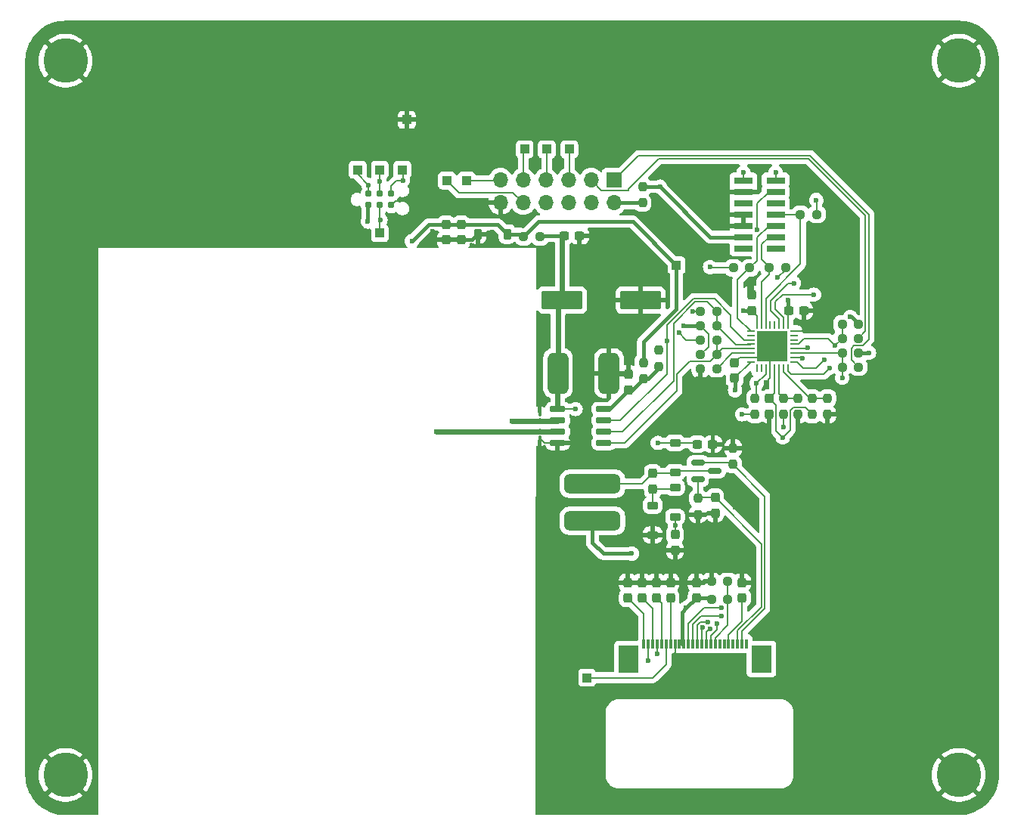
<source format=gbr>
%TF.GenerationSoftware,KiCad,Pcbnew,8.0.2*%
%TF.CreationDate,2024-11-12T22:45:40-05:00*%
%TF.ProjectId,Ecardz-Proto,45636172-647a-42d5-9072-6f746f2e6b69,rev?*%
%TF.SameCoordinates,Original*%
%TF.FileFunction,Copper,L1,Top*%
%TF.FilePolarity,Positive*%
%FSLAX46Y46*%
G04 Gerber Fmt 4.6, Leading zero omitted, Abs format (unit mm)*
G04 Created by KiCad (PCBNEW 8.0.2) date 2024-11-12 22:45:40*
%MOMM*%
%LPD*%
G01*
G04 APERTURE LIST*
G04 Aperture macros list*
%AMRoundRect*
0 Rectangle with rounded corners*
0 $1 Rounding radius*
0 $2 $3 $4 $5 $6 $7 $8 $9 X,Y pos of 4 corners*
0 Add a 4 corners polygon primitive as box body*
4,1,4,$2,$3,$4,$5,$6,$7,$8,$9,$2,$3,0*
0 Add four circle primitives for the rounded corners*
1,1,$1+$1,$2,$3*
1,1,$1+$1,$4,$5*
1,1,$1+$1,$6,$7*
1,1,$1+$1,$8,$9*
0 Add four rect primitives between the rounded corners*
20,1,$1+$1,$2,$3,$4,$5,0*
20,1,$1+$1,$4,$5,$6,$7,0*
20,1,$1+$1,$6,$7,$8,$9,0*
20,1,$1+$1,$8,$9,$2,$3,0*%
G04 Aperture macros list end*
%TA.AperFunction,SMDPad,CuDef*%
%ADD10R,0.300000X1.100000*%
%TD*%
%TA.AperFunction,SMDPad,CuDef*%
%ADD11R,2.300000X3.100000*%
%TD*%
%TA.AperFunction,SMDPad,CuDef*%
%ADD12RoundRect,0.237500X0.250000X0.237500X-0.250000X0.237500X-0.250000X-0.237500X0.250000X-0.237500X0*%
%TD*%
%TA.AperFunction,SMDPad,CuDef*%
%ADD13R,1.000000X1.000000*%
%TD*%
%TA.AperFunction,SMDPad,CuDef*%
%ADD14RoundRect,0.237500X0.237500X-0.300000X0.237500X0.300000X-0.237500X0.300000X-0.237500X-0.300000X0*%
%TD*%
%TA.AperFunction,ComponentPad*%
%ADD15C,2.900000*%
%TD*%
%TA.AperFunction,ConnectorPad*%
%ADD16C,5.000000*%
%TD*%
%TA.AperFunction,SMDPad,CuDef*%
%ADD17RoundRect,0.237500X-0.300000X-0.237500X0.300000X-0.237500X0.300000X0.237500X-0.300000X0.237500X0*%
%TD*%
%TA.AperFunction,SMDPad,CuDef*%
%ADD18RoundRect,0.237500X-0.237500X0.300000X-0.237500X-0.300000X0.237500X-0.300000X0.237500X0.300000X0*%
%TD*%
%TA.AperFunction,SMDPad,CuDef*%
%ADD19RoundRect,0.237500X-0.250000X-0.237500X0.250000X-0.237500X0.250000X0.237500X-0.250000X0.237500X0*%
%TD*%
%TA.AperFunction,SMDPad,CuDef*%
%ADD20RoundRect,0.100000X0.100000X-0.217500X0.100000X0.217500X-0.100000X0.217500X-0.100000X-0.217500X0*%
%TD*%
%TA.AperFunction,SMDPad,CuDef*%
%ADD21RoundRect,0.225000X-0.375000X0.225000X-0.375000X-0.225000X0.375000X-0.225000X0.375000X0.225000X0*%
%TD*%
%TA.AperFunction,SMDPad,CuDef*%
%ADD22RoundRect,0.237500X-0.237500X0.250000X-0.237500X-0.250000X0.237500X-0.250000X0.237500X0.250000X0*%
%TD*%
%TA.AperFunction,SMDPad,CuDef*%
%ADD23RoundRect,0.537500X-2.612500X0.537500X-2.612500X-0.537500X2.612500X-0.537500X2.612500X0.537500X0*%
%TD*%
%TA.AperFunction,ComponentPad*%
%ADD24R,1.700000X1.700000*%
%TD*%
%TA.AperFunction,ComponentPad*%
%ADD25O,1.700000X1.700000*%
%TD*%
%TA.AperFunction,SMDPad,CuDef*%
%ADD26RoundRect,0.237500X0.300000X0.237500X-0.300000X0.237500X-0.300000X-0.237500X0.300000X-0.237500X0*%
%TD*%
%TA.AperFunction,SMDPad,CuDef*%
%ADD27RoundRect,0.225000X0.225000X0.375000X-0.225000X0.375000X-0.225000X-0.375000X0.225000X-0.375000X0*%
%TD*%
%TA.AperFunction,ConnectorPad*%
%ADD28C,0.787400*%
%TD*%
%TA.AperFunction,SMDPad,CuDef*%
%ADD29RoundRect,0.237500X0.237500X-0.250000X0.237500X0.250000X-0.237500X0.250000X-0.237500X-0.250000X0*%
%TD*%
%TA.AperFunction,SMDPad,CuDef*%
%ADD30RoundRect,0.062500X0.062500X-0.375000X0.062500X0.375000X-0.062500X0.375000X-0.062500X-0.375000X0*%
%TD*%
%TA.AperFunction,SMDPad,CuDef*%
%ADD31RoundRect,0.062500X0.375000X-0.062500X0.375000X0.062500X-0.375000X0.062500X-0.375000X-0.062500X0*%
%TD*%
%TA.AperFunction,HeatsinkPad*%
%ADD32R,3.450000X3.450000*%
%TD*%
%TA.AperFunction,SMDPad,CuDef*%
%ADD33RoundRect,0.250001X-2.049999X-0.799999X2.049999X-0.799999X2.049999X0.799999X-2.049999X0.799999X0*%
%TD*%
%TA.AperFunction,SMDPad,CuDef*%
%ADD34RoundRect,0.150000X-0.725000X-0.150000X0.725000X-0.150000X0.725000X0.150000X-0.725000X0.150000X0*%
%TD*%
%TA.AperFunction,SMDPad,CuDef*%
%ADD35R,2.100000X0.750000*%
%TD*%
%TA.AperFunction,SMDPad,CuDef*%
%ADD36RoundRect,0.150000X-0.587500X-0.150000X0.587500X-0.150000X0.587500X0.150000X-0.587500X0.150000X0*%
%TD*%
%TA.AperFunction,SMDPad,CuDef*%
%ADD37RoundRect,0.575000X-0.575000X-1.725000X0.575000X-1.725000X0.575000X1.725000X-0.575000X1.725000X0*%
%TD*%
%TA.AperFunction,SMDPad,CuDef*%
%ADD38RoundRect,0.100000X-0.100000X0.217500X-0.100000X-0.217500X0.100000X-0.217500X0.100000X0.217500X0*%
%TD*%
%TA.AperFunction,SMDPad,CuDef*%
%ADD39RoundRect,0.225000X0.375000X-0.225000X0.375000X0.225000X-0.375000X0.225000X-0.375000X-0.225000X0*%
%TD*%
%TA.AperFunction,ViaPad*%
%ADD40C,0.600000*%
%TD*%
%TA.AperFunction,Conductor*%
%ADD41C,0.400000*%
%TD*%
%TA.AperFunction,Conductor*%
%ADD42C,0.200000*%
%TD*%
%TA.AperFunction,Conductor*%
%ADD43C,0.600000*%
%TD*%
G04 APERTURE END LIST*
D10*
%TO.P,J2,1,Pin_1*%
%TO.N,/EINK/VCOM*%
X114740000Y-115300000D03*
%TO.P,J2,2,Pin_2*%
%TO.N,/EINK/VGL*%
X115240000Y-115300000D03*
%TO.P,J2,3,Pin_3*%
%TO.N,/EINK/VSL*%
X115740000Y-115300000D03*
%TO.P,J2,4,Pin_4*%
%TO.N,/EINK/VGH*%
X116240000Y-115300000D03*
%TO.P,J2,5,Pin_5*%
%TO.N,/EINK/VSH1*%
X116740000Y-115300000D03*
%TO.P,J2,6,Pin_6*%
%TO.N,/EINK/VPP*%
X117240000Y-115300000D03*
%TO.P,J2,7,Pin_7*%
%TO.N,/EINK/VDD_1.8V*%
X117740000Y-115300000D03*
%TO.P,J2,8,Pin_8*%
%TO.N,GND*%
X118240000Y-115300000D03*
%TO.P,J2,9,Pin_9*%
%TO.N,VDD*%
X118740000Y-115300000D03*
%TO.P,J2,10,Pin_10*%
X119240000Y-115300000D03*
%TO.P,J2,11,Pin_11*%
%TO.N,/EINK/SDA*%
X119740000Y-115300000D03*
%TO.P,J2,12,Pin_12*%
%TO.N,/EINK/SCL*%
X120240000Y-115300000D03*
%TO.P,J2,13,Pin_13*%
%TO.N,/EINK/CS#*%
X120740000Y-115300000D03*
%TO.P,J2,14,Pin_14*%
%TO.N,/EINK/D{slash}C#*%
X121240000Y-115300000D03*
%TO.P,J2,15,Pin_15*%
%TO.N,/EINK/RES#*%
X121740000Y-115300000D03*
%TO.P,J2,16,Pin_16*%
%TO.N,/EINK/BUSY*%
X122240000Y-115300000D03*
%TO.P,J2,17,Pin_17*%
%TO.N,/EINK/BS1*%
X122740000Y-115300000D03*
%TO.P,J2,18,Pin_18*%
%TO.N,/EINK/TSDA*%
X123240000Y-115300000D03*
%TO.P,J2,19,Pin_19*%
%TO.N,/EINK/TSCL*%
X123740000Y-115300000D03*
%TO.P,J2,20,Pin_20*%
%TO.N,/EINK/VSH2*%
X124240000Y-115300000D03*
%TO.P,J2,21,Pin_21*%
%TO.N,unconnected-(J2-Pin_21-Pad21)*%
X124740000Y-115300000D03*
%TO.P,J2,22,Pin_22*%
%TO.N,/EINK/RESE*%
X125240000Y-115300000D03*
%TO.P,J2,23,Pin_23*%
%TO.N,/EINK/GDR*%
X125740000Y-115300000D03*
%TO.P,J2,24,Pin_24*%
%TO.N,unconnected-(J2-Pin_24-Pad24)*%
X126240000Y-115300000D03*
D11*
%TO.P,J2,MP*%
%TO.N,N/C*%
X113070000Y-117000000D03*
X127910000Y-117000000D03*
%TD*%
D12*
%TO.P,R17,1*%
%TO.N,/STM/SWCLK*%
X126612500Y-73200000D03*
%TO.P,R17,2*%
%TO.N,/STM/SWCLK_TAG*%
X124787500Y-73200000D03*
%TD*%
D13*
%TO.P,VDD,1,1*%
%TO.N,VDD*%
X118400000Y-72900000D03*
%TD*%
%TO.P,DIO,1,1*%
%TO.N,/STM/SWDIO_TAG*%
X82700000Y-62200000D03*
%TD*%
D14*
%TO.P,C2,1*%
%TO.N,/EINK/VSL*%
X114540000Y-110162500D03*
%TO.P,C2,2*%
%TO.N,GND*%
X114540000Y-108437500D03*
%TD*%
D12*
%TO.P,R8,1*%
%TO.N,VDD*%
X138772500Y-82700000D03*
%TO.P,R8,2*%
%TO.N,/EINK/SCL*%
X136947500Y-82700000D03*
%TD*%
D15*
%TO.P,H2,1,1*%
%TO.N,GND*%
X50000000Y-130000000D03*
D16*
X50000000Y-130000000D03*
%TD*%
D17*
%TO.P,C11,1*%
%TO.N,/EINK/VGH*%
X120740000Y-92950000D03*
%TO.P,C11,2*%
%TO.N,GND*%
X122465000Y-92950000D03*
%TD*%
D15*
%TO.P,H3,1,1*%
%TO.N,GND*%
X150000000Y-50000000D03*
D16*
X150000000Y-50000000D03*
%TD*%
D18*
%TO.P,C17,1*%
%TO.N,GND*%
X124900000Y-83837500D03*
%TO.P,C17,2*%
%TO.N,VDD*%
X124900000Y-85562500D03*
%TD*%
%TO.P,C4,1*%
%TO.N,GND*%
X126800000Y-76237500D03*
%TO.P,C4,2*%
%TO.N,VDD*%
X126800000Y-77962500D03*
%TD*%
D19*
%TO.P,R13,1*%
%TO.N,/STM/SWO*%
X132287500Y-67200000D03*
%TO.P,R13,2*%
%TO.N,/STM/SWO_TAG*%
X134112500Y-67200000D03*
%TD*%
D18*
%TO.P,C10,1*%
%TO.N,VDD*%
X94300000Y-68337500D03*
%TO.P,C10,2*%
%TO.N,GND*%
X94300000Y-70062500D03*
%TD*%
D20*
%TO.P,C20,1*%
%TO.N,Net-(IC1-AC0)*%
X103100000Y-90312500D03*
%TO.P,C20,2*%
%TO.N,GND*%
X103100000Y-89497500D03*
%TD*%
D14*
%TO.P,C15,1*%
%TO.N,/NFC/VDD_NFC*%
X113000000Y-86862500D03*
%TO.P,C15,2*%
%TO.N,GND*%
X113000000Y-85137500D03*
%TD*%
%TO.P,C7,1*%
%TO.N,/EINK/VDD_1.8V*%
X117740000Y-110162500D03*
%TO.P,C7,2*%
%TO.N,GND*%
X117740000Y-108437500D03*
%TD*%
D21*
%TO.P,D1,1,K*%
%TO.N,/EINK/VGH*%
X118240000Y-92800000D03*
%TO.P,D1,2,A*%
%TO.N,Net-(D1-A)*%
X118240000Y-96100000D03*
%TD*%
D19*
%TO.P,R5,1*%
%TO.N,VDD*%
X121087500Y-79700000D03*
%TO.P,R5,2*%
%TO.N,/STM/I2C_NFC_SCL*%
X122912500Y-79700000D03*
%TD*%
D14*
%TO.P,C9,1*%
%TO.N,/EINK/VSH2*%
X125740000Y-110162500D03*
%TO.P,C9,2*%
%TO.N,GND*%
X125740000Y-108437500D03*
%TD*%
D22*
%TO.P,R9,1*%
%TO.N,VDD*%
X114600000Y-64087500D03*
%TO.P,R9,2*%
%TO.N,+3.3V*%
X114600000Y-65912500D03*
%TD*%
D23*
%TO.P,L1,1,1*%
%TO.N,Net-(D1-A)*%
X109000000Y-97375000D03*
%TO.P,L1,2,2*%
%TO.N,VDD*%
X109000000Y-101525000D03*
%TD*%
D24*
%TO.P,J1,1,Pin_1*%
%TO.N,/STM/SPI_EINK_SCL_RPI*%
X111400000Y-63360000D03*
D25*
%TO.P,J1,2,Pin_2*%
%TO.N,+3.3V*%
X111400000Y-65900000D03*
%TO.P,J1,3,Pin_3*%
%TO.N,/STM/SPI_EINK_SDA_RPI*%
X108860000Y-63360000D03*
%TO.P,J1,4,Pin_4*%
%TO.N,unconnected-(J1-Pin_4-Pad4)*%
X108860000Y-65900000D03*
%TO.P,J1,5,Pin_5*%
%TO.N,/EINK/D{slash}C#*%
X106320000Y-63360000D03*
%TO.P,J1,6,Pin_6*%
%TO.N,/STM/I2C_NFC_SDA_RPI*%
X106320000Y-65900000D03*
%TO.P,J1,7,Pin_7*%
%TO.N,/EINK/CS#*%
X103780000Y-63360000D03*
%TO.P,J1,8,Pin_8*%
%TO.N,/STM/I2C_NFC_SCL_RPI*%
X103780000Y-65900000D03*
%TO.P,J1,9,Pin_9*%
%TO.N,/EINK/BUSY*%
X101240000Y-63360000D03*
%TO.P,J1,10,Pin_10*%
%TO.N,/STM/NFC_BUSY*%
X101240000Y-65900000D03*
%TO.P,J1,11,Pin_11*%
%TO.N,/EINK/RES#*%
X98700000Y-63360000D03*
%TO.P,J1,12,Pin_12*%
%TO.N,GND*%
X98700000Y-65900000D03*
%TD*%
D19*
%TO.P,R3,1*%
%TO.N,GND*%
X122327500Y-108300000D03*
%TO.P,R3,2*%
%TO.N,/EINK/BS1*%
X124152500Y-108300000D03*
%TD*%
D26*
%TO.P,C19,1*%
%TO.N,GND*%
X132662500Y-78000000D03*
%TO.P,C19,2*%
%TO.N,VDD*%
X130937500Y-78000000D03*
%TD*%
D27*
%TO.P,D4,1,K*%
%TO.N,VDD*%
X99450000Y-69400000D03*
%TO.P,D4,2,A*%
%TO.N,GND*%
X96150000Y-69400000D03*
%TD*%
D19*
%TO.P,R6,1*%
%TO.N,VDD*%
X121087500Y-82900000D03*
%TO.P,R6,2*%
%TO.N,/STM/I2C_NFC_SDA*%
X122912500Y-82900000D03*
%TD*%
D15*
%TO.P,H1,1,1*%
%TO.N,GND*%
X50000000Y-50000000D03*
D16*
X50000000Y-50000000D03*
%TD*%
D13*
%TO.P,RES#,1,1*%
%TO.N,/EINK/RES#*%
X94900000Y-63400000D03*
%TD*%
D28*
%TO.P,J3,1,VCC*%
%TO.N,VDD*%
X83930000Y-66170000D03*
%TO.P,J3,2,SWDIO*%
%TO.N,/STM/SWDIO_TAG*%
X83930000Y-64900000D03*
%TO.P,J3,3,~{RESET}*%
%TO.N,/STM/NRST_TAG*%
X85200000Y-66170000D03*
%TO.P,J3,4,SWCLK*%
%TO.N,/STM/SWCLK_TAG*%
X85200000Y-64900000D03*
%TO.P,J3,5,GND*%
%TO.N,GND*%
X86470000Y-66170000D03*
%TO.P,J3,6,SWO*%
%TO.N,/STM/SWO_TAG*%
X86470000Y-64900000D03*
%TD*%
D14*
%TO.P,C6,1*%
%TO.N,/EINK/VSH1*%
X116140000Y-110162500D03*
%TO.P,C6,2*%
%TO.N,GND*%
X116140000Y-108437500D03*
%TD*%
D29*
%TO.P,R4,1*%
%TO.N,/EINK/GDR*%
X124740000Y-95212500D03*
%TO.P,R4,2*%
%TO.N,GND*%
X124740000Y-93387500D03*
%TD*%
D13*
%TO.P,NRST_TAG,1,1*%
%TO.N,/STM/NRST_TAG*%
X85200000Y-69300000D03*
%TD*%
D14*
%TO.P,C1,1*%
%TO.N,/EINK/VCOM*%
X112940000Y-110162500D03*
%TO.P,C1,2*%
%TO.N,GND*%
X112940000Y-108437500D03*
%TD*%
D19*
%TO.P,R15,1*%
%TO.N,/STM/I2C_NFC_SCL_RPI*%
X121087500Y-78100000D03*
%TO.P,R15,2*%
%TO.N,/STM/I2C_NFC_SCL*%
X122912500Y-78100000D03*
%TD*%
D15*
%TO.P,H4,1,1*%
%TO.N,GND*%
X150000000Y-130000000D03*
D16*
X150000000Y-130000000D03*
%TD*%
D13*
%TO.P,NFC_BUSY,1,1*%
%TO.N,/STM/NFC_BUSY*%
X92700000Y-63400000D03*
%TD*%
D19*
%TO.P,R16,1*%
%TO.N,/STM/SWDIO*%
X128787500Y-73200000D03*
%TO.P,R16,2*%
%TO.N,/STM/SWDIO_TAG*%
X130612500Y-73200000D03*
%TD*%
D13*
%TO.P,CS#,1,1*%
%TO.N,/EINK/CS#*%
X103900000Y-59900000D03*
%TD*%
D30*
%TO.P,U1,1,PC14*%
%TO.N,unconnected-(U1-PC14-Pad1)*%
X127400000Y-84437500D03*
%TO.P,U1,2,PC15*%
%TO.N,unconnected-(U1-PC15-Pad2)*%
X127900000Y-84437500D03*
%TO.P,U1,3,NRST*%
%TO.N,/STM/NRST*%
X128400000Y-84437500D03*
%TO.P,U1,4,VSSA*%
%TO.N,GND*%
X128900000Y-84437500D03*
%TO.P,U1,5,VDDA*%
%TO.N,VDD*%
X129400000Y-84437500D03*
%TO.P,U1,6,PA0*%
%TO.N,Net-(U1-PA0)*%
X129900000Y-84437500D03*
%TO.P,U1,7,PA1*%
%TO.N,/STM/VDD_MEAS*%
X130400000Y-84437500D03*
%TO.P,U1,8,PA2*%
%TO.N,/STM/T_VCP_TX*%
X130900000Y-84437500D03*
D31*
%TO.P,U1,9,PA3*%
%TO.N,/STM/T_VCP_RX*%
X131587500Y-83750000D03*
%TO.P,U1,10,PA4*%
%TO.N,/EINK/D{slash}C#*%
X131587500Y-83250000D03*
%TO.P,U1,11,PA5*%
%TO.N,/EINK/SCL*%
X131587500Y-82750000D03*
%TO.P,U1,12,PA6*%
%TO.N,/EINK/CS#*%
X131587500Y-82250000D03*
%TO.P,U1,13,PA7*%
%TO.N,/EINK/SDA*%
X131587500Y-81750000D03*
%TO.P,U1,14,PB0*%
%TO.N,unconnected-(U1-PB0-Pad14)*%
X131587500Y-81250000D03*
%TO.P,U1,15,PB1*%
%TO.N,unconnected-(U1-PB1-Pad15)*%
X131587500Y-80750000D03*
%TO.P,U1,16,VSS*%
%TO.N,GND*%
X131587500Y-80250000D03*
D30*
%TO.P,U1,17,VDD*%
%TO.N,VDD*%
X130900000Y-79562500D03*
%TO.P,U1,18,PA8*%
%TO.N,/EINK/BUSY*%
X130400000Y-79562500D03*
%TO.P,U1,19,PA9*%
%TO.N,/EINK/RES#*%
X129900000Y-79562500D03*
%TO.P,U1,20,PA10*%
%TO.N,unconnected-(U1-PA10-Pad20)*%
X129400000Y-79562500D03*
%TO.P,U1,21,PA11*%
%TO.N,unconnected-(U1-PA11-Pad21)*%
X128900000Y-79562500D03*
%TO.P,U1,22,PA12*%
%TO.N,/STM/SWO*%
X128400000Y-79562500D03*
%TO.P,U1,23,PA13*%
%TO.N,/STM/SWDIO*%
X127900000Y-79562500D03*
%TO.P,U1,24,VDDIO2*%
%TO.N,VDD*%
X127400000Y-79562500D03*
D31*
%TO.P,U1,25,PA14*%
%TO.N,/STM/SWCLK*%
X126712500Y-80250000D03*
%TO.P,U1,26,PB4*%
%TO.N,unconnected-(U1-PB4-Pad26)*%
X126712500Y-80750000D03*
%TO.P,U1,27,PB5*%
%TO.N,/STM/NFC_BUSY*%
X126712500Y-81250000D03*
%TO.P,U1,28,PB6*%
%TO.N,/STM/I2C_NFC_SCL*%
X126712500Y-81750000D03*
%TO.P,U1,29,PB7*%
%TO.N,/STM/I2C_NFC_SDA*%
X126712500Y-82250000D03*
%TO.P,U1,30,BOOT0*%
%TO.N,/STM/BOOT0*%
X126712500Y-82750000D03*
%TO.P,U1,31,VSS*%
%TO.N,GND*%
X126712500Y-83250000D03*
%TO.P,U1,32,VDD*%
%TO.N,VDD*%
X126712500Y-83750000D03*
D32*
%TO.P,U1,33,VSS*%
%TO.N,GND*%
X129150000Y-82000000D03*
%TD*%
D33*
%TO.P,C22,1*%
%TO.N,/NFC/V_E_HARVEST*%
X105600000Y-76800000D03*
%TO.P,C22,2*%
%TO.N,GND*%
X114400000Y-76800000D03*
%TD*%
D14*
%TO.P,C5,1*%
%TO.N,VDD*%
X120640000Y-110162500D03*
%TO.P,C5,2*%
%TO.N,GND*%
X120640000Y-108437500D03*
%TD*%
D19*
%TO.P,R10,1*%
%TO.N,/EINK/SCL*%
X136947500Y-84300000D03*
%TO.P,R10,2*%
%TO.N,/STM/SPI_EINK_SCL_RPI*%
X138772500Y-84300000D03*
%TD*%
D12*
%TO.P,R25,1*%
%TO.N,/NFC/V_E_HARVEST*%
X103112500Y-69700000D03*
%TO.P,R25,2*%
%TO.N,VDD*%
X101287500Y-69700000D03*
%TD*%
D13*
%TO.P,SWO,1,1*%
%TO.N,/STM/SWO_TAG*%
X87700000Y-62200000D03*
%TD*%
D19*
%TO.P,R2,1*%
%TO.N,VDD*%
X122327500Y-110300000D03*
%TO.P,R2,2*%
%TO.N,/EINK/BS1*%
X124152500Y-110300000D03*
%TD*%
D18*
%TO.P,C12,1*%
%TO.N,VDD*%
X92600000Y-68337500D03*
%TO.P,C12,2*%
%TO.N,GND*%
X92600000Y-70062500D03*
%TD*%
D17*
%TO.P,C8,1*%
%TO.N,/NFC/V_E_HARVEST*%
X105837500Y-69600000D03*
%TO.P,C8,2*%
%TO.N,GND*%
X107562500Y-69600000D03*
%TD*%
D19*
%TO.P,R12,1*%
%TO.N,GND*%
X121075000Y-84500000D03*
%TO.P,R12,2*%
%TO.N,/STM/BOOT0*%
X122900000Y-84500000D03*
%TD*%
D13*
%TO.P,GND,1,1*%
%TO.N,GND*%
X88200000Y-56600000D03*
%TD*%
D29*
%TO.P,R18,1*%
%TO.N,/STM/NRST_TAG*%
X127200000Y-89612500D03*
%TO.P,R18,2*%
%TO.N,/STM/NRST*%
X127200000Y-87787500D03*
%TD*%
D13*
%TO.P,EINKBUSY,1,1*%
%TO.N,/EINK/BUSY*%
X101400000Y-59900000D03*
%TD*%
D18*
%TO.P,C16,1*%
%TO.N,/EINK/VGL*%
X118240000Y-103087500D03*
%TO.P,C16,2*%
%TO.N,GND*%
X118240000Y-104812500D03*
%TD*%
D34*
%TO.P,IC1,1,VOUT*%
%TO.N,/NFC/V_E_HARVEST*%
X105100000Y-89000000D03*
%TO.P,IC1,2,AC0*%
%TO.N,Net-(IC1-AC0)*%
X105100000Y-90270000D03*
%TO.P,IC1,3,AC1*%
X105100000Y-91540000D03*
%TO.P,IC1,4,VSS*%
%TO.N,GND*%
X105100000Y-92810000D03*
%TO.P,IC1,5,SDA*%
%TO.N,/STM/I2C_NFC_SDA*%
X110250000Y-92810000D03*
%TO.P,IC1,6,SCL*%
%TO.N,/STM/I2C_NFC_SCL*%
X110250000Y-91540000D03*
%TO.P,IC1,7,RF_WIP/BUSY*%
%TO.N,/STM/NFC_BUSY*%
X110250000Y-90270000D03*
%TO.P,IC1,8,VCC*%
%TO.N,/NFC/VDD_NFC*%
X110250000Y-89000000D03*
%TD*%
D13*
%TO.P,C#,1,1*%
%TO.N,/EINK/D{slash}C#*%
X106400000Y-59900000D03*
%TD*%
D29*
%TO.P,R19,1*%
%TO.N,/NFC/V_E_HARVEST*%
X130400000Y-89612500D03*
%TO.P,R19,2*%
%TO.N,Net-(U1-PA0)*%
X130400000Y-87787500D03*
%TD*%
D35*
%TO.P,J4,1,Pin_1*%
%TO.N,unconnected-(J4-Pin_1-Pad1)*%
X125900000Y-71010000D03*
%TO.P,J4,2,Pin_2*%
%TO.N,unconnected-(J4-Pin_2-Pad2)*%
X129500000Y-71010000D03*
%TO.P,J4,3,Pin_3*%
%TO.N,VDD*%
X125900000Y-69740000D03*
%TO.P,J4,4,Pin_4*%
%TO.N,/STM/SWDIO*%
X129500000Y-69740000D03*
%TO.P,J4,5,Pin_5*%
%TO.N,GND*%
X125900000Y-68470000D03*
%TO.P,J4,6,Pin_6*%
%TO.N,/STM/SWCLK*%
X129500000Y-68470000D03*
%TO.P,J4,7,Pin_7*%
%TO.N,GND*%
X125900000Y-67200000D03*
%TO.P,J4,8,Pin_8*%
%TO.N,/STM/SWO*%
X129500000Y-67200000D03*
%TO.P,J4,9,Pin_9*%
%TO.N,unconnected-(J4-Pin_9-Pad9)*%
X125900000Y-65930000D03*
%TO.P,J4,10,Pin_10*%
%TO.N,unconnected-(J4-Pin_10-Pad10)*%
X129500000Y-65930000D03*
%TO.P,J4,11,Pin_11*%
%TO.N,GND*%
X125900000Y-64660000D03*
%TO.P,J4,12,Pin_12*%
%TO.N,/STM/NRST*%
X129500000Y-64660000D03*
%TO.P,J4,13,Pin_13*%
%TO.N,/STM/T_VCP_RX*%
X125900000Y-63390000D03*
%TO.P,J4,14,Pin_14*%
%TO.N,/STM/T_VCP_TX*%
X129500000Y-63390000D03*
%TD*%
D22*
%TO.P,R24,1*%
%TO.N,Net-(U1-PA0)*%
X132000000Y-87787500D03*
%TO.P,R24,2*%
%TO.N,GND*%
X132000000Y-89612500D03*
%TD*%
D36*
%TO.P,Q1,1,G*%
%TO.N,/EINK/GDR*%
X120802500Y-95000000D03*
%TO.P,Q1,2,S*%
%TO.N,/EINK/RESE*%
X120802500Y-96900000D03*
%TO.P,Q1,3,D*%
%TO.N,Net-(D1-A)*%
X122677500Y-95950000D03*
%TD*%
D22*
%TO.P,R1,1*%
%TO.N,/EINK/RESE*%
X120800000Y-98987500D03*
%TO.P,R1,2*%
%TO.N,GND*%
X120800000Y-100812500D03*
%TD*%
D14*
%TO.P,C18,1*%
%TO.N,GND*%
X128800000Y-89562500D03*
%TO.P,C18,2*%
%TO.N,VDD*%
X128800000Y-87837500D03*
%TD*%
D29*
%TO.P,R22,1*%
%TO.N,/NFC/VDD_NFC*%
X114700000Y-85612500D03*
%TO.P,R22,2*%
%TO.N,VDD*%
X114700000Y-83787500D03*
%TD*%
D37*
%TO.P,C14,1*%
%TO.N,/NFC/V_E_HARVEST*%
X105150000Y-85000000D03*
%TO.P,C14,2*%
%TO.N,GND*%
X110850000Y-85000000D03*
%TD*%
D18*
%TO.P,C3,1*%
%TO.N,/EINK/RESE*%
X122740000Y-98937500D03*
%TO.P,C3,2*%
%TO.N,GND*%
X122740000Y-100662500D03*
%TD*%
D38*
%TO.P,C21,1*%
%TO.N,Net-(IC1-AC0)*%
X103100000Y-91497500D03*
%TO.P,C21,2*%
%TO.N,GND*%
X103100000Y-92312500D03*
%TD*%
D18*
%TO.P,C13,1*%
%TO.N,Net-(D1-A)*%
X115740000Y-96225000D03*
%TO.P,C13,2*%
%TO.N,Net-(D2-A)*%
X115740000Y-97950000D03*
%TD*%
D13*
%TO.P,CLK,1,1*%
%TO.N,/STM/SWCLK_TAG*%
X85200000Y-62200000D03*
%TD*%
D39*
%TO.P,D2,1,K*%
%TO.N,GND*%
X115740000Y-103100000D03*
%TO.P,D2,2,A*%
%TO.N,Net-(D2-A)*%
X115740000Y-99800000D03*
%TD*%
D21*
%TO.P,D3,1,K*%
%TO.N,Net-(D2-A)*%
X118240000Y-97800000D03*
%TO.P,D3,2,A*%
%TO.N,/EINK/VGL*%
X118240000Y-101100000D03*
%TD*%
D13*
%TO.P,VPP,1,1*%
%TO.N,/EINK/VPP*%
X108400000Y-119100000D03*
%TD*%
D29*
%TO.P,R20,1*%
%TO.N,VDD*%
X133600000Y-89612500D03*
%TO.P,R20,2*%
%TO.N,/STM/VDD_MEAS*%
X133600000Y-87787500D03*
%TD*%
D22*
%TO.P,R21,1*%
%TO.N,/STM/VDD_MEAS*%
X135300000Y-87787500D03*
%TO.P,R21,2*%
%TO.N,GND*%
X135300000Y-89612500D03*
%TD*%
D19*
%TO.P,R11,1*%
%TO.N,/EINK/SDA*%
X136947500Y-81100000D03*
%TO.P,R11,2*%
%TO.N,/STM/SPI_EINK_SDA_RPI*%
X138772500Y-81100000D03*
%TD*%
%TO.P,R14,1*%
%TO.N,/STM/I2C_NFC_SDA_RPI*%
X121087500Y-81300000D03*
%TO.P,R14,2*%
%TO.N,/STM/I2C_NFC_SDA*%
X122912500Y-81300000D03*
%TD*%
D29*
%TO.P,R23,1*%
%TO.N,/NFC/VDD_NFC*%
X116400000Y-84212500D03*
%TO.P,R23,2*%
%TO.N,3.3*%
X116400000Y-82387500D03*
%TD*%
D12*
%TO.P,R7,1*%
%TO.N,VDD*%
X138772500Y-79500000D03*
%TO.P,R7,2*%
%TO.N,/EINK/SDA*%
X136947500Y-79500000D03*
%TD*%
D40*
%TO.N,GND*%
X137000000Y-99000000D03*
X140000000Y-86000000D03*
X141000000Y-82000000D03*
X141000000Y-77000000D03*
X141000000Y-72000000D03*
X142000000Y-69000000D03*
X140000000Y-65000000D03*
X136000000Y-61000000D03*
X136000000Y-58000000D03*
X132000000Y-58000000D03*
X86000000Y-58000000D03*
X91000000Y-58000000D03*
X96000000Y-58000000D03*
X101000000Y-58000000D03*
X106000000Y-58000000D03*
X111094389Y-58025742D03*
X117000000Y-58000000D03*
X122000000Y-58000000D03*
X127000000Y-58000000D03*
X133000000Y-63000000D03*
X136000000Y-66000000D03*
X138000000Y-75000000D03*
X138000000Y-70000000D03*
X124000000Y-76000000D03*
X124000000Y-72000000D03*
X109000000Y-95000000D03*
X114000000Y-95000000D03*
X120000000Y-89000000D03*
X120000000Y-75000000D03*
X119000000Y-71000000D03*
X108000000Y-83000000D03*
X107000000Y-92000000D03*
X112000000Y-95000000D03*
X104000000Y-99000000D03*
X108000000Y-107000000D03*
X125000000Y-98000000D03*
X127000000Y-101000000D03*
X122000000Y-104000000D03*
X120000000Y-105000000D03*
X130000000Y-100000000D03*
X125000000Y-100000000D03*
X130000000Y-95000000D03*
X80000000Y-55000000D03*
X85000000Y-55000000D03*
X90000000Y-55000000D03*
X95000000Y-55000000D03*
X100000000Y-55000000D03*
X105000000Y-55000000D03*
X110000000Y-55000000D03*
X115000000Y-55000000D03*
X120000000Y-55000000D03*
X125000000Y-55000000D03*
X130000000Y-55000000D03*
X135000000Y-55000000D03*
X140000000Y-60000000D03*
X145000000Y-65000000D03*
X145000000Y-70000000D03*
X145000000Y-75000000D03*
X145000000Y-80000000D03*
X145000000Y-85000000D03*
X140000000Y-90000000D03*
X140000000Y-95000000D03*
X140000000Y-100000000D03*
X135000000Y-105000000D03*
X130000000Y-110000000D03*
X135000000Y-115000000D03*
X135000000Y-120000000D03*
X130000000Y-120000000D03*
X125000000Y-120000000D03*
X120000000Y-120000000D03*
X110000000Y-125000000D03*
X105000000Y-125000000D03*
X105000000Y-120000000D03*
X105000000Y-115000000D03*
X105000000Y-110000000D03*
X105000000Y-105000000D03*
X110000000Y-110000000D03*
X90000000Y-60000000D03*
X80000000Y-60000000D03*
X80000000Y-65000000D03*
X80000000Y-70000000D03*
X108520000Y-80380000D03*
X108300000Y-85060000D03*
X103590000Y-71840000D03*
X103100000Y-87905000D03*
X113070000Y-82690000D03*
X89860000Y-66300000D03*
X105000000Y-94000000D03*
X135700000Y-91200000D03*
X134360000Y-79300000D03*
X120000000Y-106500000D03*
X114500000Y-105000000D03*
X113140000Y-80780000D03*
X118240000Y-117240000D03*
X123260000Y-64700000D03*
X109780000Y-69040000D03*
X97780000Y-69170000D03*
X120800000Y-85600000D03*
X114380000Y-74140000D03*
X125000000Y-105500000D03*
X111760000Y-79510000D03*
X123249167Y-86500000D03*
X122500000Y-106500000D03*
X109670000Y-77110000D03*
X114500000Y-101500000D03*
X110880000Y-81260000D03*
X111750000Y-72150000D03*
X126500000Y-74660000D03*
X136900000Y-89800000D03*
X126000000Y-92100000D03*
X124000000Y-102500000D03*
X123760000Y-92070000D03*
X131870000Y-92180000D03*
X122560000Y-66020000D03*
X90260000Y-64200000D03*
X91130000Y-69120000D03*
X121000000Y-102500000D03*
X112500000Y-106500000D03*
X122560000Y-68690000D03*
X128450000Y-92180000D03*
X128460000Y-86000000D03*
%TO.N,VDD*%
X119240000Y-79700000D03*
X124960000Y-86900000D03*
X88780000Y-70200000D03*
X116560000Y-64100000D03*
X130860000Y-76800000D03*
X119500000Y-111300000D03*
X125900000Y-78000000D03*
X137860000Y-78700000D03*
X113400000Y-105200000D03*
X83860000Y-68000000D03*
X139960000Y-82700000D03*
X130300000Y-92200000D03*
%TO.N,/EINK/VGH*%
X116300000Y-92800000D03*
X116240000Y-116400000D03*
%TO.N,/EINK/VGL*%
X118240000Y-102000000D03*
X115240000Y-117200000D03*
%TO.N,/STM/I2C_NFC_SCL_RPI*%
X120210000Y-78080000D03*
%TO.N,/STM/NFC_BUSY*%
X117319757Y-81340001D03*
%TO.N,/STM/I2C_NFC_SDA_RPI*%
X118660000Y-80460000D03*
%TO.N,/EINK/CS#*%
X133100000Y-82150000D03*
X121917206Y-112877206D03*
%TO.N,/EINK/BUSY*%
X122900000Y-113000000D03*
X133800000Y-76200000D03*
%TO.N,/EINK/RES#*%
X122137560Y-113646263D03*
X131560000Y-74900000D03*
%TO.N,/EINK/D{slash}C#*%
X132500000Y-83350000D03*
X121340000Y-113454414D03*
%TO.N,/EINK/SCL*%
X136960000Y-85500000D03*
X123440000Y-112200000D03*
%TO.N,/EINK/SDA*%
X136160000Y-81887500D03*
X123440000Y-111300000D03*
%TO.N,/STM/NRST_TAG*%
X125760000Y-89600000D03*
X85260000Y-67800000D03*
%TO.N,/STM/SWCLK_TAG*%
X85150000Y-63550000D03*
X122160000Y-73100000D03*
%TO.N,/STM/SWDIO_TAG*%
X83900000Y-63900000D03*
X129700000Y-74300000D03*
%TO.N,/STM/SWO_TAG*%
X134060000Y-65600000D03*
X87760000Y-63400000D03*
%TO.N,/STM/T_VCP_TX*%
X129500000Y-62500000D03*
X135560000Y-84400000D03*
%TO.N,/STM/T_VCP_RX*%
X125900000Y-62500000D03*
X134960000Y-83500000D03*
%TO.N,/STM/NRST*%
X127446662Y-68902696D03*
X127360000Y-86100000D03*
%TO.N,/NFC/V_E_HARVEST*%
X130400000Y-91000000D03*
X107100000Y-89000000D03*
%TO.N,Net-(IC1-AC0)*%
X91510000Y-91510000D03*
X100000000Y-90310000D03*
%TD*%
D41*
%TO.N,GND*%
X95487500Y-70062500D02*
X96150000Y-69400000D01*
X94300000Y-70062500D02*
X95487500Y-70062500D01*
D42*
%TO.N,VDD*%
X131455000Y-88845000D02*
X132832500Y-88845000D01*
X131155000Y-89145000D02*
X131455000Y-88845000D01*
X131130000Y-91370000D02*
X131130000Y-90108436D01*
X131130000Y-90108436D02*
X131155000Y-90083436D01*
X130300000Y-92200000D02*
X131130000Y-91370000D01*
X131155000Y-90083436D02*
X131155000Y-89145000D01*
X132832500Y-88845000D02*
X133600000Y-89612500D01*
D41*
%TO.N,GND*%
X128800000Y-91830000D02*
X128800000Y-89562500D01*
X128450000Y-92180000D02*
X128800000Y-91830000D01*
D42*
%TO.N,/STM/I2C_NFC_SDA_RPI*%
X119500000Y-81300000D02*
X121087500Y-81300000D01*
X118660000Y-80460000D02*
X119500000Y-81300000D01*
%TO.N,/EINK/BUSY*%
X129460000Y-77826722D02*
X130400000Y-78766722D01*
X129460000Y-77000000D02*
X129460000Y-77826722D01*
X130400000Y-78766722D02*
X130400000Y-79562500D01*
X133800000Y-76200000D02*
X130260000Y-76200000D01*
X130260000Y-76200000D02*
X129460000Y-77000000D01*
D41*
%TO.N,GND*%
X126500000Y-74660000D02*
X126500000Y-75937500D01*
X126500000Y-75937500D02*
X126800000Y-76237500D01*
D42*
X105100000Y-92810000D02*
X103597500Y-92810000D01*
X105000000Y-94000000D02*
X105000000Y-92905000D01*
X105100000Y-92810000D02*
X105095000Y-92810000D01*
X128900000Y-84437500D02*
X128900000Y-82250000D01*
X128900000Y-85560000D02*
X128900000Y-84437500D01*
X105095000Y-92810000D02*
X105000000Y-92905000D01*
X103597500Y-92810000D02*
X103100000Y-92312500D01*
X133410000Y-80250000D02*
X134360000Y-79300000D01*
X103100000Y-92312500D02*
X103142672Y-92312500D01*
X128900000Y-82250000D02*
X129150000Y-82000000D01*
X128460000Y-86000000D02*
X128900000Y-85560000D01*
X126712500Y-83250000D02*
X125487500Y-83250000D01*
X118240000Y-117240000D02*
X118240000Y-115300000D01*
X132662500Y-80250000D02*
X132662500Y-78000000D01*
X89265700Y-65705700D02*
X89860000Y-66300000D01*
X125487500Y-83250000D02*
X124900000Y-83837500D01*
X105000000Y-92905000D02*
X105100000Y-92805000D01*
X126712500Y-83250000D02*
X127900000Y-83250000D01*
X127900000Y-83250000D02*
X129150000Y-82000000D01*
X131587500Y-80250000D02*
X133410000Y-80250000D01*
X86470000Y-66170000D02*
X86934300Y-65705700D01*
X103100000Y-87905000D02*
X103100000Y-89497500D01*
X131587500Y-80250000D02*
X132662500Y-80250000D01*
X86934300Y-65705700D02*
X89265700Y-65705700D01*
%TO.N,/EINK/VCOM*%
X114740000Y-115300000D02*
X114740000Y-111962500D01*
X114740000Y-111962500D02*
X112940000Y-110162500D01*
%TO.N,/EINK/VSL*%
X115740000Y-115300000D02*
X115740000Y-111362500D01*
X115740000Y-111362500D02*
X114540000Y-110162500D01*
%TO.N,/EINK/RESE*%
X120790000Y-98937500D02*
X120740000Y-98887500D01*
X127920000Y-111154314D02*
X127920000Y-104117500D01*
X122740000Y-98937500D02*
X120790000Y-98937500D01*
X127920000Y-104117500D02*
X122740000Y-98937500D01*
X125240000Y-115300000D02*
X125240000Y-113834314D01*
X125240000Y-113834314D02*
X127920000Y-111154314D01*
X120740000Y-98887500D02*
X120802500Y-98825000D01*
X120802500Y-98825000D02*
X120802500Y-96900000D01*
D41*
%TO.N,VDD*%
X83860000Y-68000000D02*
X83860000Y-66240000D01*
X90642500Y-68337500D02*
X88780000Y-70200000D01*
X130860000Y-76800000D02*
X130860000Y-77922500D01*
X124960000Y-86900000D02*
X124960000Y-85622500D01*
X102987500Y-68000000D02*
X101287500Y-69700000D01*
X114700000Y-83787500D02*
X114700000Y-81480000D01*
X114600000Y-64087500D02*
X116547500Y-64087500D01*
X122200000Y-69740000D02*
X116560000Y-64100000D01*
X109000000Y-101525000D02*
X109000000Y-104000000D01*
D42*
X128800000Y-87837500D02*
X128800000Y-88012500D01*
D41*
X118400000Y-77780000D02*
X118400000Y-72900000D01*
X99450000Y-69400000D02*
X100987500Y-69400000D01*
D42*
X129555000Y-91455000D02*
X129555000Y-88592500D01*
D41*
X113500000Y-68000000D02*
X102987500Y-68000000D01*
D42*
X130900000Y-78037500D02*
X130937500Y-78000000D01*
D41*
X110200000Y-105200000D02*
X113400000Y-105200000D01*
X124960000Y-85622500D02*
X124900000Y-85562500D01*
X116547500Y-64087500D02*
X116560000Y-64100000D01*
X120637500Y-110162500D02*
X119500000Y-111300000D01*
D42*
X128800000Y-87837500D02*
X129400000Y-87237500D01*
X121087500Y-82900000D02*
X121975000Y-82012500D01*
X120640000Y-110162500D02*
X120637500Y-110162500D01*
D41*
X114700000Y-81480000D02*
X118400000Y-77780000D01*
X137972500Y-78700000D02*
X138772500Y-79500000D01*
D42*
X127400000Y-78562500D02*
X126800000Y-77962500D01*
X121975000Y-80587500D02*
X121087500Y-79700000D01*
D41*
X92600000Y-68337500D02*
X94300000Y-68337500D01*
X120640000Y-110162500D02*
X122190000Y-110162500D01*
D42*
X130900000Y-79562500D02*
X130900000Y-78037500D01*
D41*
X125900000Y-69740000D02*
X122200000Y-69740000D01*
X109000000Y-104000000D02*
X110200000Y-105200000D01*
X83860000Y-66240000D02*
X83930000Y-66170000D01*
D42*
X129555000Y-88592500D02*
X128800000Y-87837500D01*
X100987500Y-69400000D02*
X101287500Y-69700000D01*
D41*
X137860000Y-78700000D02*
X137972500Y-78700000D01*
D42*
X124900000Y-85562500D02*
X126712500Y-83750000D01*
D41*
X99450000Y-69400000D02*
X98387500Y-68337500D01*
X130860000Y-77922500D02*
X130937500Y-78000000D01*
X118400000Y-72900000D02*
X113500000Y-68000000D01*
X122190000Y-110162500D02*
X122327500Y-110300000D01*
X139960000Y-82700000D02*
X138772500Y-82700000D01*
X126762500Y-78000000D02*
X126800000Y-77962500D01*
D42*
X119000000Y-115300000D02*
X118740000Y-115300000D01*
D41*
X119240000Y-79700000D02*
X121087500Y-79700000D01*
X119000000Y-111800000D02*
X119000000Y-115300000D01*
D42*
X130300000Y-92200000D02*
X129555000Y-91455000D01*
D41*
X125900000Y-78000000D02*
X126762500Y-78000000D01*
X92600000Y-68337500D02*
X90642500Y-68337500D01*
X119500000Y-111300000D02*
X119000000Y-111800000D01*
D42*
X121975000Y-82012500D02*
X121975000Y-80587500D01*
X127400000Y-79562500D02*
X127400000Y-78562500D01*
X129400000Y-87237500D02*
X129400000Y-84437500D01*
D41*
X98387500Y-68337500D02*
X94300000Y-68337500D01*
D42*
X119240000Y-115300000D02*
X119000000Y-115300000D01*
%TO.N,/EINK/VSH1*%
X116740000Y-110762500D02*
X116140000Y-110162500D01*
X116740000Y-115300000D02*
X116740000Y-110762500D01*
%TO.N,/EINK/VSH2*%
X124240000Y-114268628D02*
X125740000Y-112768628D01*
X124240000Y-115300000D02*
X124240000Y-114268628D01*
X125740000Y-112768628D02*
X125740000Y-110162500D01*
%TO.N,/EINK/VGH*%
X116300000Y-92800000D02*
X118240000Y-92800000D01*
X118240000Y-92800000D02*
X120590000Y-92800000D01*
X120590000Y-92800000D02*
X120740000Y-92950000D01*
X116240000Y-115300000D02*
X116240000Y-116400000D01*
%TO.N,Net-(D1-A)*%
X118115000Y-96225000D02*
X118240000Y-96100000D01*
X114590000Y-97375000D02*
X115740000Y-96225000D01*
X118390000Y-95950000D02*
X122677500Y-95950000D01*
X111195000Y-97375000D02*
X114590000Y-97375000D01*
X110240000Y-96420000D02*
X111195000Y-97375000D01*
X118240000Y-96100000D02*
X118390000Y-95950000D01*
X115740000Y-96225000D02*
X118115000Y-96225000D01*
%TO.N,Net-(D2-A)*%
X118090000Y-97950000D02*
X118240000Y-97800000D01*
X115740000Y-97950000D02*
X118090000Y-97950000D01*
X115740000Y-97950000D02*
X115740000Y-99800000D01*
%TO.N,/EINK/VGL*%
X118240000Y-101100000D02*
X118240000Y-103087500D01*
X115240000Y-115300000D02*
X115240000Y-117200000D01*
%TO.N,/STM/I2C_NFC_SCL_RPI*%
X120230000Y-78100000D02*
X121087500Y-78100000D01*
X120210000Y-78080000D02*
X120230000Y-78100000D01*
%TO.N,/STM/NFC_BUSY*%
X120312598Y-76620000D02*
X117319757Y-79612841D01*
X126260614Y-81250000D02*
X126712500Y-81250000D01*
X117319757Y-84786321D02*
X117319757Y-85085243D01*
X112135000Y-90270000D02*
X110250000Y-90270000D01*
X126712500Y-81250000D02*
X126012500Y-81250000D01*
X126012500Y-81250000D02*
X124500000Y-79737500D01*
X94070000Y-64770000D02*
X92700000Y-63400000D01*
X124500000Y-79737500D02*
X124500000Y-78461564D01*
X122658436Y-76620000D02*
X120312598Y-76620000D01*
X117319757Y-79612841D02*
X117319757Y-84786321D01*
X124500000Y-78461564D02*
X122658436Y-76620000D01*
X100110000Y-64770000D02*
X94070000Y-64770000D01*
X117319757Y-85085243D02*
X112135000Y-90270000D01*
X101240000Y-65900000D02*
X100110000Y-64770000D01*
D41*
%TO.N,+3.3V*%
X114587500Y-65900000D02*
X114600000Y-65912500D01*
X111400000Y-65900000D02*
X114587500Y-65900000D01*
D42*
X111400000Y-65900000D02*
X111400000Y-66000000D01*
%TO.N,/STM/SPI_EINK_SCL_RPI*%
X138462842Y-65697158D02*
X133365685Y-60600000D01*
X137985000Y-83512500D02*
X137985000Y-82183278D01*
X138293278Y-81875000D02*
X139251722Y-81875000D01*
X133365685Y-60600000D02*
X114160000Y-60600000D01*
X139960000Y-81166722D02*
X139960000Y-67194316D01*
X114160000Y-60600000D02*
X111400000Y-63360000D01*
X139251722Y-81875000D02*
X139960000Y-81166722D01*
X137985000Y-82183278D02*
X138293278Y-81875000D01*
X138772500Y-84300000D02*
X137985000Y-83512500D01*
X139960000Y-67194316D02*
X138462842Y-65697158D01*
%TO.N,/STM/SPI_EINK_SDA_RPI*%
X116433278Y-61000000D02*
X133200000Y-61000000D01*
X139560000Y-67360000D02*
X139560000Y-80312500D01*
X113050000Y-64510000D02*
X113060000Y-64500000D01*
X139560000Y-80312500D02*
X138772500Y-81100000D01*
X113060000Y-64500000D02*
X113060000Y-64373278D01*
X108860000Y-63360000D02*
X110010000Y-64510000D01*
X113060000Y-64373278D02*
X116433278Y-61000000D01*
X110010000Y-64510000D02*
X113050000Y-64510000D01*
X133200000Y-61000000D02*
X139560000Y-67360000D01*
%TO.N,/EINK/CS#*%
X103900000Y-63240000D02*
X103780000Y-63360000D01*
X133100000Y-82150000D02*
X133000000Y-82250000D01*
X121091471Y-112854414D02*
X120740000Y-113205885D01*
X103900000Y-59900000D02*
X103900000Y-63240000D01*
X121894414Y-112854414D02*
X121091471Y-112854414D01*
X121917206Y-112877206D02*
X121894414Y-112854414D01*
X133000000Y-82250000D02*
X131587500Y-82250000D01*
X120740000Y-113205885D02*
X120740000Y-115300000D01*
%TO.N,/EINK/BUSY*%
X122240000Y-115300000D02*
X122240000Y-114392352D01*
X101400000Y-59900000D02*
X101240000Y-60060000D01*
X101240000Y-60060000D02*
X101240000Y-63360000D01*
X122240000Y-114392352D02*
X122900000Y-113732352D01*
X123000000Y-112900000D02*
X122900000Y-113000000D01*
X122900000Y-112900000D02*
X123000000Y-112900000D01*
X122900000Y-113732352D02*
X122900000Y-112900000D01*
%TO.N,/EINK/RES#*%
X98660000Y-63400000D02*
X98700000Y-63360000D01*
X130910000Y-74900000D02*
X128960000Y-76850000D01*
X129900000Y-78905686D02*
X129900000Y-79562500D01*
X128960000Y-76850000D02*
X128960000Y-77965686D01*
X122137560Y-113646263D02*
X122053737Y-113646263D01*
X94900000Y-63400000D02*
X98660000Y-63400000D01*
X121740000Y-113960000D02*
X121740000Y-115300000D01*
X128960000Y-77965686D02*
X129900000Y-78905686D01*
X122053737Y-113646263D02*
X121740000Y-113960000D01*
X131560000Y-74900000D02*
X130910000Y-74900000D01*
%TO.N,/EINK/D{slash}C#*%
X106400000Y-63280000D02*
X106320000Y-63360000D01*
X132400000Y-83250000D02*
X131587500Y-83250000D01*
X132500000Y-83350000D02*
X132400000Y-83250000D01*
X106400000Y-59900000D02*
X106400000Y-63280000D01*
X121240000Y-113554414D02*
X121240000Y-115300000D01*
X121340000Y-113454414D02*
X121240000Y-113554414D01*
%TO.N,/EINK/SCL*%
X120240000Y-113140199D02*
X120240000Y-115300000D01*
X136897500Y-82750000D02*
X131587500Y-82750000D01*
X136947500Y-82700000D02*
X136947500Y-84300000D01*
X136960000Y-84312500D02*
X136947500Y-84300000D01*
X136947500Y-82700000D02*
X136897500Y-82750000D01*
X136960000Y-85500000D02*
X136960000Y-84312500D01*
X123440000Y-112200000D02*
X121180199Y-112200000D01*
X121180199Y-112200000D02*
X120240000Y-113140199D01*
%TO.N,/EINK/GDR*%
X128300000Y-98772500D02*
X128300000Y-111340000D01*
X124740000Y-95212500D02*
X128300000Y-98772500D01*
X125740000Y-113900000D02*
X125740000Y-115300000D01*
X128300000Y-111340000D02*
X125740000Y-113900000D01*
X120802500Y-95000000D02*
X124527500Y-95000000D01*
X124527500Y-95000000D02*
X124740000Y-95212500D01*
%TO.N,/EINK/VPP*%
X115740000Y-119100000D02*
X108600000Y-119100000D01*
X117240000Y-117600000D02*
X115740000Y-119100000D01*
X117240000Y-115300000D02*
X117240000Y-117600000D01*
X108600000Y-119100000D02*
X108240000Y-119460000D01*
%TO.N,/EINK/SDA*%
X132039386Y-81750000D02*
X131587500Y-81750000D01*
X121514513Y-111300000D02*
X119740000Y-113074513D01*
X132689386Y-81100000D02*
X132039386Y-81750000D01*
X136947500Y-81100000D02*
X136947500Y-79500000D01*
X119740000Y-113074513D02*
X119740000Y-115300000D01*
X123440000Y-111300000D02*
X121514513Y-111300000D01*
X136160000Y-81887500D02*
X136947500Y-81100000D01*
X136160000Y-81887500D02*
X135372500Y-81100000D01*
X136160000Y-81887500D02*
X135972500Y-81700000D01*
X135372500Y-81100000D02*
X132689386Y-81100000D01*
%TO.N,/EINK/BS1*%
X124152500Y-113247500D02*
X124152500Y-110300000D01*
X124152500Y-110300000D02*
X124152500Y-108300000D01*
X122740000Y-114660000D02*
X124152500Y-113247500D01*
X122740000Y-115300000D02*
X122740000Y-114660000D01*
%TO.N,/STM/NRST_TAG*%
X85200000Y-69300000D02*
X85200000Y-67860000D01*
X127200000Y-89612500D02*
X125772500Y-89612500D01*
X85200000Y-67740000D02*
X85260000Y-67800000D01*
X85200000Y-66170000D02*
X85200000Y-67740000D01*
X85200000Y-67860000D02*
X85260000Y-67800000D01*
X125772500Y-89612500D02*
X125760000Y-89600000D01*
%TO.N,/STM/SWCLK_TAG*%
X85200000Y-62200000D02*
X85200000Y-63500000D01*
X122160000Y-73100000D02*
X122260000Y-73200000D01*
X85200000Y-64900000D02*
X85200000Y-63600000D01*
X85200000Y-63500000D02*
X85150000Y-63550000D01*
X85200000Y-63600000D02*
X85150000Y-63550000D01*
X122260000Y-73200000D02*
X124787500Y-73200000D01*
%TO.N,/STM/SWDIO_TAG*%
X82700000Y-62700000D02*
X82700000Y-62200000D01*
X130612500Y-73387500D02*
X129700000Y-74300000D01*
X83900000Y-63900000D02*
X82700000Y-62700000D01*
X83930000Y-63930000D02*
X83930000Y-64900000D01*
X130612500Y-73200000D02*
X130612500Y-73387500D01*
X83900000Y-63900000D02*
X83930000Y-63930000D01*
%TO.N,/STM/SWO_TAG*%
X87760000Y-63400000D02*
X87760000Y-62260000D01*
X87760000Y-62260000D02*
X87700000Y-62200000D01*
X87060000Y-63400000D02*
X86470000Y-63990000D01*
X134112500Y-65652500D02*
X134060000Y-65600000D01*
X134112500Y-67200000D02*
X134112500Y-65652500D01*
X87760000Y-63400000D02*
X87060000Y-63400000D01*
X86470000Y-63990000D02*
X86470000Y-64900000D01*
%TO.N,/STM/SWCLK*%
X125260000Y-78797500D02*
X125260000Y-74552500D01*
X127412500Y-72400000D02*
X127412500Y-69800000D01*
X128742500Y-68470000D02*
X129500000Y-68470000D01*
X126712500Y-80250000D02*
X125260000Y-78797500D01*
X127412500Y-69800000D02*
X128742500Y-68470000D01*
X126612500Y-73200000D02*
X127412500Y-72400000D01*
X125260000Y-74552500D02*
X126612500Y-73200000D01*
%TO.N,/STM/T_VCP_TX*%
X135560000Y-84400000D02*
X134860000Y-85100000D01*
X130900000Y-84800000D02*
X130900000Y-84437500D01*
X134860000Y-85100000D02*
X131200000Y-85100000D01*
X129500000Y-62500000D02*
X129500000Y-63390000D01*
X131200000Y-85100000D02*
X130900000Y-84800000D01*
%TO.N,/STM/T_VCP_RX*%
X132600000Y-84400000D02*
X131950000Y-83750000D01*
X125900000Y-62500000D02*
X125900000Y-63390000D01*
X134060000Y-84400000D02*
X132600000Y-84400000D01*
X134960000Y-83500000D02*
X134060000Y-84400000D01*
X131950000Y-83750000D02*
X131587500Y-83750000D01*
%TO.N,/STM/SWDIO*%
X128787500Y-73887500D02*
X128787500Y-73200000D01*
X127912500Y-70572500D02*
X128745000Y-69740000D01*
X127912500Y-72200000D02*
X127912500Y-70572500D01*
X127900000Y-74775000D02*
X128787500Y-73887500D01*
X128745000Y-69740000D02*
X129500000Y-69740000D01*
X127900000Y-79562500D02*
X127900000Y-74775000D01*
X128787500Y-73075000D02*
X127912500Y-72200000D01*
%TO.N,/STM/SWO*%
X128400000Y-76666722D02*
X128512500Y-76554222D01*
X132287500Y-72779222D02*
X132287500Y-67200000D01*
X132287500Y-67200000D02*
X129500000Y-67200000D01*
X128512500Y-76554222D02*
X132287500Y-72779222D01*
X128400000Y-79562500D02*
X128400000Y-76666722D01*
%TO.N,/STM/NRST*%
X127446662Y-68902696D02*
X127446662Y-65958338D01*
X127360000Y-86100000D02*
X127360000Y-87627500D01*
X128400000Y-85060000D02*
X127360000Y-86100000D01*
X127360000Y-87627500D02*
X127200000Y-87787500D01*
X128400000Y-84437500D02*
X128400000Y-85060000D01*
X127446662Y-65958338D02*
X128745000Y-64660000D01*
X128745000Y-64660000D02*
X129500000Y-64660000D01*
%TO.N,/STM/I2C_NFC_SCL*%
X122912500Y-79700000D02*
X122912500Y-78287500D01*
X112365000Y-91540000D02*
X118080000Y-85825000D01*
X120470000Y-77000000D02*
X121812500Y-77000000D01*
X121812500Y-77000000D02*
X122912500Y-78100000D01*
X118080000Y-79390000D02*
X120470000Y-77000000D01*
X118080000Y-85825000D02*
X118080000Y-79390000D01*
X122912500Y-78287500D02*
X123100000Y-78100000D01*
X110250000Y-91540000D02*
X112365000Y-91540000D01*
X126662500Y-81800000D02*
X125012500Y-81800000D01*
X126712500Y-81750000D02*
X126662500Y-81800000D01*
X125012500Y-81800000D02*
X122912500Y-79700000D01*
%TO.N,/STM/I2C_NFC_SDA*%
X112595000Y-92810000D02*
X118460000Y-86945000D01*
X118460000Y-85080000D02*
X119885000Y-83655000D01*
X118460000Y-86945000D02*
X118460000Y-85080000D01*
X123562500Y-82250000D02*
X122912500Y-82900000D01*
X122912500Y-81487500D02*
X123100000Y-81300000D01*
X110250000Y-92810000D02*
X112595000Y-92810000D01*
X122157500Y-83655000D02*
X122912500Y-82900000D01*
X122912500Y-82900000D02*
X122912500Y-81487500D01*
X119885000Y-83655000D02*
X122157500Y-83655000D01*
X126712500Y-82250000D02*
X123562500Y-82250000D01*
%TO.N,/STM/BOOT0*%
X124650000Y-82750000D02*
X122900000Y-84500000D01*
X126712500Y-82750000D02*
X124650000Y-82750000D01*
%TO.N,/STM/VDD_MEAS*%
X133312501Y-87787500D02*
X133600000Y-87787500D01*
X130400000Y-84874999D02*
X133312501Y-87787500D01*
X133600000Y-87787500D02*
X135300000Y-87787500D01*
X130400000Y-84437500D02*
X130400000Y-84874999D01*
D43*
%TO.N,/NFC/V_E_HARVEST*%
X105100000Y-85050000D02*
X105100000Y-89000000D01*
X105150000Y-85000000D02*
X105100000Y-85050000D01*
X105150000Y-77250000D02*
X105600000Y-76800000D01*
D41*
X105637500Y-69562500D02*
X105637500Y-69800000D01*
D42*
X103212500Y-69600000D02*
X103112500Y-69700000D01*
D43*
X105150000Y-85000000D02*
X105150000Y-77250000D01*
X105600000Y-69837500D02*
X105837500Y-69600000D01*
D42*
X130400000Y-89612500D02*
X130400000Y-91000000D01*
D43*
X105600000Y-76800000D02*
X105600000Y-69837500D01*
D42*
X105100000Y-89000000D02*
X107100000Y-89000000D01*
D41*
X105837500Y-69600000D02*
X103212500Y-69600000D01*
D42*
%TO.N,/EINK/VDD_1.8V*%
X117740000Y-115300000D02*
X117740000Y-110162500D01*
D43*
%TO.N,Net-(IC1-AC0)*%
X103100000Y-91497500D02*
X103117500Y-91515000D01*
X102407500Y-90312500D02*
X103100000Y-90312500D01*
X91510000Y-91510000D02*
X91522500Y-91497500D01*
X102387500Y-90312500D02*
X102390000Y-90310000D01*
X100002500Y-90312500D02*
X102387500Y-90312500D01*
X104574756Y-91515000D02*
X104592256Y-91497500D01*
X100000000Y-90310000D02*
X100002500Y-90312500D01*
X103100000Y-90312500D02*
X105057500Y-90312500D01*
X105057500Y-90312500D02*
X105100000Y-90270000D01*
X91522500Y-91497500D02*
X103100000Y-91497500D01*
X103117500Y-91515000D02*
X104574756Y-91515000D01*
D41*
%TO.N,/NFC/VDD_NFC*%
X115205000Y-85612500D02*
X116600000Y-84217500D01*
X114600000Y-85612500D02*
X115205000Y-85612500D01*
X114600000Y-85712500D02*
X114600000Y-85612500D01*
X113000000Y-86862500D02*
X113450000Y-86862500D01*
X113450000Y-86862500D02*
X114600000Y-85712500D01*
X110905000Y-89000000D02*
X112600000Y-87305000D01*
X110250000Y-89000000D02*
X110905000Y-89000000D01*
D42*
%TO.N,Net-(U1-PA0)*%
X129900000Y-87287500D02*
X130400000Y-87787500D01*
X130400000Y-87787500D02*
X132000000Y-87787500D01*
X129900000Y-84437500D02*
X129900000Y-87287500D01*
%TD*%
%TA.AperFunction,Conductor*%
%TO.N,GND*%
G36*
X124103156Y-96083277D02*
G01*
X124188484Y-96135908D01*
X124352247Y-96190174D01*
X124453323Y-96200500D01*
X124827402Y-96200499D01*
X124894441Y-96220183D01*
X124915083Y-96236818D01*
X127663181Y-98984916D01*
X127696666Y-99046239D01*
X127699500Y-99072597D01*
X127699500Y-102748403D01*
X127679815Y-102815442D01*
X127627011Y-102861197D01*
X127557853Y-102871141D01*
X127494297Y-102842116D01*
X127487819Y-102836084D01*
X123751818Y-99100083D01*
X123718333Y-99038760D01*
X123715499Y-99012402D01*
X123715499Y-98588330D01*
X123715498Y-98588313D01*
X123705174Y-98487246D01*
X123691667Y-98446486D01*
X123650908Y-98323484D01*
X123560340Y-98176650D01*
X123438350Y-98054660D01*
X123310013Y-97975501D01*
X123291518Y-97964093D01*
X123291513Y-97964091D01*
X123248766Y-97949926D01*
X123127753Y-97909826D01*
X123127751Y-97909825D01*
X123026678Y-97899500D01*
X122453330Y-97899500D01*
X122453312Y-97899501D01*
X122352247Y-97909825D01*
X122188484Y-97964092D01*
X122188481Y-97964093D01*
X122041648Y-98054661D01*
X121919660Y-98176649D01*
X121919657Y-98176653D01*
X121857086Y-98278097D01*
X121805138Y-98324822D01*
X121751548Y-98337000D01*
X121726771Y-98337000D01*
X121659732Y-98317315D01*
X121625132Y-98282070D01*
X121624821Y-98282317D01*
X121622528Y-98279417D01*
X121621233Y-98278098D01*
X121620340Y-98276650D01*
X121498350Y-98154660D01*
X121498349Y-98154659D01*
X121461902Y-98132178D01*
X121415178Y-98080229D01*
X121403000Y-98026640D01*
X121403000Y-97816722D01*
X121422685Y-97749683D01*
X121475489Y-97703928D01*
X121492405Y-97697646D01*
X121561644Y-97677529D01*
X121650398Y-97651744D01*
X121791865Y-97568081D01*
X121908081Y-97451865D01*
X121991744Y-97310398D01*
X122037598Y-97152569D01*
X122040500Y-97115694D01*
X122040500Y-96874500D01*
X122060185Y-96807461D01*
X122112989Y-96761706D01*
X122164500Y-96750500D01*
X123330686Y-96750500D01*
X123330694Y-96750500D01*
X123367569Y-96747598D01*
X123367571Y-96747597D01*
X123367573Y-96747597D01*
X123409191Y-96735505D01*
X123525398Y-96701744D01*
X123666865Y-96618081D01*
X123783081Y-96501865D01*
X123866744Y-96360398D01*
X123912598Y-96202569D01*
X123914445Y-96179091D01*
X123939326Y-96113804D01*
X123995556Y-96072331D01*
X124065282Y-96067842D01*
X124103156Y-96083277D01*
G37*
%TD.AperFunction*%
%TA.AperFunction,Conductor*%
G36*
X150002702Y-45500617D02*
G01*
X150386771Y-45517386D01*
X150397506Y-45518326D01*
X150775971Y-45568152D01*
X150786597Y-45570025D01*
X151159284Y-45652648D01*
X151169710Y-45655442D01*
X151533765Y-45770227D01*
X151543911Y-45773920D01*
X151896578Y-45920000D01*
X151906369Y-45924566D01*
X152244942Y-46100816D01*
X152254310Y-46106224D01*
X152576244Y-46311318D01*
X152585105Y-46317523D01*
X152887930Y-46549889D01*
X152896217Y-46556843D01*
X153177635Y-46814715D01*
X153185284Y-46822364D01*
X153443156Y-47103782D01*
X153450110Y-47112069D01*
X153682476Y-47414894D01*
X153688681Y-47423755D01*
X153893775Y-47745689D01*
X153899183Y-47755057D01*
X154075430Y-48093623D01*
X154080002Y-48103427D01*
X154226075Y-48456078D01*
X154229775Y-48466244D01*
X154344554Y-48830278D01*
X154347354Y-48840727D01*
X154429971Y-49213389D01*
X154431849Y-49224042D01*
X154481671Y-49602473D01*
X154482614Y-49613249D01*
X154499382Y-49997297D01*
X154499500Y-50002706D01*
X154499500Y-129997293D01*
X154499382Y-130002702D01*
X154482614Y-130386750D01*
X154481671Y-130397526D01*
X154431849Y-130775957D01*
X154429971Y-130786610D01*
X154347354Y-131159272D01*
X154344554Y-131169721D01*
X154229775Y-131533755D01*
X154226075Y-131543921D01*
X154080002Y-131896572D01*
X154075430Y-131906376D01*
X153899183Y-132244942D01*
X153893775Y-132254310D01*
X153688681Y-132576244D01*
X153682476Y-132585105D01*
X153450110Y-132887930D01*
X153443156Y-132896217D01*
X153185284Y-133177635D01*
X153177635Y-133185284D01*
X152896217Y-133443156D01*
X152887930Y-133450110D01*
X152585105Y-133682476D01*
X152576244Y-133688681D01*
X152254310Y-133893775D01*
X152244942Y-133899183D01*
X151906376Y-134075430D01*
X151896572Y-134080002D01*
X151543921Y-134226075D01*
X151533755Y-134229775D01*
X151169721Y-134344554D01*
X151159272Y-134347354D01*
X150786610Y-134429971D01*
X150775957Y-134431849D01*
X150397526Y-134481671D01*
X150386750Y-134482614D01*
X150002703Y-134499382D01*
X149997294Y-134499500D01*
X102724353Y-134499500D01*
X102657314Y-134479815D01*
X102611559Y-134427011D01*
X102600353Y-134375305D01*
X102600399Y-134346183D01*
X102618408Y-122892682D01*
X110499500Y-122892682D01*
X110499500Y-130107317D01*
X110530044Y-130319764D01*
X110530047Y-130319774D01*
X110590517Y-130525715D01*
X110679672Y-130720938D01*
X110679679Y-130720951D01*
X110795720Y-130901514D01*
X110936275Y-131063724D01*
X111012476Y-131129752D01*
X111098487Y-131204281D01*
X111169628Y-131250000D01*
X111279048Y-131320320D01*
X111279061Y-131320327D01*
X111474284Y-131409482D01*
X111474288Y-131409483D01*
X111474290Y-131409484D01*
X111680231Y-131469954D01*
X111680232Y-131469954D01*
X111680235Y-131469955D01*
X111743584Y-131479062D01*
X111892682Y-131500500D01*
X111892683Y-131500500D01*
X130107317Y-131500500D01*
X130107318Y-131500500D01*
X130277851Y-131475980D01*
X130319764Y-131469955D01*
X130319765Y-131469954D01*
X130319769Y-131469954D01*
X130525710Y-131409484D01*
X130525713Y-131409482D01*
X130525715Y-131409482D01*
X130720938Y-131320327D01*
X130720944Y-131320323D01*
X130720950Y-131320321D01*
X130901513Y-131204281D01*
X131063724Y-131063724D01*
X131204281Y-130901513D01*
X131320321Y-130720950D01*
X131320323Y-130720944D01*
X131320327Y-130720938D01*
X131409482Y-130525715D01*
X131409482Y-130525713D01*
X131409484Y-130525710D01*
X131469954Y-130319769D01*
X131500500Y-130107318D01*
X131500500Y-130000000D01*
X131500500Y-129999996D01*
X146994916Y-129999996D01*
X146994916Y-130000003D01*
X147015235Y-130348869D01*
X147015236Y-130348880D01*
X147075914Y-130693002D01*
X147075916Y-130693011D01*
X147176145Y-131027800D01*
X147314555Y-131348670D01*
X147314561Y-131348683D01*
X147489289Y-131651322D01*
X147697967Y-131931625D01*
X147706148Y-131940296D01*
X148956320Y-130690125D01*
X149046554Y-130814320D01*
X149185680Y-130953446D01*
X149309873Y-131043678D01*
X148062818Y-132290733D01*
X148062819Y-132290734D01*
X148205484Y-132410445D01*
X148497461Y-132602480D01*
X148809739Y-132759314D01*
X148809745Y-132759316D01*
X149138130Y-132878838D01*
X149138133Y-132878839D01*
X149478171Y-132959429D01*
X149825276Y-132999999D01*
X149825277Y-133000000D01*
X150174723Y-133000000D01*
X150174723Y-132999999D01*
X150521827Y-132959429D01*
X150521829Y-132959429D01*
X150861866Y-132878839D01*
X150861869Y-132878838D01*
X151190254Y-132759316D01*
X151190260Y-132759314D01*
X151502538Y-132602480D01*
X151794509Y-132410449D01*
X151794510Y-132410448D01*
X151937179Y-132290734D01*
X151937180Y-132290733D01*
X150690126Y-131043678D01*
X150814320Y-130953446D01*
X150953446Y-130814320D01*
X151043678Y-130690126D01*
X152293849Y-131940297D01*
X152293851Y-131940296D01*
X152302022Y-131931636D01*
X152302033Y-131931623D01*
X152510710Y-131651322D01*
X152685438Y-131348683D01*
X152685444Y-131348670D01*
X152823854Y-131027800D01*
X152924083Y-130693011D01*
X152924085Y-130693002D01*
X152984763Y-130348880D01*
X152984764Y-130348869D01*
X153005084Y-130000003D01*
X153005084Y-129999996D01*
X152984764Y-129651130D01*
X152984763Y-129651119D01*
X152924085Y-129306997D01*
X152924083Y-129306988D01*
X152823854Y-128972199D01*
X152685444Y-128651329D01*
X152685438Y-128651316D01*
X152510710Y-128348677D01*
X152302032Y-128068374D01*
X152293850Y-128059702D01*
X151043678Y-129309873D01*
X150953446Y-129185680D01*
X150814320Y-129046554D01*
X150690125Y-128956320D01*
X151937180Y-127709265D01*
X151937179Y-127709264D01*
X151794519Y-127589557D01*
X151502538Y-127397519D01*
X151190260Y-127240685D01*
X151190254Y-127240683D01*
X150861869Y-127121161D01*
X150861866Y-127121160D01*
X150521828Y-127040570D01*
X150174723Y-127000000D01*
X149825277Y-127000000D01*
X149478172Y-127040570D01*
X149478170Y-127040570D01*
X149138133Y-127121160D01*
X149138130Y-127121161D01*
X148809745Y-127240683D01*
X148809739Y-127240685D01*
X148497461Y-127397519D01*
X148205480Y-127589557D01*
X148062819Y-127709264D01*
X148062818Y-127709265D01*
X149309874Y-128956320D01*
X149185680Y-129046554D01*
X149046554Y-129185680D01*
X148956320Y-129309873D01*
X147706148Y-128059701D01*
X147706147Y-128059702D01*
X147697976Y-128068363D01*
X147697972Y-128068368D01*
X147489289Y-128348677D01*
X147314561Y-128651316D01*
X147314555Y-128651329D01*
X147176145Y-128972199D01*
X147075916Y-129306988D01*
X147075914Y-129306997D01*
X147015236Y-129651119D01*
X147015235Y-129651130D01*
X146994916Y-129999996D01*
X131500500Y-129999996D01*
X131500500Y-129934108D01*
X131500500Y-122934108D01*
X131500500Y-122892682D01*
X131469954Y-122680231D01*
X131409484Y-122474290D01*
X131409483Y-122474288D01*
X131409482Y-122474284D01*
X131320327Y-122279061D01*
X131320320Y-122279048D01*
X131287211Y-122227531D01*
X131204281Y-122098487D01*
X131171172Y-122060277D01*
X131063724Y-121936275D01*
X130901514Y-121795720D01*
X130901513Y-121795719D01*
X130836991Y-121754253D01*
X130720951Y-121679679D01*
X130720938Y-121679672D01*
X130525715Y-121590517D01*
X130319774Y-121530047D01*
X130319764Y-121530044D01*
X130128754Y-121502582D01*
X130107318Y-121499500D01*
X130065892Y-121499500D01*
X112065892Y-121499500D01*
X112000000Y-121499500D01*
X111892682Y-121499500D01*
X111680235Y-121530044D01*
X111680225Y-121530047D01*
X111474284Y-121590517D01*
X111279061Y-121679672D01*
X111279048Y-121679679D01*
X111098485Y-121795720D01*
X110936275Y-121936275D01*
X110795720Y-122098485D01*
X110679679Y-122279048D01*
X110679672Y-122279061D01*
X110590517Y-122474284D01*
X110530047Y-122680225D01*
X110530044Y-122680235D01*
X110499500Y-122892682D01*
X102618408Y-122892682D01*
X102641685Y-108088345D01*
X111965000Y-108088345D01*
X111965000Y-108187500D01*
X112690000Y-108187500D01*
X113190000Y-108187500D01*
X114290000Y-108187500D01*
X114790000Y-108187500D01*
X115890000Y-108187500D01*
X116390000Y-108187500D01*
X117490000Y-108187500D01*
X117990000Y-108187500D01*
X118714999Y-108187500D01*
X118714999Y-108088360D01*
X118714998Y-108088345D01*
X119665000Y-108088345D01*
X119665000Y-108187500D01*
X120390000Y-108187500D01*
X120390000Y-107400000D01*
X120890000Y-107400000D01*
X120890000Y-108187500D01*
X121297000Y-108187500D01*
X121297000Y-108174000D01*
X121316685Y-108106961D01*
X121369489Y-108061206D01*
X121421000Y-108050000D01*
X122077500Y-108050000D01*
X122077500Y-107325000D01*
X122077499Y-107324999D01*
X122028361Y-107325000D01*
X122028343Y-107325001D01*
X121927347Y-107335319D01*
X121763699Y-107389546D01*
X121763688Y-107389551D01*
X121616965Y-107480052D01*
X121616961Y-107480055D01*
X121527681Y-107569336D01*
X121466358Y-107602821D01*
X121396666Y-107597837D01*
X121352319Y-107569336D01*
X121338038Y-107555055D01*
X121338034Y-107555052D01*
X121191311Y-107464551D01*
X121191300Y-107464546D01*
X121027652Y-107410319D01*
X120926654Y-107400000D01*
X120890000Y-107400000D01*
X120390000Y-107400000D01*
X120353361Y-107400000D01*
X120353343Y-107400001D01*
X120252347Y-107410319D01*
X120088699Y-107464546D01*
X120088688Y-107464551D01*
X119941965Y-107555052D01*
X119941961Y-107555055D01*
X119820055Y-107676961D01*
X119820052Y-107676965D01*
X119729551Y-107823688D01*
X119729546Y-107823699D01*
X119675319Y-107987347D01*
X119665000Y-108088345D01*
X118714998Y-108088345D01*
X118704680Y-107987347D01*
X118650453Y-107823699D01*
X118650448Y-107823688D01*
X118559947Y-107676965D01*
X118559944Y-107676961D01*
X118438038Y-107555055D01*
X118438034Y-107555052D01*
X118291311Y-107464551D01*
X118291300Y-107464546D01*
X118127652Y-107410319D01*
X118026654Y-107400000D01*
X117990000Y-107400000D01*
X117990000Y-108187500D01*
X117490000Y-108187500D01*
X117490000Y-107400000D01*
X117453361Y-107400000D01*
X117453343Y-107400001D01*
X117352347Y-107410319D01*
X117188699Y-107464546D01*
X117188688Y-107464551D01*
X117041965Y-107555052D01*
X117041961Y-107555055D01*
X117027681Y-107569336D01*
X116966358Y-107602821D01*
X116896666Y-107597837D01*
X116852319Y-107569336D01*
X116838038Y-107555055D01*
X116838034Y-107555052D01*
X116691311Y-107464551D01*
X116691300Y-107464546D01*
X116527652Y-107410319D01*
X116426654Y-107400000D01*
X116390000Y-107400000D01*
X116390000Y-108187500D01*
X115890000Y-108187500D01*
X115890000Y-107400000D01*
X115853361Y-107400000D01*
X115853343Y-107400001D01*
X115752347Y-107410319D01*
X115588699Y-107464546D01*
X115588688Y-107464551D01*
X115441965Y-107555052D01*
X115441961Y-107555055D01*
X115427681Y-107569336D01*
X115366358Y-107602821D01*
X115296666Y-107597837D01*
X115252319Y-107569336D01*
X115238038Y-107555055D01*
X115238034Y-107555052D01*
X115091311Y-107464551D01*
X115091300Y-107464546D01*
X114927652Y-107410319D01*
X114826654Y-107400000D01*
X114790000Y-107400000D01*
X114790000Y-108187500D01*
X114290000Y-108187500D01*
X114290000Y-107400000D01*
X114253361Y-107400000D01*
X114253343Y-107400001D01*
X114152347Y-107410319D01*
X113988699Y-107464546D01*
X113988688Y-107464551D01*
X113841965Y-107555052D01*
X113841961Y-107555055D01*
X113827681Y-107569336D01*
X113766358Y-107602821D01*
X113696666Y-107597837D01*
X113652319Y-107569336D01*
X113638038Y-107555055D01*
X113638034Y-107555052D01*
X113491311Y-107464551D01*
X113491300Y-107464546D01*
X113327652Y-107410319D01*
X113226654Y-107400000D01*
X113190000Y-107400000D01*
X113190000Y-108187500D01*
X112690000Y-108187500D01*
X112690000Y-107400000D01*
X112653361Y-107400000D01*
X112653343Y-107400001D01*
X112552347Y-107410319D01*
X112388699Y-107464546D01*
X112388688Y-107464551D01*
X112241965Y-107555052D01*
X112241961Y-107555055D01*
X112120055Y-107676961D01*
X112120052Y-107676965D01*
X112029551Y-107823688D01*
X112029546Y-107823699D01*
X111975319Y-107987347D01*
X111965000Y-108088345D01*
X102641685Y-108088345D01*
X102652930Y-100936513D01*
X105349500Y-100936513D01*
X105349500Y-102113486D01*
X105364518Y-102265981D01*
X105423874Y-102461651D01*
X105520255Y-102641966D01*
X105520260Y-102641973D01*
X105649971Y-102800028D01*
X105759959Y-102890292D01*
X105808028Y-102929741D01*
X105808031Y-102929742D01*
X105808033Y-102929744D01*
X105988348Y-103026125D01*
X105988350Y-103026125D01*
X105988353Y-103026127D01*
X106184017Y-103085481D01*
X106336510Y-103100500D01*
X108175500Y-103100500D01*
X108242539Y-103120185D01*
X108288294Y-103172989D01*
X108299500Y-103224500D01*
X108299500Y-103931006D01*
X108299500Y-104068994D01*
X108299500Y-104068996D01*
X108299499Y-104068996D01*
X108326418Y-104204322D01*
X108326421Y-104204332D01*
X108379222Y-104331807D01*
X108455887Y-104446545D01*
X109753454Y-105744112D01*
X109868190Y-105820776D01*
X109966790Y-105861617D01*
X109995671Y-105873580D01*
X109995672Y-105873580D01*
X109995677Y-105873582D01*
X110022545Y-105878925D01*
X110022551Y-105878926D01*
X110022591Y-105878934D01*
X110112937Y-105896905D01*
X110131006Y-105900500D01*
X110131007Y-105900500D01*
X112974506Y-105900500D01*
X113040477Y-105919506D01*
X113050474Y-105925787D01*
X113050475Y-105925787D01*
X113050478Y-105925789D01*
X113220745Y-105985368D01*
X113220750Y-105985369D01*
X113399996Y-106005565D01*
X113400000Y-106005565D01*
X113400004Y-106005565D01*
X113579249Y-105985369D01*
X113579252Y-105985368D01*
X113579255Y-105985368D01*
X113749522Y-105925789D01*
X113902262Y-105829816D01*
X114029816Y-105702262D01*
X114125789Y-105549522D01*
X114185368Y-105379255D01*
X114205565Y-105200000D01*
X114201244Y-105161654D01*
X117265001Y-105161654D01*
X117275319Y-105262652D01*
X117329546Y-105426300D01*
X117329551Y-105426311D01*
X117420052Y-105573034D01*
X117420055Y-105573038D01*
X117541961Y-105694944D01*
X117541965Y-105694947D01*
X117688688Y-105785448D01*
X117688699Y-105785453D01*
X117852347Y-105839680D01*
X117953352Y-105849999D01*
X117990000Y-105849999D01*
X118490000Y-105849999D01*
X118526640Y-105849999D01*
X118526654Y-105849998D01*
X118627652Y-105839680D01*
X118791300Y-105785453D01*
X118791311Y-105785448D01*
X118938034Y-105694947D01*
X118938038Y-105694944D01*
X119059944Y-105573038D01*
X119059947Y-105573034D01*
X119150448Y-105426311D01*
X119150453Y-105426300D01*
X119204680Y-105262652D01*
X119214999Y-105161654D01*
X119215000Y-105161641D01*
X119215000Y-105062500D01*
X118490000Y-105062500D01*
X118490000Y-105849999D01*
X117990000Y-105849999D01*
X117990000Y-105062500D01*
X117265001Y-105062500D01*
X117265001Y-105161654D01*
X114201244Y-105161654D01*
X114185369Y-105020750D01*
X114185368Y-105020745D01*
X114125788Y-104850476D01*
X114029815Y-104697737D01*
X113902262Y-104570184D01*
X113749523Y-104474211D01*
X113579254Y-104414631D01*
X113579249Y-104414630D01*
X113400004Y-104394435D01*
X113399996Y-104394435D01*
X113220750Y-104414630D01*
X113220745Y-104414631D01*
X113050474Y-104474212D01*
X113040477Y-104480494D01*
X112974506Y-104499500D01*
X110541519Y-104499500D01*
X110474480Y-104479815D01*
X110453838Y-104463181D01*
X109736819Y-103746162D01*
X109703334Y-103684839D01*
X109700500Y-103658481D01*
X109700500Y-103373322D01*
X114640001Y-103373322D01*
X114650144Y-103472607D01*
X114703452Y-103633481D01*
X114703457Y-103633492D01*
X114792424Y-103777728D01*
X114792427Y-103777732D01*
X114912267Y-103897572D01*
X114912271Y-103897575D01*
X115056507Y-103986542D01*
X115056518Y-103986547D01*
X115217393Y-104039855D01*
X115316683Y-104049999D01*
X115489999Y-104049999D01*
X115990000Y-104049999D01*
X116163308Y-104049999D01*
X116163322Y-104049998D01*
X116262607Y-104039855D01*
X116423481Y-103986547D01*
X116423492Y-103986542D01*
X116567728Y-103897575D01*
X116567732Y-103897572D01*
X116687572Y-103777732D01*
X116687575Y-103777728D01*
X116776542Y-103633492D01*
X116776547Y-103633481D01*
X116829855Y-103472606D01*
X116839999Y-103373322D01*
X116840000Y-103373309D01*
X116840000Y-103350000D01*
X115990000Y-103350000D01*
X115990000Y-104049999D01*
X115489999Y-104049999D01*
X115490000Y-104049998D01*
X115490000Y-103350000D01*
X114640001Y-103350000D01*
X114640001Y-103373322D01*
X109700500Y-103373322D01*
X109700500Y-103224500D01*
X109720185Y-103157461D01*
X109772989Y-103111706D01*
X109824500Y-103100500D01*
X111663487Y-103100500D01*
X111663490Y-103100500D01*
X111815983Y-103085481D01*
X112011647Y-103026127D01*
X112191972Y-102929741D01*
X112317556Y-102826677D01*
X114640000Y-102826677D01*
X114640000Y-102850000D01*
X115490000Y-102850000D01*
X115990000Y-102850000D01*
X116839999Y-102850000D01*
X116839999Y-102826692D01*
X116839998Y-102826677D01*
X116829855Y-102727392D01*
X116776547Y-102566518D01*
X116776542Y-102566507D01*
X116687575Y-102422271D01*
X116687572Y-102422267D01*
X116567732Y-102302427D01*
X116567728Y-102302424D01*
X116423492Y-102213457D01*
X116423481Y-102213452D01*
X116262606Y-102160144D01*
X116163322Y-102150000D01*
X115990000Y-102150000D01*
X115990000Y-102850000D01*
X115490000Y-102850000D01*
X115490000Y-102150000D01*
X115316693Y-102150000D01*
X115316676Y-102150001D01*
X115217392Y-102160144D01*
X115056518Y-102213452D01*
X115056507Y-102213457D01*
X114912271Y-102302424D01*
X114912267Y-102302427D01*
X114792427Y-102422267D01*
X114792424Y-102422271D01*
X114703457Y-102566507D01*
X114703452Y-102566518D01*
X114650144Y-102727393D01*
X114640000Y-102826677D01*
X112317556Y-102826677D01*
X112350028Y-102800028D01*
X112479741Y-102641972D01*
X112576127Y-102461647D01*
X112635481Y-102265983D01*
X112650500Y-102113490D01*
X112650500Y-100936510D01*
X112639680Y-100826647D01*
X117139500Y-100826647D01*
X117139500Y-101373337D01*
X117139501Y-101373355D01*
X117149650Y-101472707D01*
X117149651Y-101472710D01*
X117202996Y-101633694D01*
X117203001Y-101633705D01*
X117292029Y-101778040D01*
X117292032Y-101778044D01*
X117400265Y-101886277D01*
X117433750Y-101947600D01*
X117435805Y-101987837D01*
X117434435Y-101999999D01*
X117434435Y-102000003D01*
X117454631Y-102179253D01*
X117458039Y-102188992D01*
X117461602Y-102258771D01*
X117428682Y-102317626D01*
X117419663Y-102326645D01*
X117329093Y-102473481D01*
X117329092Y-102473484D01*
X117274826Y-102637247D01*
X117274826Y-102637248D01*
X117274825Y-102637248D01*
X117264500Y-102738315D01*
X117264500Y-103436669D01*
X117264501Y-103436687D01*
X117274825Y-103537752D01*
X117306547Y-103633481D01*
X117329092Y-103701516D01*
X117419659Y-103848349D01*
X117419661Y-103848351D01*
X117433982Y-103862672D01*
X117467467Y-103923995D01*
X117462483Y-103993687D01*
X117433985Y-104038032D01*
X117420052Y-104051965D01*
X117329551Y-104198688D01*
X117329546Y-104198699D01*
X117275319Y-104362347D01*
X117265000Y-104463345D01*
X117265000Y-104562500D01*
X119214999Y-104562500D01*
X119214999Y-104463360D01*
X119214998Y-104463345D01*
X119204680Y-104362347D01*
X119150453Y-104198699D01*
X119150448Y-104198688D01*
X119059947Y-104051965D01*
X119059944Y-104051961D01*
X119046017Y-104038034D01*
X119012532Y-103976711D01*
X119017516Y-103907019D01*
X119046017Y-103862672D01*
X119060340Y-103848350D01*
X119150908Y-103701516D01*
X119205174Y-103537753D01*
X119215500Y-103436677D01*
X119215499Y-102738324D01*
X119214382Y-102727393D01*
X119205174Y-102637247D01*
X119150908Y-102473484D01*
X119060340Y-102326650D01*
X119051320Y-102317630D01*
X119017835Y-102256307D01*
X119021960Y-102188993D01*
X119025368Y-102179255D01*
X119027522Y-102160144D01*
X119045565Y-102000002D01*
X119045565Y-102000000D01*
X119044195Y-101987844D01*
X119056248Y-101919022D01*
X119079728Y-101886283D01*
X119187968Y-101778044D01*
X119277003Y-101633697D01*
X119330349Y-101472708D01*
X119340500Y-101373345D01*
X119340500Y-101111654D01*
X119825001Y-101111654D01*
X119835319Y-101212652D01*
X119889546Y-101376300D01*
X119889551Y-101376311D01*
X119980052Y-101523034D01*
X119980055Y-101523038D01*
X120101961Y-101644944D01*
X120101965Y-101644947D01*
X120248688Y-101735448D01*
X120248699Y-101735453D01*
X120412347Y-101789680D01*
X120513352Y-101799999D01*
X120550000Y-101799999D01*
X120550000Y-101062500D01*
X121050000Y-101062500D01*
X121050000Y-101799999D01*
X121086640Y-101799999D01*
X121086654Y-101799998D01*
X121187652Y-101789680D01*
X121351300Y-101735453D01*
X121351311Y-101735448D01*
X121498034Y-101644947D01*
X121498038Y-101644944D01*
X121619943Y-101523039D01*
X121695301Y-101400866D01*
X121747249Y-101354142D01*
X121816212Y-101342919D01*
X121880294Y-101370763D01*
X121906378Y-101400864D01*
X121920056Y-101423039D01*
X122041961Y-101544944D01*
X122041965Y-101544947D01*
X122188688Y-101635448D01*
X122188699Y-101635453D01*
X122352347Y-101689680D01*
X122453352Y-101699999D01*
X122490000Y-101699999D01*
X122490000Y-100912500D01*
X121818000Y-100912500D01*
X121818000Y-100938500D01*
X121798315Y-101005539D01*
X121745511Y-101051294D01*
X121694000Y-101062500D01*
X121050000Y-101062500D01*
X120550000Y-101062500D01*
X119825001Y-101062500D01*
X119825001Y-101111654D01*
X119340500Y-101111654D01*
X119340499Y-100826656D01*
X119336143Y-100784017D01*
X119330349Y-100727292D01*
X119330348Y-100727289D01*
X119277003Y-100566303D01*
X119276999Y-100566297D01*
X119276998Y-100566294D01*
X119187970Y-100421959D01*
X119187967Y-100421955D01*
X119068044Y-100302032D01*
X119068040Y-100302029D01*
X118923705Y-100213001D01*
X118923699Y-100212998D01*
X118923697Y-100212997D01*
X118923694Y-100212996D01*
X118762709Y-100159651D01*
X118663346Y-100149500D01*
X117816662Y-100149500D01*
X117816644Y-100149501D01*
X117717292Y-100159650D01*
X117717289Y-100159651D01*
X117556305Y-100212996D01*
X117556294Y-100213001D01*
X117411959Y-100302029D01*
X117411955Y-100302032D01*
X117292032Y-100421955D01*
X117292029Y-100421959D01*
X117203001Y-100566294D01*
X117202996Y-100566305D01*
X117149651Y-100727290D01*
X117139500Y-100826647D01*
X112639680Y-100826647D01*
X112635481Y-100784017D01*
X112576127Y-100588353D01*
X112576125Y-100588350D01*
X112576125Y-100588348D01*
X112479744Y-100408033D01*
X112479742Y-100408031D01*
X112479741Y-100408028D01*
X112418737Y-100333694D01*
X112350028Y-100249971D01*
X112191973Y-100120260D01*
X112191966Y-100120255D01*
X112011651Y-100023874D01*
X111815981Y-99964518D01*
X111704504Y-99953539D01*
X111663490Y-99949500D01*
X106336510Y-99949500D01*
X106298870Y-99953207D01*
X106184018Y-99964518D01*
X105988348Y-100023874D01*
X105808033Y-100120255D01*
X105808026Y-100120260D01*
X105649971Y-100249971D01*
X105520260Y-100408026D01*
X105520255Y-100408033D01*
X105423874Y-100588348D01*
X105364518Y-100784018D01*
X105349500Y-100936513D01*
X102652930Y-100936513D01*
X102659455Y-96786510D01*
X105349500Y-96786510D01*
X105349500Y-97963490D01*
X105350683Y-97975500D01*
X105364518Y-98115981D01*
X105423874Y-98311651D01*
X105520255Y-98491966D01*
X105520260Y-98491973D01*
X105649971Y-98650028D01*
X105696644Y-98688331D01*
X105808028Y-98779741D01*
X105808031Y-98779742D01*
X105808033Y-98779744D01*
X105988348Y-98876125D01*
X105988350Y-98876125D01*
X105988353Y-98876127D01*
X106184017Y-98935481D01*
X106336510Y-98950500D01*
X106336513Y-98950500D01*
X111663487Y-98950500D01*
X111663490Y-98950500D01*
X111815983Y-98935481D01*
X112011647Y-98876127D01*
X112191972Y-98779741D01*
X112350028Y-98650028D01*
X112479741Y-98491972D01*
X112537572Y-98383777D01*
X112576125Y-98311651D01*
X112576125Y-98311650D01*
X112576127Y-98311647D01*
X112635481Y-98115983D01*
X112638301Y-98087347D01*
X112664461Y-98022560D01*
X112721495Y-97982200D01*
X112761704Y-97975500D01*
X114503331Y-97975500D01*
X114503347Y-97975501D01*
X114640500Y-97975501D01*
X114707539Y-97995186D01*
X114753294Y-98047990D01*
X114764500Y-98099500D01*
X114764500Y-98299168D01*
X114764501Y-98299187D01*
X114774825Y-98400252D01*
X114829092Y-98564015D01*
X114829093Y-98564018D01*
X114844085Y-98588324D01*
X114908923Y-98693443D01*
X114919661Y-98710851D01*
X114985926Y-98777116D01*
X115019411Y-98838439D01*
X115014427Y-98908131D01*
X114972555Y-98964064D01*
X114963344Y-98970335D01*
X114911954Y-99002033D01*
X114792032Y-99121955D01*
X114792029Y-99121959D01*
X114703001Y-99266294D01*
X114702996Y-99266305D01*
X114649651Y-99427290D01*
X114639500Y-99526647D01*
X114639500Y-100073337D01*
X114639501Y-100073355D01*
X114649650Y-100172707D01*
X114649651Y-100172710D01*
X114702996Y-100333694D01*
X114703001Y-100333705D01*
X114792029Y-100478040D01*
X114792032Y-100478044D01*
X114911955Y-100597967D01*
X114911959Y-100597970D01*
X115056294Y-100686998D01*
X115056297Y-100686999D01*
X115056303Y-100687003D01*
X115217292Y-100740349D01*
X115316655Y-100750500D01*
X116163344Y-100750499D01*
X116163352Y-100750498D01*
X116163355Y-100750498D01*
X116217760Y-100744940D01*
X116262708Y-100740349D01*
X116423697Y-100687003D01*
X116568044Y-100597968D01*
X116687968Y-100478044D01*
X116777003Y-100333697D01*
X116830349Y-100172708D01*
X116840500Y-100073345D01*
X116840499Y-99526656D01*
X116830349Y-99427292D01*
X116777003Y-99266303D01*
X116776999Y-99266297D01*
X116776998Y-99266294D01*
X116687970Y-99121959D01*
X116687967Y-99121955D01*
X116568043Y-99002031D01*
X116516656Y-98970335D01*
X116469932Y-98918387D01*
X116458711Y-98849424D01*
X116486555Y-98785342D01*
X116494051Y-98777138D01*
X116560340Y-98710850D01*
X116575052Y-98686998D01*
X116622914Y-98609403D01*
X116674862Y-98562678D01*
X116728452Y-98550500D01*
X117313126Y-98550500D01*
X117380165Y-98570185D01*
X117400807Y-98586819D01*
X117411955Y-98597967D01*
X117411959Y-98597970D01*
X117556294Y-98686998D01*
X117556297Y-98686999D01*
X117556303Y-98687003D01*
X117717292Y-98740349D01*
X117816655Y-98750500D01*
X118663344Y-98750499D01*
X118663352Y-98750498D01*
X118663355Y-98750498D01*
X118717760Y-98744940D01*
X118762708Y-98740349D01*
X118923697Y-98687003D01*
X119068044Y-98597968D01*
X119187968Y-98478044D01*
X119277003Y-98333697D01*
X119330349Y-98172708D01*
X119340500Y-98073345D01*
X119340499Y-97526656D01*
X119330349Y-97427292D01*
X119277003Y-97266303D01*
X119276999Y-97266297D01*
X119276998Y-97266294D01*
X119187970Y-97121959D01*
X119187967Y-97121955D01*
X119103693Y-97037681D01*
X119070208Y-96976358D01*
X119075192Y-96906666D01*
X119103693Y-96862319D01*
X119140512Y-96825500D01*
X119187968Y-96778044D01*
X119277003Y-96633697D01*
X119277004Y-96633692D01*
X119280053Y-96627155D01*
X119281661Y-96627904D01*
X119316184Y-96578047D01*
X119380701Y-96551227D01*
X119394113Y-96550500D01*
X119440888Y-96550500D01*
X119507927Y-96570185D01*
X119553682Y-96622989D01*
X119564086Y-96681847D01*
X119564596Y-96681868D01*
X119564504Y-96684210D01*
X119564506Y-96684222D01*
X119564501Y-96684282D01*
X119564500Y-96684313D01*
X119564500Y-97115701D01*
X119567401Y-97152567D01*
X119567402Y-97152573D01*
X119613254Y-97310393D01*
X119613255Y-97310396D01*
X119613256Y-97310398D01*
X119635951Y-97348773D01*
X119696917Y-97451862D01*
X119696923Y-97451870D01*
X119813129Y-97568076D01*
X119813133Y-97568079D01*
X119813135Y-97568081D01*
X119954602Y-97651744D01*
X120004314Y-97666187D01*
X120112595Y-97697646D01*
X120171481Y-97735252D01*
X120200687Y-97798725D01*
X120202000Y-97816722D01*
X120202000Y-98023556D01*
X120182315Y-98090595D01*
X120143098Y-98129094D01*
X120101650Y-98154659D01*
X119979661Y-98276648D01*
X119889093Y-98423481D01*
X119889091Y-98423486D01*
X119867963Y-98487246D01*
X119834826Y-98587247D01*
X119834826Y-98587248D01*
X119834825Y-98587248D01*
X119824501Y-98688312D01*
X119824500Y-98688328D01*
X119824500Y-99286669D01*
X119824501Y-99286687D01*
X119834825Y-99387752D01*
X119847927Y-99427289D01*
X119889092Y-99551516D01*
X119979659Y-99698349D01*
X119979661Y-99698351D01*
X120093982Y-99812672D01*
X120127467Y-99873995D01*
X120122483Y-99943687D01*
X120093983Y-99988034D01*
X119980052Y-100101965D01*
X119889551Y-100248688D01*
X119889546Y-100248699D01*
X119835319Y-100412347D01*
X119825000Y-100513345D01*
X119825000Y-100562500D01*
X121722000Y-100562500D01*
X121722000Y-100536500D01*
X121741685Y-100469461D01*
X121794489Y-100423706D01*
X121846000Y-100412500D01*
X122866000Y-100412500D01*
X122933039Y-100432185D01*
X122978794Y-100484989D01*
X122990000Y-100536500D01*
X122990000Y-101699999D01*
X123026640Y-101699999D01*
X123026654Y-101699998D01*
X123127652Y-101689680D01*
X123291300Y-101635453D01*
X123291311Y-101635448D01*
X123438034Y-101544947D01*
X123438038Y-101544944D01*
X123559944Y-101423038D01*
X123559947Y-101423034D01*
X123650448Y-101276311D01*
X123650453Y-101276300D01*
X123704680Y-101112652D01*
X123711644Y-101044496D01*
X123738040Y-100979805D01*
X123795221Y-100939653D01*
X123865032Y-100936790D01*
X123922683Y-100969418D01*
X127283181Y-104329916D01*
X127316666Y-104391239D01*
X127319500Y-104417597D01*
X127319500Y-110854217D01*
X127299815Y-110921256D01*
X127283181Y-110941898D01*
X126552181Y-111672898D01*
X126490858Y-111706383D01*
X126421166Y-111701399D01*
X126365233Y-111659527D01*
X126340816Y-111594063D01*
X126340500Y-111585217D01*
X126340500Y-111174900D01*
X126360185Y-111107861D01*
X126399401Y-111069363D01*
X126438350Y-111045340D01*
X126560340Y-110923350D01*
X126650908Y-110776516D01*
X126705174Y-110612753D01*
X126715500Y-110511677D01*
X126715499Y-109813324D01*
X126705174Y-109712247D01*
X126650908Y-109548484D01*
X126560340Y-109401650D01*
X126546017Y-109387327D01*
X126512532Y-109326004D01*
X126517516Y-109256312D01*
X126546021Y-109211960D01*
X126559947Y-109198035D01*
X126650448Y-109051311D01*
X126650453Y-109051300D01*
X126704680Y-108887652D01*
X126714999Y-108786654D01*
X126715000Y-108786641D01*
X126715000Y-108687500D01*
X125614000Y-108687500D01*
X125546961Y-108667815D01*
X125501206Y-108615011D01*
X125490000Y-108563500D01*
X125490000Y-108187500D01*
X125990000Y-108187500D01*
X126714999Y-108187500D01*
X126714999Y-108088360D01*
X126714998Y-108088345D01*
X126704680Y-107987347D01*
X126650453Y-107823699D01*
X126650448Y-107823688D01*
X126559947Y-107676965D01*
X126559944Y-107676961D01*
X126438038Y-107555055D01*
X126438034Y-107555052D01*
X126291311Y-107464551D01*
X126291300Y-107464546D01*
X126127652Y-107410319D01*
X126026654Y-107400000D01*
X125990000Y-107400000D01*
X125990000Y-108187500D01*
X125490000Y-108187500D01*
X125490000Y-107400000D01*
X125453361Y-107400000D01*
X125453343Y-107400001D01*
X125352347Y-107410319D01*
X125188699Y-107464546D01*
X125188694Y-107464548D01*
X125061570Y-107542960D01*
X124994177Y-107561400D01*
X124927514Y-107540477D01*
X124908792Y-107525102D01*
X124863351Y-107479661D01*
X124863350Y-107479660D01*
X124772129Y-107423395D01*
X124716518Y-107389093D01*
X124716513Y-107389091D01*
X124715069Y-107388612D01*
X124552753Y-107334826D01*
X124552751Y-107334825D01*
X124451678Y-107324500D01*
X123853330Y-107324500D01*
X123853312Y-107324501D01*
X123752247Y-107334825D01*
X123588484Y-107389092D01*
X123588481Y-107389093D01*
X123441651Y-107479659D01*
X123327327Y-107593983D01*
X123266004Y-107627467D01*
X123196312Y-107622483D01*
X123151965Y-107593982D01*
X123038038Y-107480055D01*
X123038034Y-107480052D01*
X122891311Y-107389551D01*
X122891300Y-107389546D01*
X122727652Y-107335319D01*
X122626654Y-107325000D01*
X122577500Y-107325000D01*
X122577500Y-108426000D01*
X122557815Y-108493039D01*
X122505011Y-108538794D01*
X122453500Y-108550000D01*
X121658000Y-108550000D01*
X121658000Y-108563500D01*
X121638315Y-108630539D01*
X121585511Y-108676294D01*
X121534000Y-108687500D01*
X119665001Y-108687500D01*
X119665001Y-108786654D01*
X119675319Y-108887652D01*
X119729546Y-109051300D01*
X119729551Y-109051311D01*
X119820052Y-109198034D01*
X119820055Y-109198038D01*
X119833982Y-109211965D01*
X119867467Y-109273288D01*
X119862483Y-109342980D01*
X119833984Y-109387325D01*
X119819661Y-109401648D01*
X119729093Y-109548481D01*
X119729092Y-109548484D01*
X119674826Y-109712247D01*
X119674826Y-109712248D01*
X119674825Y-109712248D01*
X119664500Y-109813315D01*
X119664500Y-110093480D01*
X119644815Y-110160519D01*
X119628181Y-110181161D01*
X119300709Y-110508632D01*
X119253984Y-110537992D01*
X119150476Y-110574211D01*
X119150475Y-110574212D01*
X118997739Y-110670183D01*
X118901677Y-110766245D01*
X118840353Y-110799729D01*
X118770662Y-110794745D01*
X118714729Y-110752873D01*
X118690312Y-110687408D01*
X118696290Y-110639562D01*
X118705174Y-110612753D01*
X118715500Y-110511677D01*
X118715499Y-109813324D01*
X118705174Y-109712247D01*
X118650908Y-109548484D01*
X118560340Y-109401650D01*
X118546017Y-109387327D01*
X118512532Y-109326004D01*
X118517516Y-109256312D01*
X118546021Y-109211960D01*
X118559947Y-109198035D01*
X118650448Y-109051311D01*
X118650453Y-109051300D01*
X118704680Y-108887652D01*
X118714999Y-108786654D01*
X118715000Y-108786641D01*
X118715000Y-108687500D01*
X111965001Y-108687500D01*
X111965001Y-108786654D01*
X111975319Y-108887652D01*
X112029546Y-109051300D01*
X112029551Y-109051311D01*
X112120052Y-109198034D01*
X112120055Y-109198038D01*
X112133982Y-109211965D01*
X112167467Y-109273288D01*
X112162483Y-109342980D01*
X112133984Y-109387325D01*
X112119661Y-109401648D01*
X112029093Y-109548481D01*
X112029092Y-109548484D01*
X111974826Y-109712247D01*
X111974826Y-109712248D01*
X111974825Y-109712248D01*
X111964500Y-109813315D01*
X111964500Y-110511669D01*
X111964501Y-110511687D01*
X111974825Y-110612752D01*
X111993857Y-110670184D01*
X112029092Y-110776516D01*
X112119660Y-110923350D01*
X112241650Y-111045340D01*
X112388484Y-111135908D01*
X112552247Y-111190174D01*
X112653323Y-111200500D01*
X113077402Y-111200499D01*
X113144441Y-111220183D01*
X113165083Y-111236818D01*
X114103181Y-112174916D01*
X114136666Y-112236239D01*
X114139500Y-112262597D01*
X114139500Y-114503271D01*
X114131682Y-114546604D01*
X114095908Y-114642517D01*
X114089501Y-114702116D01*
X114089501Y-114702123D01*
X114089500Y-114702135D01*
X114089500Y-114825500D01*
X114069815Y-114892539D01*
X114017011Y-114938294D01*
X113965500Y-114949500D01*
X111872129Y-114949500D01*
X111872123Y-114949501D01*
X111812516Y-114955908D01*
X111677671Y-115006202D01*
X111677664Y-115006206D01*
X111562455Y-115092452D01*
X111562452Y-115092455D01*
X111476206Y-115207664D01*
X111476202Y-115207671D01*
X111425908Y-115342517D01*
X111419501Y-115402116D01*
X111419501Y-115402123D01*
X111419500Y-115402135D01*
X111419501Y-118375500D01*
X111399816Y-118442539D01*
X111347012Y-118488294D01*
X111295501Y-118499500D01*
X109482791Y-118499500D01*
X109415752Y-118479815D01*
X109369997Y-118427011D01*
X109366609Y-118418833D01*
X109343797Y-118357671D01*
X109343793Y-118357664D01*
X109257547Y-118242455D01*
X109257544Y-118242452D01*
X109142335Y-118156206D01*
X109142328Y-118156202D01*
X109007482Y-118105908D01*
X109007483Y-118105908D01*
X108947883Y-118099501D01*
X108947881Y-118099500D01*
X108947873Y-118099500D01*
X108947864Y-118099500D01*
X107852129Y-118099500D01*
X107852123Y-118099501D01*
X107792516Y-118105908D01*
X107657671Y-118156202D01*
X107657664Y-118156206D01*
X107542455Y-118242452D01*
X107542452Y-118242455D01*
X107456206Y-118357664D01*
X107456202Y-118357671D01*
X107405908Y-118492517D01*
X107399501Y-118552116D01*
X107399500Y-118552135D01*
X107399500Y-119647870D01*
X107399501Y-119647876D01*
X107405908Y-119707483D01*
X107456202Y-119842328D01*
X107456206Y-119842335D01*
X107542452Y-119957544D01*
X107542455Y-119957547D01*
X107657664Y-120043793D01*
X107657671Y-120043797D01*
X107792517Y-120094091D01*
X107792516Y-120094091D01*
X107799444Y-120094835D01*
X107852127Y-120100500D01*
X108947872Y-120100499D01*
X109007483Y-120094091D01*
X109142331Y-120043796D01*
X109257546Y-119957546D01*
X109343796Y-119842331D01*
X109366609Y-119781167D01*
X109408480Y-119725233D01*
X109473944Y-119700816D01*
X109482791Y-119700500D01*
X115653331Y-119700500D01*
X115653347Y-119700501D01*
X115660943Y-119700501D01*
X115819054Y-119700501D01*
X115819057Y-119700501D01*
X115971785Y-119659577D01*
X116021904Y-119630639D01*
X116108716Y-119580520D01*
X116220520Y-119468716D01*
X116220520Y-119468714D01*
X116230728Y-119458507D01*
X116230730Y-119458504D01*
X117598506Y-118090728D01*
X117598511Y-118090724D01*
X117608714Y-118080520D01*
X117608716Y-118080520D01*
X117720520Y-117968716D01*
X117799577Y-117831784D01*
X117840500Y-117679057D01*
X117840500Y-116472351D01*
X117860185Y-116405312D01*
X117912989Y-116359557D01*
X117951242Y-116349061D01*
X117979101Y-116346067D01*
X118005606Y-116346068D01*
X118042166Y-116349999D01*
X118042182Y-116350000D01*
X118090000Y-116350000D01*
X118105611Y-116334388D01*
X118109685Y-116320515D01*
X118139686Y-116288289D01*
X118165689Y-116268823D01*
X118231152Y-116244406D01*
X118299425Y-116259257D01*
X118314305Y-116268820D01*
X118340312Y-116288289D01*
X118376108Y-116336108D01*
X118390000Y-116350000D01*
X118437819Y-116350000D01*
X118437833Y-116349999D01*
X118474395Y-116346068D01*
X118500905Y-116346068D01*
X118542127Y-116350500D01*
X118937872Y-116350499D01*
X118937873Y-116350498D01*
X118937885Y-116350498D01*
X118976744Y-116346320D01*
X119003252Y-116346320D01*
X119042127Y-116350500D01*
X119437872Y-116350499D01*
X119437873Y-116350498D01*
X119437885Y-116350498D01*
X119476744Y-116346320D01*
X119503252Y-116346320D01*
X119542127Y-116350500D01*
X119937872Y-116350499D01*
X119937873Y-116350498D01*
X119937885Y-116350498D01*
X119976744Y-116346320D01*
X120003252Y-116346320D01*
X120042127Y-116350500D01*
X120437872Y-116350499D01*
X120437873Y-116350498D01*
X120437885Y-116350498D01*
X120476744Y-116346320D01*
X120503252Y-116346320D01*
X120542127Y-116350500D01*
X120937872Y-116350499D01*
X120937873Y-116350498D01*
X120937885Y-116350498D01*
X120976744Y-116346320D01*
X121003252Y-116346320D01*
X121042127Y-116350500D01*
X121437872Y-116350499D01*
X121437873Y-116350498D01*
X121437885Y-116350498D01*
X121476744Y-116346320D01*
X121503252Y-116346320D01*
X121542127Y-116350500D01*
X121937872Y-116350499D01*
X121937873Y-116350498D01*
X121937885Y-116350498D01*
X121976744Y-116346320D01*
X122003252Y-116346320D01*
X122042127Y-116350500D01*
X122437872Y-116350499D01*
X122437873Y-116350498D01*
X122437885Y-116350498D01*
X122476744Y-116346320D01*
X122503252Y-116346320D01*
X122542127Y-116350500D01*
X122937872Y-116350499D01*
X122937873Y-116350498D01*
X122937885Y-116350498D01*
X122976744Y-116346320D01*
X123003252Y-116346320D01*
X123042127Y-116350500D01*
X123437872Y-116350499D01*
X123437873Y-116350498D01*
X123437885Y-116350498D01*
X123476744Y-116346320D01*
X123503252Y-116346320D01*
X123542127Y-116350500D01*
X123937872Y-116350499D01*
X123937873Y-116350498D01*
X123937885Y-116350498D01*
X123976744Y-116346320D01*
X124003252Y-116346320D01*
X124042127Y-116350500D01*
X124437872Y-116350499D01*
X124437873Y-116350498D01*
X124437885Y-116350498D01*
X124476744Y-116346320D01*
X124503252Y-116346320D01*
X124542127Y-116350500D01*
X124937872Y-116350499D01*
X124937873Y-116350498D01*
X124937885Y-116350498D01*
X124976744Y-116346320D01*
X125003252Y-116346320D01*
X125042127Y-116350500D01*
X125437872Y-116350499D01*
X125437873Y-116350498D01*
X125437885Y-116350498D01*
X125476744Y-116346320D01*
X125503252Y-116346320D01*
X125542127Y-116350500D01*
X125937872Y-116350499D01*
X125937873Y-116350498D01*
X125937885Y-116350498D01*
X125976744Y-116346320D01*
X126003252Y-116346320D01*
X126042127Y-116350500D01*
X126135500Y-116350499D01*
X126202538Y-116370183D01*
X126248294Y-116422986D01*
X126259500Y-116474499D01*
X126259500Y-118597870D01*
X126259501Y-118597876D01*
X126265908Y-118657483D01*
X126316202Y-118792328D01*
X126316206Y-118792335D01*
X126402452Y-118907544D01*
X126402455Y-118907547D01*
X126517664Y-118993793D01*
X126517671Y-118993797D01*
X126652517Y-119044091D01*
X126652516Y-119044091D01*
X126659444Y-119044835D01*
X126712127Y-119050500D01*
X129107872Y-119050499D01*
X129167483Y-119044091D01*
X129302331Y-118993796D01*
X129417546Y-118907546D01*
X129503796Y-118792331D01*
X129554091Y-118657483D01*
X129560500Y-118597873D01*
X129560499Y-115402128D01*
X129554091Y-115342517D01*
X129503796Y-115207669D01*
X129503795Y-115207668D01*
X129503793Y-115207664D01*
X129417547Y-115092455D01*
X129417544Y-115092452D01*
X129302335Y-115006206D01*
X129302328Y-115006202D01*
X129167482Y-114955908D01*
X129167483Y-114955908D01*
X129107883Y-114949501D01*
X129107881Y-114949500D01*
X129107873Y-114949500D01*
X129107865Y-114949500D01*
X127014499Y-114949500D01*
X126947460Y-114929815D01*
X126901705Y-114877011D01*
X126890499Y-114825500D01*
X126890499Y-114702129D01*
X126890498Y-114702123D01*
X126890497Y-114702116D01*
X126884091Y-114642517D01*
X126833796Y-114507669D01*
X126833795Y-114507668D01*
X126833793Y-114507664D01*
X126747547Y-114392455D01*
X126747544Y-114392452D01*
X126632335Y-114306206D01*
X126632328Y-114306202D01*
X126490215Y-114253198D01*
X126490932Y-114251273D01*
X126439483Y-114221971D01*
X126407102Y-114160058D01*
X126413334Y-114090467D01*
X126441038Y-114048197D01*
X128780520Y-111708716D01*
X128859577Y-111571784D01*
X128900501Y-111419057D01*
X128900501Y-111260942D01*
X128900501Y-111253347D01*
X128900500Y-111253329D01*
X128900500Y-98693443D01*
X128899129Y-98688324D01*
X128859577Y-98540715D01*
X128828707Y-98487247D01*
X128780520Y-98403784D01*
X128668716Y-98291980D01*
X128668715Y-98291979D01*
X128664385Y-98287649D01*
X128664374Y-98287639D01*
X125751818Y-95375083D01*
X125718333Y-95313760D01*
X125715499Y-95287402D01*
X125715499Y-94913330D01*
X125715498Y-94913313D01*
X125705174Y-94812247D01*
X125695915Y-94784306D01*
X125650908Y-94648484D01*
X125560340Y-94501650D01*
X125446017Y-94387327D01*
X125412532Y-94326004D01*
X125417516Y-94256312D01*
X125446017Y-94211964D01*
X125559948Y-94098033D01*
X125650448Y-93951311D01*
X125650453Y-93951300D01*
X125704680Y-93787652D01*
X125714999Y-93686654D01*
X125715000Y-93686641D01*
X125715000Y-93637500D01*
X123765001Y-93637500D01*
X123765001Y-93686654D01*
X123775319Y-93787652D01*
X123829546Y-93951300D01*
X123829551Y-93951311D01*
X123920052Y-94098034D01*
X123920055Y-94098038D01*
X124009836Y-94187819D01*
X124043321Y-94249142D01*
X124038337Y-94318834D01*
X123996465Y-94374767D01*
X123931001Y-94399184D01*
X123922155Y-94399500D01*
X121910808Y-94399500D01*
X121843769Y-94379815D01*
X121823126Y-94363180D01*
X121791870Y-94331923D01*
X121791862Y-94331917D01*
X121650396Y-94248255D01*
X121650393Y-94248254D01*
X121492573Y-94202402D01*
X121492567Y-94202401D01*
X121455701Y-94199500D01*
X121455694Y-94199500D01*
X120149306Y-94199500D01*
X120149298Y-94199500D01*
X120112432Y-94202401D01*
X120112426Y-94202402D01*
X119954606Y-94248254D01*
X119954603Y-94248255D01*
X119813137Y-94331917D01*
X119813129Y-94331923D01*
X119696923Y-94448129D01*
X119696917Y-94448137D01*
X119613255Y-94589603D01*
X119613254Y-94589606D01*
X119567402Y-94747426D01*
X119567401Y-94747432D01*
X119564500Y-94784298D01*
X119564500Y-95215686D01*
X119564501Y-95215717D01*
X119564506Y-95215778D01*
X119564503Y-95215787D01*
X119564596Y-95218132D01*
X119564006Y-95218155D01*
X119550138Y-95284155D01*
X119501084Y-95333909D01*
X119440888Y-95349500D01*
X119166874Y-95349500D01*
X119099835Y-95329815D01*
X119079193Y-95313181D01*
X119068044Y-95302032D01*
X119068040Y-95302029D01*
X118923705Y-95213001D01*
X118923699Y-95212998D01*
X118923697Y-95212997D01*
X118845243Y-95187000D01*
X118762709Y-95159651D01*
X118663346Y-95149500D01*
X117816662Y-95149500D01*
X117816644Y-95149501D01*
X117717292Y-95159650D01*
X117717289Y-95159651D01*
X117556305Y-95212996D01*
X117556294Y-95213001D01*
X117411959Y-95302029D01*
X117411955Y-95302032D01*
X117292032Y-95421955D01*
X117292029Y-95421959D01*
X117203432Y-95565597D01*
X117151484Y-95612322D01*
X117097894Y-95624500D01*
X116728452Y-95624500D01*
X116661413Y-95604815D01*
X116622914Y-95565597D01*
X116560342Y-95464153D01*
X116560339Y-95464149D01*
X116438351Y-95342161D01*
X116438350Y-95342160D01*
X116291516Y-95251592D01*
X116127753Y-95197326D01*
X116127751Y-95197325D01*
X116026678Y-95187000D01*
X115453330Y-95187000D01*
X115453312Y-95187001D01*
X115352247Y-95197325D01*
X115188484Y-95251592D01*
X115188481Y-95251593D01*
X115041648Y-95342161D01*
X114919661Y-95464148D01*
X114829093Y-95610981D01*
X114829091Y-95610986D01*
X114824613Y-95624500D01*
X114774826Y-95774747D01*
X114774826Y-95774748D01*
X114774825Y-95774748D01*
X114764500Y-95875815D01*
X114764500Y-96299901D01*
X114744815Y-96366940D01*
X114728180Y-96387582D01*
X114453113Y-96662652D01*
X114377584Y-96738181D01*
X114316261Y-96771666D01*
X114289903Y-96774500D01*
X112761704Y-96774500D01*
X112694665Y-96754815D01*
X112648910Y-96702011D01*
X112638301Y-96662652D01*
X112635481Y-96634018D01*
X112635384Y-96633697D01*
X112576127Y-96438353D01*
X112576125Y-96438350D01*
X112576125Y-96438348D01*
X112479744Y-96258033D01*
X112479742Y-96258031D01*
X112479741Y-96258028D01*
X112379520Y-96135908D01*
X112350028Y-96099971D01*
X112191973Y-95970260D01*
X112191966Y-95970255D01*
X112011651Y-95873874D01*
X111815981Y-95814518D01*
X111704504Y-95803539D01*
X111663490Y-95799500D01*
X106336510Y-95799500D01*
X106298870Y-95803207D01*
X106184018Y-95814518D01*
X105988348Y-95873874D01*
X105808033Y-95970255D01*
X105808026Y-95970260D01*
X105649971Y-96099971D01*
X105520260Y-96258026D01*
X105520255Y-96258033D01*
X105423874Y-96438348D01*
X105364518Y-96634018D01*
X105357848Y-96701745D01*
X105349500Y-96786510D01*
X102659455Y-96786510D01*
X102665053Y-93226073D01*
X102684842Y-93159071D01*
X102737718Y-93113399D01*
X102806892Y-93103564D01*
X102836505Y-93111713D01*
X102843370Y-93114556D01*
X102843372Y-93114557D01*
X102899998Y-93122011D01*
X102900000Y-93122010D01*
X102900000Y-92439499D01*
X102919685Y-92372460D01*
X102972489Y-92326705D01*
X103023999Y-92315499D01*
X103024217Y-92315499D01*
X103024224Y-92315500D01*
X103038658Y-92315500D01*
X103176000Y-92315500D01*
X103243039Y-92335185D01*
X103288794Y-92387989D01*
X103300000Y-92439500D01*
X103300000Y-93122010D01*
X103300001Y-93122011D01*
X103356627Y-93114557D01*
X103356633Y-93114555D01*
X103502586Y-93054100D01*
X103540887Y-93024710D01*
X103606056Y-92999514D01*
X103674501Y-93013551D01*
X103724492Y-93062364D01*
X103735452Y-93088489D01*
X103773716Y-93220193D01*
X103773717Y-93220196D01*
X103857314Y-93361552D01*
X103857321Y-93361561D01*
X103973438Y-93477678D01*
X103973447Y-93477685D01*
X104114803Y-93561282D01*
X104114806Y-93561283D01*
X104272504Y-93607099D01*
X104272510Y-93607100D01*
X104309350Y-93609999D01*
X104309366Y-93610000D01*
X104850000Y-93610000D01*
X105350000Y-93610000D01*
X105890634Y-93610000D01*
X105890649Y-93609999D01*
X105927489Y-93607100D01*
X105927495Y-93607099D01*
X106085193Y-93561283D01*
X106085196Y-93561282D01*
X106226552Y-93477685D01*
X106226561Y-93477678D01*
X106342678Y-93361561D01*
X106342685Y-93361552D01*
X106426281Y-93220198D01*
X106472100Y-93062486D01*
X106472295Y-93060001D01*
X106472295Y-93060000D01*
X105350000Y-93060000D01*
X105350000Y-93610000D01*
X104850000Y-93610000D01*
X104850000Y-92684000D01*
X104869685Y-92616961D01*
X104922489Y-92571206D01*
X104974000Y-92560000D01*
X106472295Y-92560000D01*
X106472295Y-92559998D01*
X106472100Y-92557513D01*
X106426281Y-92399801D01*
X106342685Y-92258447D01*
X106337900Y-92252278D01*
X106340366Y-92250364D01*
X106313802Y-92201776D01*
X106318749Y-92132082D01*
X106339856Y-92099232D01*
X106338301Y-92098026D01*
X106343077Y-92091868D01*
X106343081Y-92091865D01*
X106426744Y-91950398D01*
X106472598Y-91792569D01*
X106475500Y-91755694D01*
X106475500Y-91324306D01*
X106472598Y-91287431D01*
X106426744Y-91129602D01*
X106343081Y-90988135D01*
X106343078Y-90988132D01*
X106338298Y-90981969D01*
X106340750Y-90980066D01*
X106314155Y-90931421D01*
X106319104Y-90861726D01*
X106339940Y-90829304D01*
X106338298Y-90828031D01*
X106343075Y-90821870D01*
X106343081Y-90821865D01*
X106426744Y-90680398D01*
X106472598Y-90522569D01*
X106475500Y-90485694D01*
X106475500Y-90054306D01*
X106472598Y-90017431D01*
X106452868Y-89949522D01*
X106426745Y-89859606D01*
X106426744Y-89859603D01*
X106426744Y-89859602D01*
X106394787Y-89805565D01*
X106384175Y-89787620D01*
X106366992Y-89719896D01*
X106389152Y-89653634D01*
X106443619Y-89609871D01*
X106490907Y-89600500D01*
X106517588Y-89600500D01*
X106584627Y-89620185D01*
X106594903Y-89627555D01*
X106597736Y-89629814D01*
X106597738Y-89629816D01*
X106660895Y-89669500D01*
X106738296Y-89718135D01*
X106750478Y-89725789D01*
X106903258Y-89779249D01*
X106920745Y-89785368D01*
X106920750Y-89785369D01*
X107099996Y-89805565D01*
X107100000Y-89805565D01*
X107100004Y-89805565D01*
X107279249Y-89785369D01*
X107279252Y-89785368D01*
X107279255Y-89785368D01*
X107449522Y-89725789D01*
X107602262Y-89629816D01*
X107729816Y-89502262D01*
X107825789Y-89349522D01*
X107885368Y-89179255D01*
X107900078Y-89048699D01*
X107905565Y-89000003D01*
X107905565Y-88999996D01*
X107885369Y-88820750D01*
X107885368Y-88820745D01*
X107859714Y-88747431D01*
X107825789Y-88650478D01*
X107729816Y-88497738D01*
X107602262Y-88370184D01*
X107572552Y-88351516D01*
X107449523Y-88274211D01*
X107279254Y-88214631D01*
X107279249Y-88214630D01*
X107100004Y-88194435D01*
X107099996Y-88194435D01*
X106920750Y-88214630D01*
X106920745Y-88214631D01*
X106750476Y-88274211D01*
X106597736Y-88370185D01*
X106594903Y-88372445D01*
X106592724Y-88373334D01*
X106591842Y-88373889D01*
X106591744Y-88373734D01*
X106530217Y-88398855D01*
X106517588Y-88399500D01*
X106345808Y-88399500D01*
X106278769Y-88379815D01*
X106258126Y-88363180D01*
X106226870Y-88331923D01*
X106226862Y-88331917D01*
X106085396Y-88248255D01*
X106085394Y-88248254D01*
X105989904Y-88220511D01*
X105931019Y-88182904D01*
X105901813Y-88119431D01*
X105900500Y-88101435D01*
X105900500Y-87887400D01*
X105920185Y-87820361D01*
X105972989Y-87774606D01*
X105998135Y-87766235D01*
X106053965Y-87754091D01*
X106053966Y-87754090D01*
X106053968Y-87754090D01*
X106116902Y-87727139D01*
X106242777Y-87673237D01*
X106412875Y-87558112D01*
X106558112Y-87412875D01*
X106673237Y-87242777D01*
X106754091Y-87053965D01*
X106754124Y-87053816D01*
X106760597Y-87024057D01*
X106797751Y-86853263D01*
X106800500Y-86807118D01*
X106800500Y-86807077D01*
X109200000Y-86807077D01*
X109202748Y-86853209D01*
X109246385Y-87053808D01*
X109246387Y-87053816D01*
X109327202Y-87242534D01*
X109442277Y-87412557D01*
X109587442Y-87557722D01*
X109757465Y-87672797D01*
X109946183Y-87753612D01*
X109946191Y-87753614D01*
X110146790Y-87797251D01*
X110192922Y-87800000D01*
X110600000Y-87800000D01*
X110600000Y-85250000D01*
X109200000Y-85250000D01*
X109200000Y-86807077D01*
X106800500Y-86807077D01*
X106800500Y-83192922D01*
X109200000Y-83192922D01*
X109200000Y-84750000D01*
X110600000Y-84750000D01*
X111100000Y-84750000D01*
X112419000Y-84750000D01*
X112486039Y-84769685D01*
X112531794Y-84822489D01*
X112543000Y-84874000D01*
X112543000Y-84887500D01*
X112750000Y-84887500D01*
X112750000Y-84100000D01*
X112713361Y-84100000D01*
X112713340Y-84100001D01*
X112636601Y-84107841D01*
X112567908Y-84095071D01*
X112517024Y-84047190D01*
X112500000Y-83984483D01*
X112500000Y-83192922D01*
X112497251Y-83146790D01*
X112453614Y-82946191D01*
X112453612Y-82946183D01*
X112372797Y-82757465D01*
X112257722Y-82587442D01*
X112112557Y-82442277D01*
X111942534Y-82327202D01*
X111753816Y-82246387D01*
X111753808Y-82246385D01*
X111553209Y-82202748D01*
X111507078Y-82200000D01*
X111100000Y-82200000D01*
X111100000Y-84750000D01*
X110600000Y-84750000D01*
X110600000Y-82200000D01*
X110192922Y-82200000D01*
X110146790Y-82202748D01*
X109946191Y-82246385D01*
X109946183Y-82246387D01*
X109757465Y-82327202D01*
X109587442Y-82442277D01*
X109442277Y-82587442D01*
X109327202Y-82757465D01*
X109246387Y-82946183D01*
X109246385Y-82946191D01*
X109202748Y-83146790D01*
X109200000Y-83192922D01*
X106800500Y-83192922D01*
X106800500Y-83192882D01*
X106797751Y-83146737D01*
X106764336Y-82993129D01*
X106754092Y-82946038D01*
X106754090Y-82946031D01*
X106686311Y-82787753D01*
X106673237Y-82757223D01*
X106601073Y-82650600D01*
X106558117Y-82587131D01*
X106558109Y-82587122D01*
X106412877Y-82441890D01*
X106412868Y-82441882D01*
X106274800Y-82348436D01*
X106242777Y-82326763D01*
X106242773Y-82326761D01*
X106242771Y-82326760D01*
X106055081Y-82246387D01*
X106053965Y-82245909D01*
X106048134Y-82244640D01*
X105986814Y-82211152D01*
X105953332Y-82149827D01*
X105950500Y-82123476D01*
X105950500Y-78474500D01*
X105970185Y-78407461D01*
X106022989Y-78361706D01*
X106074500Y-78350500D01*
X107700003Y-78350500D01*
X107700008Y-78350500D01*
X107802797Y-78339999D01*
X107969334Y-78284814D01*
X108118655Y-78192711D01*
X108242711Y-78068655D01*
X108334814Y-77919334D01*
X108389999Y-77752797D01*
X108400500Y-77650008D01*
X108400500Y-77649985D01*
X111600000Y-77649985D01*
X111610493Y-77752689D01*
X111610494Y-77752696D01*
X111665641Y-77919118D01*
X111665643Y-77919123D01*
X111757684Y-78068344D01*
X111881655Y-78192315D01*
X112030876Y-78284356D01*
X112030881Y-78284358D01*
X112197303Y-78339505D01*
X112197310Y-78339506D01*
X112300014Y-78349999D01*
X112300027Y-78350000D01*
X114150000Y-78350000D01*
X114150000Y-77050000D01*
X111600000Y-77050000D01*
X111600000Y-77649985D01*
X108400500Y-77649985D01*
X108400500Y-75950014D01*
X111600000Y-75950014D01*
X111600000Y-76550000D01*
X114150000Y-76550000D01*
X114650000Y-76550000D01*
X117200000Y-76550000D01*
X117200000Y-75950027D01*
X117199999Y-75950014D01*
X117189506Y-75847310D01*
X117189505Y-75847303D01*
X117134358Y-75680881D01*
X117134356Y-75680876D01*
X117042315Y-75531655D01*
X116918344Y-75407684D01*
X116769123Y-75315643D01*
X116769118Y-75315641D01*
X116602696Y-75260494D01*
X116602689Y-75260493D01*
X116499985Y-75250000D01*
X114650000Y-75250000D01*
X114650000Y-76550000D01*
X114150000Y-76550000D01*
X114150000Y-75250000D01*
X112300014Y-75250000D01*
X112197310Y-75260493D01*
X112197303Y-75260494D01*
X112030881Y-75315641D01*
X112030876Y-75315643D01*
X111881655Y-75407684D01*
X111757684Y-75531655D01*
X111665643Y-75680876D01*
X111665641Y-75680881D01*
X111610494Y-75847303D01*
X111610493Y-75847310D01*
X111600000Y-75950014D01*
X108400500Y-75950014D01*
X108400500Y-75949992D01*
X108389999Y-75847203D01*
X108334814Y-75680666D01*
X108296139Y-75617965D01*
X108242713Y-75531348D01*
X108242710Y-75531344D01*
X108118655Y-75407289D01*
X108118651Y-75407286D01*
X107969337Y-75315187D01*
X107969335Y-75315186D01*
X107886065Y-75287593D01*
X107802797Y-75260001D01*
X107802795Y-75260000D01*
X107700015Y-75249500D01*
X107700008Y-75249500D01*
X106524500Y-75249500D01*
X106457461Y-75229815D01*
X106411706Y-75177011D01*
X106400500Y-75125500D01*
X106400500Y-70611581D01*
X106420185Y-70544542D01*
X106459402Y-70506043D01*
X106598350Y-70420340D01*
X106612671Y-70406018D01*
X106673989Y-70372533D01*
X106743681Y-70377514D01*
X106788034Y-70406017D01*
X106801961Y-70419944D01*
X106801965Y-70419947D01*
X106948688Y-70510448D01*
X106948699Y-70510453D01*
X107112347Y-70564680D01*
X107213351Y-70574999D01*
X107812500Y-70574999D01*
X107911640Y-70574999D01*
X107911654Y-70574998D01*
X108012652Y-70564680D01*
X108176300Y-70510453D01*
X108176311Y-70510448D01*
X108323034Y-70419947D01*
X108323038Y-70419944D01*
X108444944Y-70298038D01*
X108444947Y-70298034D01*
X108535448Y-70151311D01*
X108535453Y-70151300D01*
X108589680Y-69987652D01*
X108599999Y-69886654D01*
X108600000Y-69886641D01*
X108600000Y-69850000D01*
X107812500Y-69850000D01*
X107812500Y-70574999D01*
X107213351Y-70574999D01*
X107312500Y-70574998D01*
X107312500Y-69474000D01*
X107332185Y-69406961D01*
X107384989Y-69361206D01*
X107436500Y-69350000D01*
X108599999Y-69350000D01*
X108599999Y-69313360D01*
X108599998Y-69313345D01*
X108589680Y-69212347D01*
X108535453Y-69048699D01*
X108535448Y-69048688D01*
X108444947Y-68901964D01*
X108444511Y-68901413D01*
X108444329Y-68900963D01*
X108441154Y-68895815D01*
X108442033Y-68895272D01*
X108418369Y-68836619D01*
X108431407Y-68767976D01*
X108479487Y-68717280D01*
X108541775Y-68700500D01*
X113158481Y-68700500D01*
X113225520Y-68720185D01*
X113246162Y-68736819D01*
X117363181Y-72853837D01*
X117396666Y-72915160D01*
X117399500Y-72941518D01*
X117399500Y-73447870D01*
X117399501Y-73447876D01*
X117405908Y-73507483D01*
X117456202Y-73642328D01*
X117456206Y-73642335D01*
X117521695Y-73729815D01*
X117542454Y-73757546D01*
X117649811Y-73837914D01*
X117691682Y-73893847D01*
X117699500Y-73937180D01*
X117699500Y-77438480D01*
X117679815Y-77505519D01*
X117663181Y-77526161D01*
X117407848Y-77781494D01*
X117346525Y-77814979D01*
X117276833Y-77809995D01*
X117220900Y-77768123D01*
X117196483Y-77702659D01*
X117196809Y-77681209D01*
X117199999Y-77649982D01*
X117200000Y-77649972D01*
X117200000Y-77050000D01*
X114650000Y-77050000D01*
X114650000Y-78350000D01*
X116499973Y-78350000D01*
X116499982Y-78349999D01*
X116531209Y-78346809D01*
X116599902Y-78359578D01*
X116650787Y-78407457D01*
X116667709Y-78475247D01*
X116645294Y-78541424D01*
X116631494Y-78557848D01*
X114155888Y-81033453D01*
X114155887Y-81033454D01*
X114079222Y-81148192D01*
X114026421Y-81275667D01*
X114026418Y-81275679D01*
X114001987Y-81398499D01*
X114001988Y-81398500D01*
X113999500Y-81411009D01*
X113999500Y-82905448D01*
X113979815Y-82972487D01*
X113963181Y-82993129D01*
X113879661Y-83076648D01*
X113789093Y-83223481D01*
X113789092Y-83223484D01*
X113734826Y-83387247D01*
X113734826Y-83387248D01*
X113734825Y-83387248D01*
X113724500Y-83488315D01*
X113724500Y-84050669D01*
X113704815Y-84117708D01*
X113652011Y-84163463D01*
X113582853Y-84173407D01*
X113558389Y-84166120D01*
X113558158Y-84166819D01*
X113387652Y-84110319D01*
X113286654Y-84100000D01*
X113250000Y-84100000D01*
X113250000Y-85263500D01*
X113230315Y-85330539D01*
X113177511Y-85376294D01*
X113126000Y-85387500D01*
X112106000Y-85387500D01*
X112038961Y-85367815D01*
X111993206Y-85315011D01*
X111982000Y-85263500D01*
X111982000Y-85250000D01*
X111100000Y-85250000D01*
X111100000Y-87762981D01*
X111080315Y-87830020D01*
X111063681Y-87850662D01*
X110751162Y-88163181D01*
X110689839Y-88196666D01*
X110663481Y-88199500D01*
X109459298Y-88199500D01*
X109422432Y-88202401D01*
X109422426Y-88202402D01*
X109264606Y-88248254D01*
X109264603Y-88248255D01*
X109123137Y-88331917D01*
X109123129Y-88331923D01*
X109006923Y-88448129D01*
X109006917Y-88448137D01*
X108923255Y-88589603D01*
X108923254Y-88589606D01*
X108877402Y-88747426D01*
X108877401Y-88747432D01*
X108874500Y-88784298D01*
X108874500Y-89215701D01*
X108877401Y-89252567D01*
X108877402Y-89252573D01*
X108923254Y-89410393D01*
X108923255Y-89410396D01*
X108923256Y-89410398D01*
X108928616Y-89419461D01*
X109006917Y-89551862D01*
X109011702Y-89558031D01*
X109009256Y-89559927D01*
X109035857Y-89608642D01*
X109030873Y-89678334D01*
X109010069Y-89710703D01*
X109011702Y-89711969D01*
X109006917Y-89718137D01*
X108923255Y-89859603D01*
X108923254Y-89859606D01*
X108877402Y-90017426D01*
X108877401Y-90017432D01*
X108874500Y-90054298D01*
X108874500Y-90485701D01*
X108877401Y-90522567D01*
X108877402Y-90522573D01*
X108923254Y-90680393D01*
X108923255Y-90680396D01*
X109006917Y-90821862D01*
X109011702Y-90828031D01*
X109009256Y-90829927D01*
X109035857Y-90878642D01*
X109030873Y-90948334D01*
X109010069Y-90980703D01*
X109011702Y-90981969D01*
X109006917Y-90988137D01*
X108923255Y-91129603D01*
X108923254Y-91129606D01*
X108877402Y-91287426D01*
X108877401Y-91287432D01*
X108874500Y-91324298D01*
X108874500Y-91755701D01*
X108877401Y-91792567D01*
X108877402Y-91792573D01*
X108923254Y-91950393D01*
X108923255Y-91950396D01*
X108923256Y-91950398D01*
X108937805Y-91974999D01*
X109006917Y-92091862D01*
X109011702Y-92098031D01*
X109009256Y-92099927D01*
X109035857Y-92148642D01*
X109030873Y-92218334D01*
X109010069Y-92250703D01*
X109011702Y-92251969D01*
X109006917Y-92258137D01*
X108923255Y-92399603D01*
X108923254Y-92399606D01*
X108877402Y-92557426D01*
X108877401Y-92557432D01*
X108874500Y-92594298D01*
X108874500Y-93025701D01*
X108877401Y-93062567D01*
X108877402Y-93062573D01*
X108923254Y-93220393D01*
X108923255Y-93220396D01*
X109006917Y-93361862D01*
X109006923Y-93361870D01*
X109123129Y-93478076D01*
X109123133Y-93478079D01*
X109123135Y-93478081D01*
X109264602Y-93561744D01*
X109306224Y-93573836D01*
X109422426Y-93607597D01*
X109422429Y-93607597D01*
X109422431Y-93607598D01*
X109459306Y-93610500D01*
X109459314Y-93610500D01*
X111040686Y-93610500D01*
X111040694Y-93610500D01*
X111077569Y-93607598D01*
X111077571Y-93607597D01*
X111077573Y-93607597D01*
X111154084Y-93585368D01*
X111235398Y-93561744D01*
X111376865Y-93478081D01*
X111408126Y-93446820D01*
X111469448Y-93413334D01*
X111495808Y-93410500D01*
X112508331Y-93410500D01*
X112508347Y-93410501D01*
X112515943Y-93410501D01*
X112674054Y-93410501D01*
X112674057Y-93410501D01*
X112826785Y-93369577D01*
X112881905Y-93337753D01*
X112963716Y-93290520D01*
X113075520Y-93178716D01*
X113075520Y-93178714D01*
X113085724Y-93168511D01*
X113085727Y-93168506D01*
X113454237Y-92799996D01*
X115494435Y-92799996D01*
X115494435Y-92800003D01*
X115514630Y-92979249D01*
X115514631Y-92979254D01*
X115574211Y-93149523D01*
X115628974Y-93236677D01*
X115670184Y-93302262D01*
X115797738Y-93429816D01*
X115873910Y-93477678D01*
X115911844Y-93501514D01*
X115950478Y-93525789D01*
X116120745Y-93585368D01*
X116120750Y-93585369D01*
X116299996Y-93605565D01*
X116300000Y-93605565D01*
X116300004Y-93605565D01*
X116479249Y-93585369D01*
X116479252Y-93585368D01*
X116479255Y-93585368D01*
X116649522Y-93525789D01*
X116802262Y-93429816D01*
X116802267Y-93429810D01*
X116805097Y-93427555D01*
X116807275Y-93426665D01*
X116808158Y-93426111D01*
X116808255Y-93426265D01*
X116869783Y-93401145D01*
X116882412Y-93400500D01*
X117174996Y-93400500D01*
X117242035Y-93420185D01*
X117280535Y-93459404D01*
X117292031Y-93478043D01*
X117411955Y-93597967D01*
X117411959Y-93597970D01*
X117556294Y-93686998D01*
X117556297Y-93686999D01*
X117556303Y-93687003D01*
X117717292Y-93740349D01*
X117816655Y-93750500D01*
X118663344Y-93750499D01*
X118663352Y-93750498D01*
X118663355Y-93750498D01*
X118717760Y-93744940D01*
X118762708Y-93740349D01*
X118923697Y-93687003D01*
X119068044Y-93597968D01*
X119187968Y-93478044D01*
X119199465Y-93459403D01*
X119251412Y-93412679D01*
X119305004Y-93400500D01*
X119643577Y-93400500D01*
X119710616Y-93420185D01*
X119756371Y-93472989D01*
X119761282Y-93485493D01*
X119766592Y-93501516D01*
X119857160Y-93648350D01*
X119979150Y-93770340D01*
X120125984Y-93860908D01*
X120289747Y-93915174D01*
X120390823Y-93925500D01*
X121089176Y-93925499D01*
X121089184Y-93925498D01*
X121089187Y-93925498D01*
X121144530Y-93919844D01*
X121190253Y-93915174D01*
X121354016Y-93860908D01*
X121500850Y-93770340D01*
X121515171Y-93756018D01*
X121576489Y-93722533D01*
X121646181Y-93727514D01*
X121690534Y-93756017D01*
X121704461Y-93769944D01*
X121704465Y-93769947D01*
X121851188Y-93860448D01*
X121851199Y-93860453D01*
X122014847Y-93914680D01*
X122115851Y-93924999D01*
X122715000Y-93924999D01*
X122814140Y-93924999D01*
X122814154Y-93924998D01*
X122915152Y-93914680D01*
X123078800Y-93860453D01*
X123078811Y-93860448D01*
X123225534Y-93769947D01*
X123225538Y-93769944D01*
X123347444Y-93648038D01*
X123347447Y-93648034D01*
X123437948Y-93501311D01*
X123437953Y-93501300D01*
X123492180Y-93337652D01*
X123502499Y-93236654D01*
X123502500Y-93236641D01*
X123502500Y-93200000D01*
X122715000Y-93200000D01*
X122715000Y-93924999D01*
X122115851Y-93924999D01*
X122215000Y-93924998D01*
X122215000Y-93088345D01*
X123765000Y-93088345D01*
X123765000Y-93137500D01*
X124490000Y-93137500D01*
X124990000Y-93137500D01*
X125714999Y-93137500D01*
X125714999Y-93088360D01*
X125714998Y-93088345D01*
X125704680Y-92987347D01*
X125650453Y-92823699D01*
X125650448Y-92823688D01*
X125559947Y-92676965D01*
X125559944Y-92676961D01*
X125438038Y-92555055D01*
X125438034Y-92555052D01*
X125291311Y-92464551D01*
X125291300Y-92464546D01*
X125127652Y-92410319D01*
X125026654Y-92400000D01*
X124990000Y-92400000D01*
X124990000Y-93137500D01*
X124490000Y-93137500D01*
X124490000Y-92400000D01*
X124453361Y-92400000D01*
X124453343Y-92400001D01*
X124352347Y-92410319D01*
X124188699Y-92464546D01*
X124188688Y-92464551D01*
X124041965Y-92555052D01*
X124041961Y-92555055D01*
X123920055Y-92676961D01*
X123920052Y-92676965D01*
X123829551Y-92823688D01*
X123829546Y-92823699D01*
X123775319Y-92987347D01*
X123765000Y-93088345D01*
X122215000Y-93088345D01*
X122215000Y-92700000D01*
X122715000Y-92700000D01*
X123502499Y-92700000D01*
X123502499Y-92663360D01*
X123502498Y-92663345D01*
X123492180Y-92562347D01*
X123437953Y-92398699D01*
X123437948Y-92398688D01*
X123347447Y-92251965D01*
X123347444Y-92251961D01*
X123225538Y-92130055D01*
X123225534Y-92130052D01*
X123078811Y-92039551D01*
X123078800Y-92039546D01*
X122915152Y-91985319D01*
X122814154Y-91975000D01*
X122715000Y-91975000D01*
X122715000Y-92700000D01*
X122215000Y-92700000D01*
X122215000Y-91974999D01*
X122115860Y-91975000D01*
X122115844Y-91975001D01*
X122014847Y-91985319D01*
X121851199Y-92039546D01*
X121851188Y-92039551D01*
X121704465Y-92130052D01*
X121690532Y-92143985D01*
X121629208Y-92177468D01*
X121559516Y-92172482D01*
X121515172Y-92143982D01*
X121500851Y-92129661D01*
X121500850Y-92129660D01*
X121409629Y-92073395D01*
X121354018Y-92039093D01*
X121354013Y-92039091D01*
X121352569Y-92038612D01*
X121190253Y-91984826D01*
X121190251Y-91984825D01*
X121089178Y-91974500D01*
X120390830Y-91974500D01*
X120390812Y-91974501D01*
X120289747Y-91984825D01*
X120125984Y-92039092D01*
X120125981Y-92039093D01*
X119979148Y-92129661D01*
X119945629Y-92163181D01*
X119884306Y-92196666D01*
X119857948Y-92199500D01*
X119305004Y-92199500D01*
X119237965Y-92179815D01*
X119199465Y-92140596D01*
X119199406Y-92140501D01*
X119187968Y-92121956D01*
X119068044Y-92002032D01*
X119068040Y-92002029D01*
X118923705Y-91913001D01*
X118923699Y-91912998D01*
X118923697Y-91912997D01*
X118923694Y-91912996D01*
X118762709Y-91859651D01*
X118663346Y-91849500D01*
X117816662Y-91849500D01*
X117816644Y-91849501D01*
X117717292Y-91859650D01*
X117717289Y-91859651D01*
X117556305Y-91912996D01*
X117556294Y-91913001D01*
X117411959Y-92002029D01*
X117411955Y-92002032D01*
X117292031Y-92121956D01*
X117287280Y-92129660D01*
X117280594Y-92140501D01*
X117280535Y-92140596D01*
X117228588Y-92187321D01*
X117174996Y-92199500D01*
X116882412Y-92199500D01*
X116815373Y-92179815D01*
X116805097Y-92172445D01*
X116802263Y-92170185D01*
X116802262Y-92170184D01*
X116737770Y-92129661D01*
X116649523Y-92074211D01*
X116479254Y-92014631D01*
X116479249Y-92014630D01*
X116300004Y-91994435D01*
X116299996Y-91994435D01*
X116120750Y-92014630D01*
X116120745Y-92014631D01*
X115950476Y-92074211D01*
X115797737Y-92170184D01*
X115670184Y-92297737D01*
X115574211Y-92450476D01*
X115514631Y-92620745D01*
X115514630Y-92620750D01*
X115494435Y-92799996D01*
X113454237Y-92799996D01*
X118940520Y-87313716D01*
X119019577Y-87176784D01*
X119060501Y-87024057D01*
X119060501Y-86865942D01*
X119060501Y-86858347D01*
X119060500Y-86858329D01*
X119060500Y-85380096D01*
X119080185Y-85313057D01*
X119096814Y-85292420D01*
X119875823Y-84513411D01*
X119937142Y-84479929D01*
X120006833Y-84484913D01*
X120062767Y-84526785D01*
X120087184Y-84592249D01*
X120087500Y-84601094D01*
X120087500Y-84786638D01*
X120087501Y-84786655D01*
X120097819Y-84887652D01*
X120152046Y-85051300D01*
X120152051Y-85051311D01*
X120242552Y-85198034D01*
X120242555Y-85198038D01*
X120364461Y-85319944D01*
X120364465Y-85319947D01*
X120511188Y-85410448D01*
X120511199Y-85410453D01*
X120674847Y-85464680D01*
X120775851Y-85474999D01*
X120824999Y-85474998D01*
X120825000Y-85474998D01*
X120825000Y-84379500D01*
X120844685Y-84312461D01*
X120897489Y-84266706D01*
X120949000Y-84255500D01*
X121201000Y-84255500D01*
X121268039Y-84275185D01*
X121313794Y-84327989D01*
X121325000Y-84379500D01*
X121325000Y-85474999D01*
X121374140Y-85474999D01*
X121374154Y-85474998D01*
X121475152Y-85464680D01*
X121638800Y-85410453D01*
X121638811Y-85410448D01*
X121785533Y-85319948D01*
X121899464Y-85206017D01*
X121960787Y-85172532D01*
X122030479Y-85177516D01*
X122074827Y-85206017D01*
X122189150Y-85320340D01*
X122335984Y-85410908D01*
X122499747Y-85465174D01*
X122600823Y-85475500D01*
X123199176Y-85475499D01*
X123199184Y-85475498D01*
X123199187Y-85475498D01*
X123265608Y-85468713D01*
X123300253Y-85465174D01*
X123464016Y-85410908D01*
X123610850Y-85320340D01*
X123712822Y-85218367D01*
X123774141Y-85184885D01*
X123843833Y-85189869D01*
X123899767Y-85231740D01*
X123924184Y-85297204D01*
X123924500Y-85306051D01*
X123924500Y-85911669D01*
X123924501Y-85911687D01*
X123934825Y-86012752D01*
X123963737Y-86100000D01*
X123989092Y-86176516D01*
X124056232Y-86285368D01*
X124079661Y-86323351D01*
X124197929Y-86441619D01*
X124231414Y-86502942D01*
X124227290Y-86570254D01*
X124174632Y-86720742D01*
X124174630Y-86720750D01*
X124154435Y-86899996D01*
X124154435Y-86900003D01*
X124174630Y-87079249D01*
X124174631Y-87079254D01*
X124234211Y-87249523D01*
X124274547Y-87313717D01*
X124330184Y-87402262D01*
X124457738Y-87529816D01*
X124610478Y-87625789D01*
X124744819Y-87672797D01*
X124780745Y-87685368D01*
X124780750Y-87685369D01*
X124959996Y-87705565D01*
X124960000Y-87705565D01*
X124960004Y-87705565D01*
X125139249Y-87685369D01*
X125139252Y-87685368D01*
X125139255Y-87685368D01*
X125309522Y-87625789D01*
X125462262Y-87529816D01*
X125589816Y-87402262D01*
X125685789Y-87249522D01*
X125745368Y-87079255D01*
X125745662Y-87076648D01*
X125765565Y-86900003D01*
X125765565Y-86899996D01*
X125745369Y-86720750D01*
X125745366Y-86720737D01*
X125685790Y-86550479D01*
X125679506Y-86540478D01*
X125660500Y-86474507D01*
X125660500Y-86434552D01*
X125680185Y-86367513D01*
X125696819Y-86346871D01*
X125720340Y-86323350D01*
X125810908Y-86176516D01*
X125865174Y-86012753D01*
X125875500Y-85911677D01*
X125875499Y-85487595D01*
X125895183Y-85420557D01*
X125911813Y-85399920D01*
X126562821Y-84748912D01*
X126624142Y-84715429D01*
X126693834Y-84720413D01*
X126749767Y-84762285D01*
X126774184Y-84827749D01*
X126774500Y-84836588D01*
X126774500Y-84849401D01*
X126788988Y-84959463D01*
X126788991Y-84959472D01*
X126833687Y-85067378D01*
X126845721Y-85096429D01*
X126935964Y-85214036D01*
X126942846Y-85219317D01*
X126984047Y-85275743D01*
X126988202Y-85345489D01*
X126953989Y-85406410D01*
X126933332Y-85422684D01*
X126857736Y-85470185D01*
X126730184Y-85597737D01*
X126634211Y-85750476D01*
X126574631Y-85920745D01*
X126574630Y-85920750D01*
X126554435Y-86099996D01*
X126554435Y-86100003D01*
X126574630Y-86279249D01*
X126574631Y-86279254D01*
X126634211Y-86449523D01*
X126694515Y-86545496D01*
X126729076Y-86600499D01*
X126730185Y-86602263D01*
X126732445Y-86605097D01*
X126733334Y-86607275D01*
X126733889Y-86608158D01*
X126733734Y-86608255D01*
X126758855Y-86669783D01*
X126759500Y-86682412D01*
X126759500Y-86737763D01*
X126739815Y-86804802D01*
X126687011Y-86850557D01*
X126674507Y-86855468D01*
X126648485Y-86864091D01*
X126501648Y-86954661D01*
X126379661Y-87076648D01*
X126289093Y-87223481D01*
X126289091Y-87223486D01*
X126280464Y-87249522D01*
X126234826Y-87387247D01*
X126234826Y-87387248D01*
X126234825Y-87387248D01*
X126224500Y-87488315D01*
X126224500Y-88086669D01*
X126224501Y-88086687D01*
X126234825Y-88187752D01*
X126271109Y-88297249D01*
X126282599Y-88331923D01*
X126289092Y-88351515D01*
X126289093Y-88351518D01*
X126300607Y-88370185D01*
X126348688Y-88448137D01*
X126379661Y-88498351D01*
X126493629Y-88612319D01*
X126527114Y-88673642D01*
X126522130Y-88743334D01*
X126493629Y-88787681D01*
X126379660Y-88901649D01*
X126375179Y-88907317D01*
X126373198Y-88905750D01*
X126330058Y-88944527D01*
X126261092Y-88955725D01*
X126210532Y-88937680D01*
X126109524Y-88874211D01*
X125939254Y-88814631D01*
X125939249Y-88814630D01*
X125760004Y-88794435D01*
X125759996Y-88794435D01*
X125580750Y-88814630D01*
X125580745Y-88814631D01*
X125410476Y-88874211D01*
X125257737Y-88970184D01*
X125130184Y-89097737D01*
X125034211Y-89250476D01*
X124974631Y-89420745D01*
X124974630Y-89420750D01*
X124954435Y-89599996D01*
X124954435Y-89600003D01*
X124974630Y-89779249D01*
X124974631Y-89779254D01*
X125034211Y-89949523D01*
X125130184Y-90102262D01*
X125257738Y-90229816D01*
X125290340Y-90250301D01*
X125406099Y-90323038D01*
X125410478Y-90325789D01*
X125568311Y-90381017D01*
X125580745Y-90385368D01*
X125580750Y-90385369D01*
X125759996Y-90405565D01*
X125760000Y-90405565D01*
X125760004Y-90405565D01*
X125939249Y-90385369D01*
X125939252Y-90385368D01*
X125939255Y-90385368D01*
X126109522Y-90325789D01*
X126113901Y-90323038D01*
X126129234Y-90313402D01*
X126199421Y-90269301D01*
X126266655Y-90250301D01*
X126333491Y-90270668D01*
X126370929Y-90309195D01*
X126379660Y-90323350D01*
X126501650Y-90445340D01*
X126648484Y-90535908D01*
X126812247Y-90590174D01*
X126913323Y-90600500D01*
X127486676Y-90600499D01*
X127486684Y-90600498D01*
X127486687Y-90600498D01*
X127542030Y-90594844D01*
X127587753Y-90590174D01*
X127751516Y-90535908D01*
X127898350Y-90445340D01*
X127912671Y-90431018D01*
X127973989Y-90397533D01*
X128043681Y-90402514D01*
X128088034Y-90431017D01*
X128101961Y-90444944D01*
X128101965Y-90444947D01*
X128248688Y-90535448D01*
X128248699Y-90535453D01*
X128412347Y-90589680D01*
X128513352Y-90599999D01*
X128550000Y-90599999D01*
X128550000Y-89436500D01*
X128569685Y-89369461D01*
X128622489Y-89323706D01*
X128674000Y-89312500D01*
X128830500Y-89312500D01*
X128897539Y-89332185D01*
X128943294Y-89384989D01*
X128954500Y-89436500D01*
X128954500Y-91368330D01*
X128954499Y-91368348D01*
X128954499Y-91534054D01*
X128954498Y-91534054D01*
X128954499Y-91534057D01*
X128995423Y-91686785D01*
X128995424Y-91686787D01*
X128995423Y-91686787D01*
X129001747Y-91697739D01*
X129001748Y-91697740D01*
X129074477Y-91823712D01*
X129074481Y-91823717D01*
X129193349Y-91942585D01*
X129193355Y-91942590D01*
X129469298Y-92218533D01*
X129502783Y-92279856D01*
X129504837Y-92292330D01*
X129514630Y-92379249D01*
X129574210Y-92549521D01*
X129645718Y-92663324D01*
X129670184Y-92702262D01*
X129797738Y-92829816D01*
X129950478Y-92925789D01*
X130103258Y-92979249D01*
X130120745Y-92985368D01*
X130120750Y-92985369D01*
X130299996Y-93005565D01*
X130300000Y-93005565D01*
X130300004Y-93005565D01*
X130479249Y-92985369D01*
X130479252Y-92985368D01*
X130479255Y-92985368D01*
X130649522Y-92925789D01*
X130802262Y-92829816D01*
X130929816Y-92702262D01*
X131025789Y-92549522D01*
X131085368Y-92379255D01*
X131095161Y-92292329D01*
X131122226Y-92227918D01*
X131130690Y-92218543D01*
X131488506Y-91860728D01*
X131488511Y-91860724D01*
X131498714Y-91850520D01*
X131498716Y-91850520D01*
X131610520Y-91738716D01*
X131683277Y-91612696D01*
X131689577Y-91601785D01*
X131730500Y-91449058D01*
X131730500Y-91290943D01*
X131730500Y-90670861D01*
X131750000Y-90604452D01*
X131750000Y-90199343D01*
X131754225Y-90167250D01*
X131755500Y-90162493D01*
X131755500Y-89569500D01*
X131775185Y-89502461D01*
X131827989Y-89456706D01*
X131879500Y-89445500D01*
X132126000Y-89445500D01*
X132193039Y-89465185D01*
X132238794Y-89517989D01*
X132250000Y-89569500D01*
X132250000Y-90599999D01*
X132286640Y-90599999D01*
X132286654Y-90599998D01*
X132387652Y-90589680D01*
X132551300Y-90535453D01*
X132551311Y-90535448D01*
X132698035Y-90444947D01*
X132711960Y-90431021D01*
X132773282Y-90397533D01*
X132842973Y-90402514D01*
X132887327Y-90431017D01*
X132901650Y-90445340D01*
X133048484Y-90535908D01*
X133212247Y-90590174D01*
X133313323Y-90600500D01*
X133886676Y-90600499D01*
X133886684Y-90600498D01*
X133886687Y-90600498D01*
X133942030Y-90594844D01*
X133987753Y-90590174D01*
X134151516Y-90535908D01*
X134298350Y-90445340D01*
X134362675Y-90381014D01*
X134423994Y-90347532D01*
X134493686Y-90352516D01*
X134538034Y-90381017D01*
X134601961Y-90444944D01*
X134601965Y-90444947D01*
X134748688Y-90535448D01*
X134748699Y-90535453D01*
X134912347Y-90589680D01*
X135013352Y-90599999D01*
X135050000Y-90599999D01*
X135550000Y-90599999D01*
X135586640Y-90599999D01*
X135586654Y-90599998D01*
X135687652Y-90589680D01*
X135851300Y-90535453D01*
X135851311Y-90535448D01*
X135998034Y-90444947D01*
X135998038Y-90444944D01*
X136119944Y-90323038D01*
X136119947Y-90323034D01*
X136210448Y-90176311D01*
X136210453Y-90176300D01*
X136264680Y-90012652D01*
X136274999Y-89911654D01*
X136275000Y-89911641D01*
X136275000Y-89862500D01*
X135550000Y-89862500D01*
X135550000Y-90599999D01*
X135050000Y-90599999D01*
X135050000Y-89486500D01*
X135069685Y-89419461D01*
X135122489Y-89373706D01*
X135174000Y-89362500D01*
X136274999Y-89362500D01*
X136274999Y-89313360D01*
X136274998Y-89313345D01*
X136264680Y-89212347D01*
X136210453Y-89048699D01*
X136210448Y-89048688D01*
X136119947Y-88901965D01*
X136119944Y-88901961D01*
X136006017Y-88788034D01*
X135972532Y-88726711D01*
X135977516Y-88657019D01*
X136006013Y-88612676D01*
X136120340Y-88498350D01*
X136210908Y-88351516D01*
X136265174Y-88187753D01*
X136275500Y-88086677D01*
X136275499Y-87488324D01*
X136265174Y-87387247D01*
X136210908Y-87223484D01*
X136120340Y-87076650D01*
X135998350Y-86954660D01*
X135859410Y-86868961D01*
X135851518Y-86864093D01*
X135851513Y-86864091D01*
X135834179Y-86858347D01*
X135687753Y-86809826D01*
X135687751Y-86809825D01*
X135586678Y-86799500D01*
X135013330Y-86799500D01*
X135013312Y-86799501D01*
X134912247Y-86809825D01*
X134748484Y-86864092D01*
X134748481Y-86864093D01*
X134601648Y-86954661D01*
X134537681Y-87018629D01*
X134476358Y-87052114D01*
X134406666Y-87047130D01*
X134362319Y-87018629D01*
X134298351Y-86954661D01*
X134298350Y-86954660D01*
X134159410Y-86868961D01*
X134151518Y-86864093D01*
X134151513Y-86864091D01*
X134134179Y-86858347D01*
X133987753Y-86809826D01*
X133987751Y-86809825D01*
X133886678Y-86799500D01*
X133313330Y-86799500D01*
X133313310Y-86799502D01*
X133245290Y-86806450D01*
X133176598Y-86793680D01*
X133145009Y-86770773D01*
X132286417Y-85912181D01*
X132252932Y-85850858D01*
X132257916Y-85781166D01*
X132299788Y-85725233D01*
X132365252Y-85700816D01*
X132374098Y-85700500D01*
X134773331Y-85700500D01*
X134773347Y-85700501D01*
X134780943Y-85700501D01*
X134939054Y-85700501D01*
X134939057Y-85700501D01*
X135091785Y-85659577D01*
X135157235Y-85621789D01*
X135228716Y-85580520D01*
X135340520Y-85468716D01*
X135340520Y-85468714D01*
X135350724Y-85458511D01*
X135350728Y-85458506D01*
X135578535Y-85230698D01*
X135639856Y-85197215D01*
X135652311Y-85195163D01*
X135739255Y-85185368D01*
X135909522Y-85125789D01*
X136030034Y-85050065D01*
X136097271Y-85031065D01*
X136164106Y-85051432D01*
X136183688Y-85067378D01*
X136187561Y-85071251D01*
X136221046Y-85132574D01*
X136216922Y-85199887D01*
X136174631Y-85320745D01*
X136174630Y-85320750D01*
X136154435Y-85499996D01*
X136154435Y-85500003D01*
X136174630Y-85679249D01*
X136174631Y-85679254D01*
X136234211Y-85849523D01*
X136315982Y-85979660D01*
X136330184Y-86002262D01*
X136457738Y-86129816D01*
X136610478Y-86225789D01*
X136675337Y-86248484D01*
X136780745Y-86285368D01*
X136780750Y-86285369D01*
X136959996Y-86305565D01*
X136960000Y-86305565D01*
X136960004Y-86305565D01*
X137139249Y-86285369D01*
X137139252Y-86285368D01*
X137139255Y-86285368D01*
X137309522Y-86225789D01*
X137462262Y-86129816D01*
X137589816Y-86002262D01*
X137685789Y-85849522D01*
X137745368Y-85679255D01*
X137747585Y-85659577D01*
X137765565Y-85500003D01*
X137765565Y-85499996D01*
X137745369Y-85320750D01*
X137745366Y-85320737D01*
X137696598Y-85181367D01*
X137693036Y-85111588D01*
X137725958Y-85052731D01*
X137772320Y-85006370D01*
X137833643Y-84972886D01*
X137903335Y-84977871D01*
X137947681Y-85006371D01*
X138061650Y-85120340D01*
X138208484Y-85210908D01*
X138372247Y-85265174D01*
X138473323Y-85275500D01*
X139071676Y-85275499D01*
X139071684Y-85275498D01*
X139071687Y-85275498D01*
X139127030Y-85269844D01*
X139172753Y-85265174D01*
X139336516Y-85210908D01*
X139483350Y-85120340D01*
X139605340Y-84998350D01*
X139695908Y-84851516D01*
X139750174Y-84687753D01*
X139760500Y-84586677D01*
X139760499Y-84013324D01*
X139750174Y-83912247D01*
X139695908Y-83748484D01*
X139648452Y-83671546D01*
X139630013Y-83604155D01*
X139650936Y-83537492D01*
X139704578Y-83492722D01*
X139773908Y-83484061D01*
X139780412Y-83485331D01*
X139959996Y-83505565D01*
X139960000Y-83505565D01*
X139960004Y-83505565D01*
X140139249Y-83485369D01*
X140139252Y-83485368D01*
X140139255Y-83485368D01*
X140309522Y-83425789D01*
X140462262Y-83329816D01*
X140589816Y-83202262D01*
X140685789Y-83049522D01*
X140745368Y-82879255D01*
X140745369Y-82879249D01*
X140765565Y-82700003D01*
X140765565Y-82699996D01*
X140745369Y-82520750D01*
X140745368Y-82520745D01*
X140726982Y-82468200D01*
X140685789Y-82350478D01*
X140685112Y-82349401D01*
X140605941Y-82223401D01*
X140589816Y-82197738D01*
X140462262Y-82070184D01*
X140456805Y-82066755D01*
X140309521Y-81974210D01*
X140267795Y-81959610D01*
X140211019Y-81918888D01*
X140185271Y-81853936D01*
X140198727Y-81785374D01*
X140221065Y-81754890D01*
X140318506Y-81657450D01*
X140318511Y-81657446D01*
X140328714Y-81647242D01*
X140328716Y-81647242D01*
X140440520Y-81535438D01*
X140519577Y-81398506D01*
X140554149Y-81269480D01*
X140560500Y-81245780D01*
X140560500Y-81087665D01*
X140560500Y-67115259D01*
X140536696Y-67026420D01*
X140519577Y-66962531D01*
X140512342Y-66950000D01*
X140483764Y-66900501D01*
X140483762Y-66900499D01*
X140440520Y-66825600D01*
X140328716Y-66713796D01*
X140328715Y-66713795D01*
X140324385Y-66709465D01*
X140324374Y-66709455D01*
X138831558Y-65216639D01*
X133853275Y-60238355D01*
X133853273Y-60238352D01*
X133734402Y-60119481D01*
X133734401Y-60119480D01*
X133647589Y-60069360D01*
X133647589Y-60069359D01*
X133647585Y-60069358D01*
X133597470Y-60040423D01*
X133444742Y-59999499D01*
X133286628Y-59999499D01*
X133279032Y-59999499D01*
X133279016Y-59999500D01*
X114080940Y-59999500D01*
X114040019Y-60010464D01*
X114040019Y-60010465D01*
X114002751Y-60020451D01*
X113928214Y-60040423D01*
X113928209Y-60040426D01*
X113791290Y-60119475D01*
X113791282Y-60119481D01*
X113679478Y-60231286D01*
X111937582Y-61973181D01*
X111876259Y-62006666D01*
X111849901Y-62009500D01*
X110502129Y-62009500D01*
X110502123Y-62009501D01*
X110442516Y-62015908D01*
X110307671Y-62066202D01*
X110307664Y-62066206D01*
X110192455Y-62152452D01*
X110192452Y-62152455D01*
X110106206Y-62267664D01*
X110106203Y-62267669D01*
X110057189Y-62399083D01*
X110015317Y-62455016D01*
X109949853Y-62479433D01*
X109881580Y-62464581D01*
X109853326Y-62443430D01*
X109731402Y-62321506D01*
X109731395Y-62321501D01*
X109730322Y-62320750D01*
X109692521Y-62294281D01*
X109537834Y-62185967D01*
X109537830Y-62185965D01*
X109532085Y-62183286D01*
X109323663Y-62086097D01*
X109323659Y-62086096D01*
X109323655Y-62086094D01*
X109095413Y-62024938D01*
X109095403Y-62024936D01*
X108860001Y-62004341D01*
X108859999Y-62004341D01*
X108624596Y-62024936D01*
X108624586Y-62024938D01*
X108396344Y-62086094D01*
X108396335Y-62086098D01*
X108182171Y-62185964D01*
X108182169Y-62185965D01*
X107988597Y-62321505D01*
X107821505Y-62488597D01*
X107691575Y-62674158D01*
X107636998Y-62717783D01*
X107567500Y-62724977D01*
X107505145Y-62693454D01*
X107488425Y-62674158D01*
X107358494Y-62488597D01*
X107191404Y-62321508D01*
X107191402Y-62321506D01*
X107191401Y-62321505D01*
X107191396Y-62321501D01*
X107191393Y-62321499D01*
X107053376Y-62224857D01*
X107009751Y-62170280D01*
X107000500Y-62123283D01*
X107000500Y-60982790D01*
X107020185Y-60915751D01*
X107072989Y-60869996D01*
X107081146Y-60866616D01*
X107142331Y-60843796D01*
X107257546Y-60757546D01*
X107343796Y-60642331D01*
X107394091Y-60507483D01*
X107400500Y-60447873D01*
X107400499Y-59352128D01*
X107394091Y-59292517D01*
X107343796Y-59157669D01*
X107343795Y-59157668D01*
X107343793Y-59157664D01*
X107257547Y-59042455D01*
X107257544Y-59042452D01*
X107142335Y-58956206D01*
X107142328Y-58956202D01*
X107007482Y-58905908D01*
X107007483Y-58905908D01*
X106947883Y-58899501D01*
X106947881Y-58899500D01*
X106947873Y-58899500D01*
X106947864Y-58899500D01*
X105852129Y-58899500D01*
X105852123Y-58899501D01*
X105792516Y-58905908D01*
X105657671Y-58956202D01*
X105657664Y-58956206D01*
X105542455Y-59042452D01*
X105542452Y-59042455D01*
X105456206Y-59157664D01*
X105456202Y-59157671D01*
X105405908Y-59292517D01*
X105399501Y-59352116D01*
X105399501Y-59352123D01*
X105399500Y-59352135D01*
X105399500Y-60447870D01*
X105399501Y-60447876D01*
X105405908Y-60507483D01*
X105456202Y-60642328D01*
X105456206Y-60642335D01*
X105542452Y-60757544D01*
X105542455Y-60757547D01*
X105657664Y-60843793D01*
X105657669Y-60843796D01*
X105718833Y-60866608D01*
X105774766Y-60908478D01*
X105799184Y-60973942D01*
X105799500Y-60982790D01*
X105799500Y-62033603D01*
X105779815Y-62100642D01*
X105727906Y-62145984D01*
X105642176Y-62185961D01*
X105642169Y-62185965D01*
X105448597Y-62321505D01*
X105281505Y-62488597D01*
X105151575Y-62674158D01*
X105096998Y-62717783D01*
X105027500Y-62724977D01*
X104965145Y-62693454D01*
X104948425Y-62674158D01*
X104818494Y-62488597D01*
X104651404Y-62321508D01*
X104651402Y-62321506D01*
X104651401Y-62321505D01*
X104640656Y-62313981D01*
X104553375Y-62252865D01*
X104509751Y-62198288D01*
X104500500Y-62151291D01*
X104500500Y-60982790D01*
X104520185Y-60915751D01*
X104572989Y-60869996D01*
X104581146Y-60866616D01*
X104642331Y-60843796D01*
X104757546Y-60757546D01*
X104843796Y-60642331D01*
X104894091Y-60507483D01*
X104900500Y-60447873D01*
X104900499Y-59352128D01*
X104894091Y-59292517D01*
X104843796Y-59157669D01*
X104843795Y-59157668D01*
X104843793Y-59157664D01*
X104757547Y-59042455D01*
X104757544Y-59042452D01*
X104642335Y-58956206D01*
X104642328Y-58956202D01*
X104507482Y-58905908D01*
X104507483Y-58905908D01*
X104447883Y-58899501D01*
X104447881Y-58899500D01*
X104447873Y-58899500D01*
X104447864Y-58899500D01*
X103352129Y-58899500D01*
X103352123Y-58899501D01*
X103292516Y-58905908D01*
X103157671Y-58956202D01*
X103157664Y-58956206D01*
X103042455Y-59042452D01*
X103042452Y-59042455D01*
X102956206Y-59157664D01*
X102956202Y-59157671D01*
X102905908Y-59292517D01*
X102899501Y-59352116D01*
X102899501Y-59352123D01*
X102899500Y-59352135D01*
X102899500Y-60447870D01*
X102899501Y-60447876D01*
X102905908Y-60507483D01*
X102956202Y-60642328D01*
X102956206Y-60642335D01*
X103042452Y-60757544D01*
X103042455Y-60757547D01*
X103157664Y-60843793D01*
X103157669Y-60843796D01*
X103218833Y-60866608D01*
X103274766Y-60908478D01*
X103299184Y-60973942D01*
X103299500Y-60982790D01*
X103299500Y-62014951D01*
X103279815Y-62081990D01*
X103227905Y-62127333D01*
X103102171Y-62185964D01*
X103102169Y-62185965D01*
X102908597Y-62321505D01*
X102741505Y-62488597D01*
X102611575Y-62674158D01*
X102556998Y-62717783D01*
X102487500Y-62724977D01*
X102425145Y-62693454D01*
X102408425Y-62674158D01*
X102278494Y-62488597D01*
X102111402Y-62321506D01*
X102111395Y-62321501D01*
X102110322Y-62320750D01*
X102068182Y-62291242D01*
X101917831Y-62185965D01*
X101917826Y-62185962D01*
X101912091Y-62183288D01*
X101859653Y-62137113D01*
X101840500Y-62070908D01*
X101840500Y-61023426D01*
X101860185Y-60956387D01*
X101912989Y-60910632D01*
X101951245Y-60900136D01*
X102007483Y-60894091D01*
X102142331Y-60843796D01*
X102257546Y-60757546D01*
X102343796Y-60642331D01*
X102394091Y-60507483D01*
X102400500Y-60447873D01*
X102400499Y-59352128D01*
X102394091Y-59292517D01*
X102343796Y-59157669D01*
X102343795Y-59157668D01*
X102343793Y-59157664D01*
X102257547Y-59042455D01*
X102257544Y-59042452D01*
X102142335Y-58956206D01*
X102142328Y-58956202D01*
X102007482Y-58905908D01*
X102007483Y-58905908D01*
X101947883Y-58899501D01*
X101947881Y-58899500D01*
X101947873Y-58899500D01*
X101947864Y-58899500D01*
X100852129Y-58899500D01*
X100852123Y-58899501D01*
X100792516Y-58905908D01*
X100657671Y-58956202D01*
X100657664Y-58956206D01*
X100542455Y-59042452D01*
X100542452Y-59042455D01*
X100456206Y-59157664D01*
X100456202Y-59157671D01*
X100405908Y-59292517D01*
X100399501Y-59352116D01*
X100399501Y-59352123D01*
X100399500Y-59352135D01*
X100399500Y-60447870D01*
X100399501Y-60447876D01*
X100405908Y-60507483D01*
X100456202Y-60642328D01*
X100456203Y-60642329D01*
X100456204Y-60642331D01*
X100542454Y-60757546D01*
X100589810Y-60792996D01*
X100631682Y-60848929D01*
X100639500Y-60892263D01*
X100639500Y-62070908D01*
X100619815Y-62137947D01*
X100567914Y-62183286D01*
X100562173Y-62185963D01*
X100562169Y-62185965D01*
X100368597Y-62321505D01*
X100201505Y-62488597D01*
X100071575Y-62674158D01*
X100016998Y-62717783D01*
X99947500Y-62724977D01*
X99885145Y-62693454D01*
X99868425Y-62674158D01*
X99738494Y-62488597D01*
X99571402Y-62321506D01*
X99571395Y-62321501D01*
X99570322Y-62320750D01*
X99532521Y-62294281D01*
X99377834Y-62185967D01*
X99377830Y-62185965D01*
X99372085Y-62183286D01*
X99163663Y-62086097D01*
X99163659Y-62086096D01*
X99163655Y-62086094D01*
X98935413Y-62024938D01*
X98935403Y-62024936D01*
X98700001Y-62004341D01*
X98699999Y-62004341D01*
X98464596Y-62024936D01*
X98464586Y-62024938D01*
X98236344Y-62086094D01*
X98236335Y-62086098D01*
X98022171Y-62185964D01*
X98022169Y-62185965D01*
X97828597Y-62321505D01*
X97661505Y-62488597D01*
X97525965Y-62682169D01*
X97525962Y-62682175D01*
X97504639Y-62727904D01*
X97458467Y-62780344D01*
X97392257Y-62799500D01*
X95982791Y-62799500D01*
X95915752Y-62779815D01*
X95869997Y-62727011D01*
X95866609Y-62718833D01*
X95843797Y-62657671D01*
X95843793Y-62657664D01*
X95757547Y-62542455D01*
X95757544Y-62542452D01*
X95642335Y-62456206D01*
X95642328Y-62456202D01*
X95507482Y-62405908D01*
X95507483Y-62405908D01*
X95447883Y-62399501D01*
X95447881Y-62399500D01*
X95447873Y-62399500D01*
X95447864Y-62399500D01*
X94352129Y-62399500D01*
X94352123Y-62399501D01*
X94292516Y-62405908D01*
X94157671Y-62456202D01*
X94157664Y-62456206D01*
X94042455Y-62542452D01*
X94042452Y-62542455D01*
X93956206Y-62657664D01*
X93956202Y-62657671D01*
X93916182Y-62764972D01*
X93874311Y-62820906D01*
X93808846Y-62845323D01*
X93740573Y-62830471D01*
X93691168Y-62781066D01*
X93683818Y-62764972D01*
X93643797Y-62657671D01*
X93643793Y-62657664D01*
X93557547Y-62542455D01*
X93557544Y-62542452D01*
X93442335Y-62456206D01*
X93442328Y-62456202D01*
X93307482Y-62405908D01*
X93307483Y-62405908D01*
X93247883Y-62399501D01*
X93247881Y-62399500D01*
X93247873Y-62399500D01*
X93247864Y-62399500D01*
X92152129Y-62399500D01*
X92152123Y-62399501D01*
X92092516Y-62405908D01*
X91957671Y-62456202D01*
X91957664Y-62456206D01*
X91842455Y-62542452D01*
X91842452Y-62542455D01*
X91756206Y-62657664D01*
X91756202Y-62657671D01*
X91705908Y-62792517D01*
X91699501Y-62852116D01*
X91699500Y-62852135D01*
X91699500Y-63947870D01*
X91699501Y-63947876D01*
X91705908Y-64007483D01*
X91756202Y-64142328D01*
X91756206Y-64142335D01*
X91842452Y-64257544D01*
X91842455Y-64257547D01*
X91957664Y-64343793D01*
X91957671Y-64343797D01*
X92002618Y-64360561D01*
X92092517Y-64394091D01*
X92152127Y-64400500D01*
X92799901Y-64400499D01*
X92866940Y-64420183D01*
X92887582Y-64436818D01*
X93701284Y-65250520D01*
X93701286Y-65250521D01*
X93701290Y-65250524D01*
X93747722Y-65277331D01*
X93838216Y-65329577D01*
X93990943Y-65370501D01*
X93990945Y-65370501D01*
X94156654Y-65370501D01*
X94156670Y-65370500D01*
X97282656Y-65370500D01*
X97349695Y-65390185D01*
X97395450Y-65442989D01*
X97405394Y-65512147D01*
X97402431Y-65526594D01*
X97369364Y-65649999D01*
X97369364Y-65650000D01*
X98266988Y-65650000D01*
X98234075Y-65707007D01*
X98200000Y-65834174D01*
X98200000Y-65965826D01*
X98234075Y-66092993D01*
X98266988Y-66150000D01*
X97369364Y-66150000D01*
X97426567Y-66363486D01*
X97426570Y-66363492D01*
X97526399Y-66577578D01*
X97661894Y-66771082D01*
X97828917Y-66938105D01*
X98022421Y-67073600D01*
X98236507Y-67173429D01*
X98236516Y-67173433D01*
X98450000Y-67230634D01*
X98450000Y-66333012D01*
X98507007Y-66365925D01*
X98634174Y-66400000D01*
X98765826Y-66400000D01*
X98892993Y-66365925D01*
X98950000Y-66333012D01*
X98950000Y-67230633D01*
X99163483Y-67173433D01*
X99163492Y-67173429D01*
X99377578Y-67073600D01*
X99571082Y-66938105D01*
X99738105Y-66771082D01*
X99868119Y-66585405D01*
X99922696Y-66541781D01*
X99992195Y-66534588D01*
X100054549Y-66566110D01*
X100071269Y-66585405D01*
X100081839Y-66600500D01*
X100201505Y-66771401D01*
X100368599Y-66938495D01*
X100413143Y-66969685D01*
X100562165Y-67074032D01*
X100562167Y-67074033D01*
X100562170Y-67074035D01*
X100776337Y-67173903D01*
X101004592Y-67235063D01*
X101192918Y-67251539D01*
X101239999Y-67255659D01*
X101240000Y-67255659D01*
X101240001Y-67255659D01*
X101279234Y-67252226D01*
X101475408Y-67235063D01*
X101703663Y-67173903D01*
X101917830Y-67074035D01*
X102111401Y-66938495D01*
X102278495Y-66771401D01*
X102398161Y-66600500D01*
X102408425Y-66585842D01*
X102463002Y-66542217D01*
X102532500Y-66535023D01*
X102594855Y-66566546D01*
X102611575Y-66585842D01*
X102741501Y-66771396D01*
X102741506Y-66771402D01*
X102908597Y-66938493D01*
X102908603Y-66938498D01*
X103102013Y-67073925D01*
X103145638Y-67128502D01*
X103152832Y-67198000D01*
X103121309Y-67260355D01*
X103061079Y-67295769D01*
X103030890Y-67299500D01*
X102918504Y-67299500D01*
X102783177Y-67326418D01*
X102783167Y-67326421D01*
X102655692Y-67379222D01*
X102540954Y-67455887D01*
X102540953Y-67455888D01*
X101308661Y-68688181D01*
X101247338Y-68721666D01*
X101220980Y-68724500D01*
X101194389Y-68724500D01*
X101170198Y-68722117D01*
X101056496Y-68699500D01*
X101056493Y-68699500D01*
X100395845Y-68699500D01*
X100328806Y-68679815D01*
X100290307Y-68640597D01*
X100247970Y-68571959D01*
X100247967Y-68571955D01*
X100128044Y-68452032D01*
X100128040Y-68452029D01*
X99983705Y-68363001D01*
X99983699Y-68362998D01*
X99983697Y-68362997D01*
X99943032Y-68349522D01*
X99822709Y-68309651D01*
X99723352Y-68299500D01*
X99723345Y-68299500D01*
X99391519Y-68299500D01*
X99324480Y-68279815D01*
X99303838Y-68263181D01*
X98834046Y-67793388D01*
X98834045Y-67793387D01*
X98719307Y-67716722D01*
X98591832Y-67663921D01*
X98591822Y-67663918D01*
X98456496Y-67637000D01*
X98456494Y-67637000D01*
X98456493Y-67637000D01*
X95226771Y-67637000D01*
X95159732Y-67617315D01*
X95125132Y-67582070D01*
X95124821Y-67582317D01*
X95122528Y-67579417D01*
X95121233Y-67578098D01*
X95120340Y-67576650D01*
X94998350Y-67454660D01*
X94907129Y-67398395D01*
X94851518Y-67364093D01*
X94851513Y-67364091D01*
X94798641Y-67346571D01*
X94687753Y-67309826D01*
X94687751Y-67309825D01*
X94586678Y-67299500D01*
X94013330Y-67299500D01*
X94013312Y-67299501D01*
X93912247Y-67309825D01*
X93748484Y-67364092D01*
X93748481Y-67364093D01*
X93601648Y-67454661D01*
X93537681Y-67518629D01*
X93476358Y-67552114D01*
X93406666Y-67547130D01*
X93362319Y-67518629D01*
X93298351Y-67454661D01*
X93298350Y-67454660D01*
X93207129Y-67398395D01*
X93151518Y-67364093D01*
X93151513Y-67364091D01*
X93098641Y-67346571D01*
X92987753Y-67309826D01*
X92987751Y-67309825D01*
X92886678Y-67299500D01*
X92313330Y-67299500D01*
X92313312Y-67299501D01*
X92212247Y-67309825D01*
X92048484Y-67364092D01*
X92048481Y-67364093D01*
X91901648Y-67454661D01*
X91779661Y-67576648D01*
X91779660Y-67576650D01*
X91778766Y-67578098D01*
X91777895Y-67578882D01*
X91775179Y-67582317D01*
X91774592Y-67581852D01*
X91726820Y-67624821D01*
X91673229Y-67637000D01*
X90573504Y-67637000D01*
X90438177Y-67663918D01*
X90438167Y-67663921D01*
X90310692Y-67716722D01*
X90195954Y-67793387D01*
X88580709Y-69408632D01*
X88533984Y-69437992D01*
X88430476Y-69474211D01*
X88430475Y-69474212D01*
X88277737Y-69570184D01*
X88150184Y-69697737D01*
X88054211Y-69850476D01*
X87994631Y-70020745D01*
X87994630Y-70020750D01*
X87974435Y-70199996D01*
X87974435Y-70200003D01*
X87994630Y-70379249D01*
X87994631Y-70379253D01*
X88054211Y-70549523D01*
X88150184Y-70702262D01*
X88236241Y-70788319D01*
X88269726Y-70849642D01*
X88264742Y-70919334D01*
X88222870Y-70975267D01*
X88157406Y-70999684D01*
X88148560Y-71000000D01*
X53700000Y-71000000D01*
X53700000Y-134375500D01*
X53680315Y-134442539D01*
X53627511Y-134488294D01*
X53576000Y-134499500D01*
X50002706Y-134499500D01*
X49997297Y-134499382D01*
X49613249Y-134482614D01*
X49602473Y-134481671D01*
X49224042Y-134431849D01*
X49213389Y-134429971D01*
X48840727Y-134347354D01*
X48830278Y-134344554D01*
X48466244Y-134229775D01*
X48456078Y-134226075D01*
X48103427Y-134080002D01*
X48093623Y-134075430D01*
X47755057Y-133899183D01*
X47745689Y-133893775D01*
X47423755Y-133688681D01*
X47414894Y-133682476D01*
X47112069Y-133450110D01*
X47103782Y-133443156D01*
X46822364Y-133185284D01*
X46814715Y-133177635D01*
X46556843Y-132896217D01*
X46549889Y-132887930D01*
X46317523Y-132585105D01*
X46311318Y-132576244D01*
X46106224Y-132254310D01*
X46100816Y-132244942D01*
X45973924Y-132001185D01*
X45924566Y-131906369D01*
X45919997Y-131896572D01*
X45773924Y-131543921D01*
X45770224Y-131533755D01*
X45759739Y-131500500D01*
X45655442Y-131169710D01*
X45652648Y-131159284D01*
X45570025Y-130786597D01*
X45568152Y-130775971D01*
X45518326Y-130397506D01*
X45517386Y-130386771D01*
X45500618Y-130002702D01*
X45500559Y-129999996D01*
X46994916Y-129999996D01*
X46994916Y-130000003D01*
X47015235Y-130348869D01*
X47015236Y-130348880D01*
X47075914Y-130693002D01*
X47075916Y-130693011D01*
X47176145Y-131027800D01*
X47314555Y-131348670D01*
X47314561Y-131348683D01*
X47489289Y-131651322D01*
X47697967Y-131931625D01*
X47706148Y-131940296D01*
X48956320Y-130690125D01*
X49046554Y-130814320D01*
X49185680Y-130953446D01*
X49309873Y-131043678D01*
X48062818Y-132290733D01*
X48062819Y-132290734D01*
X48205484Y-132410445D01*
X48497461Y-132602480D01*
X48809739Y-132759314D01*
X48809745Y-132759316D01*
X49138130Y-132878838D01*
X49138133Y-132878839D01*
X49478171Y-132959429D01*
X49825276Y-132999999D01*
X49825277Y-133000000D01*
X50174723Y-133000000D01*
X50174723Y-132999999D01*
X50521827Y-132959429D01*
X50521829Y-132959429D01*
X50861866Y-132878839D01*
X50861869Y-132878838D01*
X51190254Y-132759316D01*
X51190260Y-132759314D01*
X51502538Y-132602480D01*
X51794509Y-132410449D01*
X51794510Y-132410448D01*
X51937179Y-132290734D01*
X51937180Y-132290733D01*
X50690126Y-131043678D01*
X50814320Y-130953446D01*
X50953446Y-130814320D01*
X51043678Y-130690126D01*
X52293849Y-131940297D01*
X52293851Y-131940296D01*
X52302022Y-131931636D01*
X52302033Y-131931623D01*
X52510710Y-131651322D01*
X52685438Y-131348683D01*
X52685444Y-131348670D01*
X52823854Y-131027800D01*
X52924083Y-130693011D01*
X52924085Y-130693002D01*
X52984763Y-130348880D01*
X52984764Y-130348869D01*
X53005084Y-130000003D01*
X53005084Y-129999996D01*
X52984764Y-129651130D01*
X52984763Y-129651119D01*
X52924085Y-129306997D01*
X52924083Y-129306988D01*
X52823854Y-128972199D01*
X52685444Y-128651329D01*
X52685438Y-128651316D01*
X52510710Y-128348677D01*
X52302032Y-128068374D01*
X52293850Y-128059702D01*
X51043678Y-129309873D01*
X50953446Y-129185680D01*
X50814320Y-129046554D01*
X50690125Y-128956320D01*
X51937180Y-127709265D01*
X51937179Y-127709264D01*
X51794519Y-127589557D01*
X51502538Y-127397519D01*
X51190260Y-127240685D01*
X51190254Y-127240683D01*
X50861869Y-127121161D01*
X50861866Y-127121160D01*
X50521828Y-127040570D01*
X50174723Y-127000000D01*
X49825277Y-127000000D01*
X49478172Y-127040570D01*
X49478170Y-127040570D01*
X49138133Y-127121160D01*
X49138130Y-127121161D01*
X48809745Y-127240683D01*
X48809739Y-127240685D01*
X48497461Y-127397519D01*
X48205480Y-127589557D01*
X48062819Y-127709264D01*
X48062818Y-127709265D01*
X49309874Y-128956320D01*
X49185680Y-129046554D01*
X49046554Y-129185680D01*
X48956320Y-129309873D01*
X47706148Y-128059701D01*
X47706147Y-128059702D01*
X47697976Y-128068363D01*
X47697972Y-128068368D01*
X47489289Y-128348677D01*
X47314561Y-128651316D01*
X47314555Y-128651329D01*
X47176145Y-128972199D01*
X47075916Y-129306988D01*
X47075914Y-129306997D01*
X47015236Y-129651119D01*
X47015235Y-129651130D01*
X46994916Y-129999996D01*
X45500559Y-129999996D01*
X45500500Y-129997293D01*
X45500500Y-61652135D01*
X81699500Y-61652135D01*
X81699500Y-62747870D01*
X81699501Y-62747876D01*
X81705908Y-62807483D01*
X81756202Y-62942328D01*
X81756206Y-62942335D01*
X81842452Y-63057544D01*
X81842455Y-63057547D01*
X81957664Y-63143793D01*
X81957671Y-63143797D01*
X81989998Y-63155854D01*
X82092517Y-63194091D01*
X82152127Y-63200500D01*
X82299901Y-63200499D01*
X82366941Y-63220183D01*
X82387583Y-63236818D01*
X83069298Y-63918533D01*
X83102783Y-63979856D01*
X83104837Y-63992330D01*
X83114630Y-64079249D01*
X83174210Y-64249522D01*
X83185953Y-64268210D01*
X83204953Y-64335447D01*
X83188346Y-64396182D01*
X83108608Y-64534292D01*
X83108605Y-64534299D01*
X83050523Y-64713056D01*
X83050521Y-64713066D01*
X83050107Y-64717007D01*
X83049231Y-64719134D01*
X83049172Y-64719415D01*
X83049120Y-64719404D01*
X83023521Y-64781621D01*
X82966222Y-64821603D01*
X82896403Y-64824261D01*
X82879342Y-64818605D01*
X82878674Y-64818329D01*
X82877543Y-64817860D01*
X82877534Y-64817858D01*
X82733459Y-64789200D01*
X82733455Y-64789200D01*
X82586545Y-64789200D01*
X82586540Y-64789200D01*
X82442465Y-64817858D01*
X82442455Y-64817861D01*
X82306733Y-64874078D01*
X82306724Y-64874083D01*
X82184580Y-64955698D01*
X82184576Y-64955701D01*
X82080701Y-65059576D01*
X82080698Y-65059580D01*
X81999083Y-65181724D01*
X81999078Y-65181733D01*
X81942861Y-65317455D01*
X81942858Y-65317465D01*
X81914200Y-65461540D01*
X81914200Y-65608459D01*
X81942858Y-65752534D01*
X81942861Y-65752544D01*
X81999078Y-65888266D01*
X81999083Y-65888275D01*
X82080698Y-66010419D01*
X82080701Y-66010423D01*
X82184576Y-66114298D01*
X82184580Y-66114301D01*
X82306724Y-66195916D01*
X82306730Y-66195919D01*
X82306731Y-66195920D01*
X82442458Y-66252140D01*
X82586540Y-66280799D01*
X82586544Y-66280800D01*
X82586545Y-66280800D01*
X82733456Y-66280800D01*
X82733457Y-66280799D01*
X82877542Y-66252140D01*
X82879329Y-66251399D01*
X82880338Y-66251291D01*
X82883372Y-66250371D01*
X82883546Y-66250946D01*
X82948796Y-66243927D01*
X83011277Y-66275198D01*
X83046933Y-66335285D01*
X83050107Y-66352993D01*
X83050521Y-66356933D01*
X83050523Y-66356943D01*
X83108605Y-66535700D01*
X83108608Y-66535707D01*
X83135721Y-66582669D01*
X83142887Y-66595080D01*
X83159500Y-66657080D01*
X83159500Y-67574507D01*
X83140494Y-67640478D01*
X83134209Y-67650479D01*
X83074633Y-67820737D01*
X83074630Y-67820750D01*
X83054435Y-67999996D01*
X83054435Y-68000003D01*
X83074630Y-68179249D01*
X83074631Y-68179254D01*
X83134211Y-68349523D01*
X83198620Y-68452029D01*
X83230184Y-68502262D01*
X83357738Y-68629816D01*
X83374896Y-68640597D01*
X83508426Y-68724500D01*
X83510478Y-68725789D01*
X83675269Y-68783452D01*
X83680745Y-68785368D01*
X83680750Y-68785369D01*
X83859996Y-68805565D01*
X83860000Y-68805565D01*
X83860004Y-68805565D01*
X84039251Y-68785369D01*
X84046037Y-68783820D01*
X84046626Y-68786400D01*
X84104318Y-68783452D01*
X84164947Y-68818178D01*
X84197177Y-68880170D01*
X84199500Y-68904057D01*
X84199500Y-69847870D01*
X84199501Y-69847876D01*
X84205908Y-69907483D01*
X84256202Y-70042328D01*
X84256206Y-70042335D01*
X84342452Y-70157544D01*
X84342455Y-70157547D01*
X84457664Y-70243793D01*
X84457671Y-70243797D01*
X84592517Y-70294091D01*
X84592516Y-70294091D01*
X84599444Y-70294835D01*
X84652127Y-70300500D01*
X85747872Y-70300499D01*
X85807483Y-70294091D01*
X85942331Y-70243796D01*
X86057546Y-70157546D01*
X86143796Y-70042331D01*
X86194091Y-69907483D01*
X86200500Y-69847873D01*
X86200499Y-68752128D01*
X86194091Y-68692517D01*
X86189353Y-68679815D01*
X86143797Y-68557671D01*
X86143793Y-68557664D01*
X86057547Y-68442455D01*
X85975043Y-68380692D01*
X85933173Y-68324758D01*
X85928189Y-68255067D01*
X85944362Y-68215454D01*
X85985787Y-68149526D01*
X85985787Y-68149524D01*
X85985789Y-68149522D01*
X86045368Y-67979255D01*
X86054507Y-67898144D01*
X86065565Y-67800003D01*
X86065565Y-67799996D01*
X86045369Y-67620750D01*
X86045368Y-67620745D01*
X86041689Y-67610230D01*
X85985789Y-67450478D01*
X85889816Y-67297738D01*
X85836819Y-67244741D01*
X85803334Y-67183418D01*
X85800500Y-67157060D01*
X85800500Y-67031617D01*
X85820185Y-66964578D01*
X85872989Y-66918823D01*
X85942147Y-66908879D01*
X85997388Y-66931300D01*
X86020690Y-66948230D01*
X86192305Y-67024639D01*
X86192310Y-67024641D01*
X86376068Y-67063700D01*
X86563932Y-67063700D01*
X86747689Y-67024641D01*
X86747694Y-67024639D01*
X86919311Y-66948229D01*
X86919315Y-66948228D01*
X86942299Y-66931528D01*
X87008104Y-66908045D01*
X87076159Y-66923868D01*
X87118290Y-66962952D01*
X87160698Y-67026419D01*
X87160701Y-67026423D01*
X87264576Y-67130298D01*
X87264580Y-67130301D01*
X87386724Y-67211916D01*
X87386730Y-67211919D01*
X87386731Y-67211920D01*
X87522458Y-67268140D01*
X87661362Y-67295769D01*
X87666540Y-67296799D01*
X87666544Y-67296800D01*
X87666545Y-67296800D01*
X87813456Y-67296800D01*
X87813457Y-67296799D01*
X87957542Y-67268140D01*
X88093269Y-67211920D01*
X88215420Y-67130301D01*
X88319301Y-67026420D01*
X88400920Y-66904269D01*
X88457140Y-66768542D01*
X88485800Y-66624455D01*
X88485800Y-66477545D01*
X88457140Y-66333458D01*
X88400920Y-66197731D01*
X88400919Y-66197730D01*
X88400916Y-66197724D01*
X88319301Y-66075580D01*
X88319298Y-66075576D01*
X88215423Y-65971701D01*
X88215419Y-65971698D01*
X88093275Y-65890083D01*
X88093266Y-65890078D01*
X87982611Y-65844244D01*
X87957542Y-65833860D01*
X87957538Y-65833859D01*
X87957534Y-65833858D01*
X87813459Y-65805200D01*
X87813455Y-65805200D01*
X87666545Y-65805200D01*
X87666540Y-65805200D01*
X87522465Y-65833858D01*
X87522451Y-65833862D01*
X87449619Y-65864030D01*
X87380149Y-65871499D01*
X87317671Y-65840223D01*
X87295603Y-65809304D01*
X87294182Y-65810125D01*
X87197003Y-65641807D01*
X87175880Y-65618347D01*
X87145650Y-65555355D01*
X87154275Y-65486020D01*
X87175876Y-65452405D01*
X87197408Y-65428493D01*
X87261514Y-65317458D01*
X87294642Y-65260079D01*
X87296923Y-65261396D01*
X87334556Y-65217081D01*
X87401396Y-65196729D01*
X87450084Y-65206161D01*
X87522458Y-65236140D01*
X87649432Y-65261396D01*
X87666540Y-65264799D01*
X87666544Y-65264800D01*
X87666545Y-65264800D01*
X87813456Y-65264800D01*
X87813457Y-65264799D01*
X87957542Y-65236140D01*
X88093269Y-65179920D01*
X88215420Y-65098301D01*
X88319301Y-64994420D01*
X88400920Y-64872269D01*
X88457140Y-64736542D01*
X88485800Y-64592455D01*
X88485800Y-64445545D01*
X88457140Y-64301458D01*
X88411304Y-64190800D01*
X88400921Y-64165733D01*
X88400916Y-64165724D01*
X88347479Y-64085750D01*
X88326601Y-64019072D01*
X88345086Y-63951692D01*
X88362898Y-63929179D01*
X88389816Y-63902262D01*
X88485789Y-63749522D01*
X88545368Y-63579255D01*
X88548522Y-63551264D01*
X88565565Y-63400003D01*
X88565565Y-63399996D01*
X88545369Y-63220753D01*
X88545367Y-63220742D01*
X88531955Y-63182413D01*
X88528393Y-63112634D01*
X88554352Y-63066234D01*
X88552231Y-63064646D01*
X88577204Y-63031286D01*
X88643796Y-62942331D01*
X88694091Y-62807483D01*
X88700500Y-62747873D01*
X88700499Y-61652128D01*
X88694091Y-61592517D01*
X88643796Y-61457669D01*
X88643795Y-61457668D01*
X88643793Y-61457664D01*
X88557547Y-61342455D01*
X88557544Y-61342452D01*
X88442335Y-61256206D01*
X88442328Y-61256202D01*
X88307482Y-61205908D01*
X88307483Y-61205908D01*
X88247883Y-61199501D01*
X88247881Y-61199500D01*
X88247873Y-61199500D01*
X88247864Y-61199500D01*
X87152129Y-61199500D01*
X87152123Y-61199501D01*
X87092516Y-61205908D01*
X86957671Y-61256202D01*
X86957664Y-61256206D01*
X86842455Y-61342452D01*
X86842452Y-61342455D01*
X86756206Y-61457664D01*
X86756202Y-61457671D01*
X86705908Y-61592517D01*
X86700346Y-61644257D01*
X86699501Y-61652123D01*
X86699500Y-61652135D01*
X86699500Y-62747870D01*
X86699501Y-62747876D01*
X86705909Y-62807484D01*
X86707692Y-62815029D01*
X86705358Y-62815580D01*
X86709496Y-62873428D01*
X86676012Y-62934750D01*
X86579481Y-63031283D01*
X86579478Y-63031286D01*
X86148289Y-63462474D01*
X86086966Y-63495959D01*
X86017274Y-63490975D01*
X85961341Y-63449103D01*
X85937388Y-63388675D01*
X85935368Y-63370745D01*
X85935366Y-63370741D01*
X85935366Y-63370737D01*
X85903896Y-63280802D01*
X85900334Y-63211023D01*
X85935062Y-63150396D01*
X85946618Y-63140586D01*
X86057546Y-63057546D01*
X86143796Y-62942331D01*
X86194091Y-62807483D01*
X86200500Y-62747873D01*
X86200499Y-61652128D01*
X86194091Y-61592517D01*
X86143796Y-61457669D01*
X86143795Y-61457668D01*
X86143793Y-61457664D01*
X86057547Y-61342455D01*
X86057544Y-61342452D01*
X85942335Y-61256206D01*
X85942328Y-61256202D01*
X85807482Y-61205908D01*
X85807483Y-61205908D01*
X85747883Y-61199501D01*
X85747881Y-61199500D01*
X85747873Y-61199500D01*
X85747864Y-61199500D01*
X84652129Y-61199500D01*
X84652123Y-61199501D01*
X84592516Y-61205908D01*
X84457671Y-61256202D01*
X84457664Y-61256206D01*
X84342455Y-61342452D01*
X84342452Y-61342455D01*
X84256206Y-61457664D01*
X84256202Y-61457671D01*
X84205908Y-61592517D01*
X84200346Y-61644257D01*
X84199501Y-61652123D01*
X84199500Y-61652135D01*
X84199500Y-62747870D01*
X84199501Y-62747876D01*
X84205908Y-62807483D01*
X84256203Y-62942330D01*
X84259805Y-62948926D01*
X84274658Y-63017199D01*
X84250243Y-63082663D01*
X84194310Y-63124536D01*
X84124618Y-63129522D01*
X84110022Y-63125397D01*
X84079253Y-63114631D01*
X84079252Y-63114630D01*
X83992330Y-63104837D01*
X83927916Y-63077770D01*
X83918533Y-63069298D01*
X83732412Y-62883177D01*
X83698927Y-62821854D01*
X83696804Y-62782245D01*
X83700500Y-62747873D01*
X83700499Y-61652128D01*
X83694091Y-61592517D01*
X83643796Y-61457669D01*
X83643795Y-61457668D01*
X83643793Y-61457664D01*
X83557547Y-61342455D01*
X83557544Y-61342452D01*
X83442335Y-61256206D01*
X83442328Y-61256202D01*
X83307482Y-61205908D01*
X83307483Y-61205908D01*
X83247883Y-61199501D01*
X83247881Y-61199500D01*
X83247873Y-61199500D01*
X83247864Y-61199500D01*
X82152129Y-61199500D01*
X82152123Y-61199501D01*
X82092516Y-61205908D01*
X81957671Y-61256202D01*
X81957664Y-61256206D01*
X81842455Y-61342452D01*
X81842452Y-61342455D01*
X81756206Y-61457664D01*
X81756202Y-61457671D01*
X81705908Y-61592517D01*
X81700346Y-61644257D01*
X81699501Y-61652123D01*
X81699500Y-61652135D01*
X45500500Y-61652135D01*
X45500500Y-57147844D01*
X87200000Y-57147844D01*
X87206401Y-57207372D01*
X87206403Y-57207379D01*
X87256645Y-57342086D01*
X87256649Y-57342093D01*
X87342809Y-57457187D01*
X87342812Y-57457190D01*
X87457906Y-57543350D01*
X87457913Y-57543354D01*
X87592620Y-57593596D01*
X87592627Y-57593598D01*
X87652155Y-57599999D01*
X87652172Y-57600000D01*
X87950000Y-57600000D01*
X88450000Y-57600000D01*
X88747828Y-57600000D01*
X88747844Y-57599999D01*
X88807372Y-57593598D01*
X88807379Y-57593596D01*
X88942086Y-57543354D01*
X88942093Y-57543350D01*
X89057187Y-57457190D01*
X89057190Y-57457187D01*
X89143350Y-57342093D01*
X89143354Y-57342086D01*
X89193596Y-57207379D01*
X89193598Y-57207372D01*
X89199999Y-57147844D01*
X89200000Y-57147827D01*
X89200000Y-56850000D01*
X88450000Y-56850000D01*
X88450000Y-57600000D01*
X87950000Y-57600000D01*
X87950000Y-56850000D01*
X87200000Y-56850000D01*
X87200000Y-57147844D01*
X45500500Y-57147844D01*
X45500500Y-56052155D01*
X87200000Y-56052155D01*
X87200000Y-56350000D01*
X87950000Y-56350000D01*
X88450000Y-56350000D01*
X89200000Y-56350000D01*
X89200000Y-56052172D01*
X89199999Y-56052155D01*
X89193598Y-55992627D01*
X89193596Y-55992620D01*
X89143354Y-55857913D01*
X89143350Y-55857906D01*
X89057190Y-55742812D01*
X89057187Y-55742809D01*
X88942093Y-55656649D01*
X88942086Y-55656645D01*
X88807379Y-55606403D01*
X88807372Y-55606401D01*
X88747844Y-55600000D01*
X88450000Y-55600000D01*
X88450000Y-56350000D01*
X87950000Y-56350000D01*
X87950000Y-55600000D01*
X87652155Y-55600000D01*
X87592627Y-55606401D01*
X87592620Y-55606403D01*
X87457913Y-55656645D01*
X87457906Y-55656649D01*
X87342812Y-55742809D01*
X87342809Y-55742812D01*
X87256649Y-55857906D01*
X87256645Y-55857913D01*
X87206403Y-55992620D01*
X87206401Y-55992627D01*
X87200000Y-56052155D01*
X45500500Y-56052155D01*
X45500500Y-50002706D01*
X45500559Y-49999996D01*
X46994916Y-49999996D01*
X46994916Y-50000003D01*
X47015235Y-50348869D01*
X47015236Y-50348880D01*
X47075914Y-50693002D01*
X47075916Y-50693011D01*
X47176145Y-51027800D01*
X47314555Y-51348670D01*
X47314561Y-51348683D01*
X47489289Y-51651322D01*
X47697967Y-51931625D01*
X47706148Y-51940296D01*
X48956320Y-50690125D01*
X49046554Y-50814320D01*
X49185680Y-50953446D01*
X49309873Y-51043678D01*
X48062818Y-52290733D01*
X48062819Y-52290734D01*
X48205484Y-52410445D01*
X48497461Y-52602480D01*
X48809739Y-52759314D01*
X48809745Y-52759316D01*
X49138130Y-52878838D01*
X49138133Y-52878839D01*
X49478171Y-52959429D01*
X49825276Y-52999999D01*
X49825277Y-53000000D01*
X50174723Y-53000000D01*
X50174723Y-52999999D01*
X50521827Y-52959429D01*
X50521829Y-52959429D01*
X50861866Y-52878839D01*
X50861869Y-52878838D01*
X51190254Y-52759316D01*
X51190260Y-52759314D01*
X51502538Y-52602480D01*
X51794509Y-52410449D01*
X51794510Y-52410448D01*
X51937179Y-52290734D01*
X51937180Y-52290733D01*
X50690126Y-51043678D01*
X50814320Y-50953446D01*
X50953446Y-50814320D01*
X51043678Y-50690126D01*
X52293849Y-51940297D01*
X52293851Y-51940296D01*
X52302022Y-51931636D01*
X52302033Y-51931623D01*
X52510710Y-51651322D01*
X52685438Y-51348683D01*
X52685444Y-51348670D01*
X52823854Y-51027800D01*
X52924083Y-50693011D01*
X52924085Y-50693002D01*
X52984763Y-50348880D01*
X52984764Y-50348869D01*
X53005084Y-50000003D01*
X53005084Y-49999996D01*
X146994916Y-49999996D01*
X146994916Y-50000003D01*
X147015235Y-50348869D01*
X147015236Y-50348880D01*
X147075914Y-50693002D01*
X147075916Y-50693011D01*
X147176145Y-51027800D01*
X147314555Y-51348670D01*
X147314561Y-51348683D01*
X147489289Y-51651322D01*
X147697967Y-51931625D01*
X147706148Y-51940296D01*
X148956320Y-50690125D01*
X149046554Y-50814320D01*
X149185680Y-50953446D01*
X149309873Y-51043678D01*
X148062818Y-52290733D01*
X148062819Y-52290734D01*
X148205484Y-52410445D01*
X148497461Y-52602480D01*
X148809739Y-52759314D01*
X148809745Y-52759316D01*
X149138130Y-52878838D01*
X149138133Y-52878839D01*
X149478171Y-52959429D01*
X149825276Y-52999999D01*
X149825277Y-53000000D01*
X150174723Y-53000000D01*
X150174723Y-52999999D01*
X150521827Y-52959429D01*
X150521829Y-52959429D01*
X150861866Y-52878839D01*
X150861869Y-52878838D01*
X151190254Y-52759316D01*
X151190260Y-52759314D01*
X151502538Y-52602480D01*
X151794509Y-52410449D01*
X151794510Y-52410448D01*
X151937179Y-52290734D01*
X151937180Y-52290733D01*
X150690126Y-51043678D01*
X150814320Y-50953446D01*
X150953446Y-50814320D01*
X151043678Y-50690126D01*
X152293849Y-51940297D01*
X152293851Y-51940296D01*
X152302022Y-51931636D01*
X152302033Y-51931623D01*
X152510710Y-51651322D01*
X152685438Y-51348683D01*
X152685444Y-51348670D01*
X152823854Y-51027800D01*
X152924083Y-50693011D01*
X152924085Y-50693002D01*
X152984763Y-50348880D01*
X152984764Y-50348869D01*
X153005084Y-50000003D01*
X153005084Y-49999996D01*
X152984764Y-49651130D01*
X152984763Y-49651119D01*
X152924085Y-49306997D01*
X152924083Y-49306988D01*
X152823854Y-48972199D01*
X152685444Y-48651329D01*
X152685438Y-48651316D01*
X152510710Y-48348677D01*
X152302032Y-48068374D01*
X152293850Y-48059702D01*
X151043678Y-49309873D01*
X150953446Y-49185680D01*
X150814320Y-49046554D01*
X150690125Y-48956320D01*
X151937180Y-47709265D01*
X151937179Y-47709264D01*
X151794519Y-47589557D01*
X151502538Y-47397519D01*
X151190260Y-47240685D01*
X151190254Y-47240683D01*
X150861869Y-47121161D01*
X150861866Y-47121160D01*
X150521828Y-47040570D01*
X150174723Y-47000000D01*
X149825277Y-47000000D01*
X149478172Y-47040570D01*
X149478170Y-47040570D01*
X149138133Y-47121160D01*
X149138130Y-47121161D01*
X148809745Y-47240683D01*
X148809739Y-47240685D01*
X148497461Y-47397519D01*
X148205480Y-47589557D01*
X148062819Y-47709264D01*
X148062818Y-47709265D01*
X149309874Y-48956320D01*
X149185680Y-49046554D01*
X149046554Y-49185680D01*
X148956320Y-49309873D01*
X147706148Y-48059701D01*
X147706147Y-48059702D01*
X147697976Y-48068363D01*
X147697972Y-48068368D01*
X147489289Y-48348677D01*
X147314561Y-48651316D01*
X147314555Y-48651329D01*
X147176145Y-48972199D01*
X147075916Y-49306988D01*
X147075914Y-49306997D01*
X147015236Y-49651119D01*
X147015235Y-49651130D01*
X146994916Y-49999996D01*
X53005084Y-49999996D01*
X52984764Y-49651130D01*
X52984763Y-49651119D01*
X52924085Y-49306997D01*
X52924083Y-49306988D01*
X52823854Y-48972199D01*
X52685444Y-48651329D01*
X52685438Y-48651316D01*
X52510710Y-48348677D01*
X52302032Y-48068374D01*
X52293850Y-48059702D01*
X51043678Y-49309873D01*
X50953446Y-49185680D01*
X50814320Y-49046554D01*
X50690125Y-48956320D01*
X51937180Y-47709265D01*
X51937179Y-47709264D01*
X51794519Y-47589557D01*
X51502538Y-47397519D01*
X51190260Y-47240685D01*
X51190254Y-47240683D01*
X50861869Y-47121161D01*
X50861866Y-47121160D01*
X50521828Y-47040570D01*
X50174723Y-47000000D01*
X49825277Y-47000000D01*
X49478172Y-47040570D01*
X49478170Y-47040570D01*
X49138133Y-47121160D01*
X49138130Y-47121161D01*
X48809745Y-47240683D01*
X48809739Y-47240685D01*
X48497461Y-47397519D01*
X48205480Y-47589557D01*
X48062819Y-47709264D01*
X48062818Y-47709265D01*
X49309874Y-48956320D01*
X49185680Y-49046554D01*
X49046554Y-49185680D01*
X48956320Y-49309873D01*
X47706148Y-48059701D01*
X47706147Y-48059702D01*
X47697976Y-48068363D01*
X47697972Y-48068368D01*
X47489289Y-48348677D01*
X47314561Y-48651316D01*
X47314555Y-48651329D01*
X47176145Y-48972199D01*
X47075916Y-49306988D01*
X47075914Y-49306997D01*
X47015236Y-49651119D01*
X47015235Y-49651130D01*
X46994916Y-49999996D01*
X45500559Y-49999996D01*
X45500618Y-49997297D01*
X45504795Y-49901623D01*
X45517386Y-49613226D01*
X45518326Y-49602495D01*
X45568152Y-49224025D01*
X45570025Y-49213405D01*
X45652649Y-48840709D01*
X45655440Y-48830295D01*
X45770230Y-48466227D01*
X45773917Y-48456095D01*
X45920003Y-48103412D01*
X45924561Y-48093638D01*
X46100822Y-47755045D01*
X46106217Y-47745700D01*
X46311325Y-47423744D01*
X46317515Y-47414905D01*
X46549896Y-47112060D01*
X46556834Y-47103791D01*
X46814726Y-46822352D01*
X46822352Y-46814726D01*
X47103791Y-46556834D01*
X47112060Y-46549896D01*
X47414905Y-46317515D01*
X47423744Y-46311325D01*
X47745700Y-46106217D01*
X47755045Y-46100822D01*
X48093638Y-45924561D01*
X48103412Y-45920003D01*
X48456095Y-45773917D01*
X48466227Y-45770230D01*
X48830295Y-45655440D01*
X48840709Y-45652649D01*
X49213405Y-45570025D01*
X49224025Y-45568152D01*
X49602495Y-45518326D01*
X49613226Y-45517386D01*
X49997297Y-45500617D01*
X50002706Y-45500500D01*
X50065892Y-45500500D01*
X149934108Y-45500500D01*
X149997294Y-45500500D01*
X150002702Y-45500617D01*
G37*
%TD.AperFunction*%
%TA.AperFunction,Conductor*%
G36*
X102894232Y-77977153D02*
G01*
X102918420Y-78005640D01*
X102957288Y-78068654D01*
X103081344Y-78192710D01*
X103081348Y-78192713D01*
X103230662Y-78284812D01*
X103230664Y-78284813D01*
X103230666Y-78284814D01*
X103397203Y-78339999D01*
X103499992Y-78350500D01*
X104225500Y-78350500D01*
X104292539Y-78370185D01*
X104338294Y-78422989D01*
X104349500Y-78474500D01*
X104349500Y-82123476D01*
X104329815Y-82190515D01*
X104277011Y-82236270D01*
X104251867Y-82244640D01*
X104246035Y-82245909D01*
X104246031Y-82245910D01*
X104246030Y-82245911D01*
X104057228Y-82326760D01*
X104057218Y-82326766D01*
X103887131Y-82441882D01*
X103887122Y-82441890D01*
X103741890Y-82587122D01*
X103741882Y-82587131D01*
X103626766Y-82757218D01*
X103626760Y-82757228D01*
X103545909Y-82946031D01*
X103545907Y-82946038D01*
X103505385Y-83132319D01*
X103502249Y-83146737D01*
X103499500Y-83192882D01*
X103499500Y-86807118D01*
X103502249Y-86853263D01*
X103502249Y-86853267D01*
X103502250Y-86853268D01*
X103545907Y-87053961D01*
X103545909Y-87053968D01*
X103618501Y-87223484D01*
X103626763Y-87242777D01*
X103626766Y-87242781D01*
X103741882Y-87412868D01*
X103741890Y-87412877D01*
X103887122Y-87558109D01*
X103887131Y-87558117D01*
X103983515Y-87623350D01*
X104057223Y-87673237D01*
X104057228Y-87673239D01*
X104224313Y-87744789D01*
X104278191Y-87789274D01*
X104299465Y-87855826D01*
X104299500Y-87858777D01*
X104299500Y-88101435D01*
X104279815Y-88168474D01*
X104227011Y-88214229D01*
X104210096Y-88220511D01*
X104114605Y-88248254D01*
X104114603Y-88248255D01*
X103973137Y-88331917D01*
X103973129Y-88331923D01*
X103856923Y-88448129D01*
X103856917Y-88448137D01*
X103773255Y-88589603D01*
X103773253Y-88589606D01*
X103735027Y-88721183D01*
X103697421Y-88780069D01*
X103633948Y-88809275D01*
X103564761Y-88799529D01*
X103540465Y-88784964D01*
X103502589Y-88755901D01*
X103502587Y-88755900D01*
X103356631Y-88695444D01*
X103300000Y-88687987D01*
X103300000Y-89370500D01*
X103280315Y-89437539D01*
X103227511Y-89483294D01*
X103176000Y-89494500D01*
X103024000Y-89494500D01*
X102956961Y-89474815D01*
X102911206Y-89422011D01*
X102900000Y-89370500D01*
X102900000Y-88687987D01*
X102843366Y-88695444D01*
X102835520Y-88697547D01*
X102835157Y-88696193D01*
X102774331Y-88702728D01*
X102711854Y-88671448D01*
X102676206Y-88611356D01*
X102672357Y-88580509D01*
X102688882Y-78070540D01*
X102708672Y-78003535D01*
X102761548Y-77957863D01*
X102830722Y-77948028D01*
X102894232Y-77977153D01*
G37*
%TD.AperFunction*%
%TA.AperFunction,Conductor*%
G36*
X128718834Y-85692914D02*
G01*
X128774767Y-85734786D01*
X128799184Y-85800250D01*
X128799500Y-85809096D01*
X128799500Y-86675500D01*
X128779815Y-86742539D01*
X128727011Y-86788294D01*
X128675501Y-86799500D01*
X128513331Y-86799500D01*
X128513312Y-86799501D01*
X128412247Y-86809825D01*
X128248484Y-86864092D01*
X128248477Y-86864095D01*
X128149596Y-86925086D01*
X128082204Y-86943526D01*
X128015540Y-86922603D01*
X127970771Y-86868961D01*
X127960500Y-86819547D01*
X127960500Y-86682412D01*
X127980185Y-86615373D01*
X127987555Y-86605097D01*
X127989810Y-86602267D01*
X127989816Y-86602262D01*
X128085789Y-86449522D01*
X128145368Y-86279255D01*
X128155161Y-86192329D01*
X128182226Y-86127918D01*
X128190690Y-86118543D01*
X128587819Y-85721415D01*
X128649142Y-85687930D01*
X128718834Y-85692914D01*
G37*
%TD.AperFunction*%
%TA.AperFunction,Conductor*%
G36*
X130182514Y-80484501D02*
G01*
X130182674Y-80483905D01*
X130190524Y-80486008D01*
X130190526Y-80486008D01*
X130190528Y-80486009D01*
X130300599Y-80500500D01*
X130499400Y-80500499D01*
X130512040Y-80498835D01*
X130581075Y-80509601D01*
X130633331Y-80555981D01*
X130652216Y-80623249D01*
X130651164Y-80637959D01*
X130649500Y-80650598D01*
X130649500Y-80849403D01*
X130663989Y-80959468D01*
X130666094Y-80967322D01*
X130662814Y-80968200D01*
X130668581Y-81022073D01*
X130665517Y-81032522D01*
X130666095Y-81032677D01*
X130663990Y-81040529D01*
X130649500Y-81150598D01*
X130649500Y-81349403D01*
X130663989Y-81459468D01*
X130666094Y-81467322D01*
X130662814Y-81468200D01*
X130668581Y-81522073D01*
X130665517Y-81532522D01*
X130666095Y-81532677D01*
X130663990Y-81540529D01*
X130649500Y-81650598D01*
X130649500Y-81849403D01*
X130663989Y-81959468D01*
X130666094Y-81967322D01*
X130662814Y-81968200D01*
X130668581Y-82022073D01*
X130665517Y-82032522D01*
X130666095Y-82032677D01*
X130663990Y-82040529D01*
X130649500Y-82150598D01*
X130649500Y-82349403D01*
X130663989Y-82459468D01*
X130666094Y-82467322D01*
X130662814Y-82468200D01*
X130668581Y-82522073D01*
X130665517Y-82532522D01*
X130666095Y-82532677D01*
X130663990Y-82540529D01*
X130649500Y-82650598D01*
X130649500Y-82849403D01*
X130663989Y-82959468D01*
X130666094Y-82967322D01*
X130662814Y-82968200D01*
X130668581Y-83022073D01*
X130665517Y-83032522D01*
X130666095Y-83032677D01*
X130663990Y-83040529D01*
X130649500Y-83150598D01*
X130649500Y-83349400D01*
X130651165Y-83362045D01*
X130640396Y-83431080D01*
X130594013Y-83483333D01*
X130526743Y-83502215D01*
X130512046Y-83501164D01*
X130499401Y-83499500D01*
X130300596Y-83499500D01*
X130190531Y-83513989D01*
X130182678Y-83516094D01*
X130181802Y-83512824D01*
X130127853Y-83518567D01*
X130117477Y-83515518D01*
X130117323Y-83516095D01*
X130109470Y-83513990D01*
X129999401Y-83499500D01*
X129800596Y-83499500D01*
X129690531Y-83513989D01*
X129682678Y-83516094D01*
X129681802Y-83512824D01*
X129627853Y-83518567D01*
X129617477Y-83515518D01*
X129617323Y-83516095D01*
X129609470Y-83513990D01*
X129499401Y-83499500D01*
X129300596Y-83499500D01*
X129190529Y-83513989D01*
X129182681Y-83516093D01*
X129181856Y-83513015D01*
X129127229Y-83518842D01*
X129117355Y-83515989D01*
X129117197Y-83516582D01*
X129109346Y-83514478D01*
X129025000Y-83503373D01*
X129025000Y-83531494D01*
X129005315Y-83598533D01*
X128976466Y-83629885D01*
X128975466Y-83630652D01*
X128910292Y-83655833D01*
X128841850Y-83641781D01*
X128824534Y-83630652D01*
X128823534Y-83629885D01*
X128782319Y-83573466D01*
X128775000Y-83531494D01*
X128775000Y-83503373D01*
X128690658Y-83514478D01*
X128682806Y-83516582D01*
X128681917Y-83513264D01*
X128627804Y-83518709D01*
X128617444Y-83515630D01*
X128617320Y-83516094D01*
X128609472Y-83513991D01*
X128499401Y-83499500D01*
X128300596Y-83499500D01*
X128190531Y-83513989D01*
X128182678Y-83516094D01*
X128181802Y-83512824D01*
X128127853Y-83518567D01*
X128117477Y-83515518D01*
X128117323Y-83516095D01*
X128109470Y-83513990D01*
X127999401Y-83499500D01*
X127800603Y-83499500D01*
X127789765Y-83500927D01*
X127787443Y-83501232D01*
X127718409Y-83490465D01*
X127666154Y-83444083D01*
X127647271Y-83376814D01*
X127647342Y-83375816D01*
X127646627Y-83375000D01*
X127618506Y-83375000D01*
X127551467Y-83355315D01*
X127520115Y-83326466D01*
X127519348Y-83325466D01*
X127494167Y-83260292D01*
X127508219Y-83191850D01*
X127519348Y-83174534D01*
X127520115Y-83173534D01*
X127576534Y-83132319D01*
X127618506Y-83125000D01*
X127646626Y-83125000D01*
X127635521Y-83040659D01*
X127633418Y-83032807D01*
X127637041Y-83031835D01*
X127630919Y-82979884D01*
X127634495Y-82967484D01*
X127633905Y-82967326D01*
X127636008Y-82959475D01*
X127636008Y-82959474D01*
X127636009Y-82959472D01*
X127650500Y-82849401D01*
X127650499Y-82650600D01*
X127636009Y-82540528D01*
X127636008Y-82540525D01*
X127633905Y-82532674D01*
X127637207Y-82531789D01*
X127631392Y-82478075D01*
X127634501Y-82467485D01*
X127633905Y-82467326D01*
X127636008Y-82459475D01*
X127636008Y-82459474D01*
X127636009Y-82459472D01*
X127650500Y-82349401D01*
X127650499Y-82150600D01*
X127649542Y-82143334D01*
X127642301Y-82088323D01*
X127636009Y-82040528D01*
X127636008Y-82040525D01*
X127633905Y-82032674D01*
X127637207Y-82031789D01*
X127631392Y-81978075D01*
X127634501Y-81967485D01*
X127633905Y-81967326D01*
X127636008Y-81959475D01*
X127636008Y-81959474D01*
X127636009Y-81959472D01*
X127650500Y-81849401D01*
X127650499Y-81650600D01*
X127636009Y-81540528D01*
X127636008Y-81540525D01*
X127633905Y-81532674D01*
X127637207Y-81531789D01*
X127631392Y-81478075D01*
X127634501Y-81467485D01*
X127633905Y-81467326D01*
X127636008Y-81459475D01*
X127636008Y-81459474D01*
X127636009Y-81459472D01*
X127650500Y-81349401D01*
X127650499Y-81150600D01*
X127636009Y-81040528D01*
X127636008Y-81040525D01*
X127633905Y-81032674D01*
X127637207Y-81031789D01*
X127631392Y-80978075D01*
X127634501Y-80967485D01*
X127633905Y-80967326D01*
X127636008Y-80959475D01*
X127636008Y-80959474D01*
X127636009Y-80959472D01*
X127650500Y-80849401D01*
X127650499Y-80650600D01*
X127648835Y-80637959D01*
X127659601Y-80568925D01*
X127705981Y-80516669D01*
X127773249Y-80497784D01*
X127787959Y-80498836D01*
X127788945Y-80498965D01*
X127800599Y-80500500D01*
X127999400Y-80500499D01*
X127999401Y-80500499D01*
X128020024Y-80497784D01*
X128109472Y-80486009D01*
X128109475Y-80486007D01*
X128117326Y-80483905D01*
X128118210Y-80487207D01*
X128171925Y-80481392D01*
X128182514Y-80484501D01*
X128182674Y-80483905D01*
X128190524Y-80486008D01*
X128190526Y-80486008D01*
X128190528Y-80486009D01*
X128300599Y-80500500D01*
X128499400Y-80500499D01*
X128499401Y-80500499D01*
X128520024Y-80497784D01*
X128609472Y-80486009D01*
X128609475Y-80486007D01*
X128617326Y-80483905D01*
X128618210Y-80487207D01*
X128671925Y-80481392D01*
X128682514Y-80484501D01*
X128682674Y-80483905D01*
X128690524Y-80486008D01*
X128690526Y-80486008D01*
X128690528Y-80486009D01*
X128800599Y-80500500D01*
X128999400Y-80500499D01*
X128999401Y-80500499D01*
X129020024Y-80497784D01*
X129109472Y-80486009D01*
X129109475Y-80486007D01*
X129117326Y-80483905D01*
X129118210Y-80487207D01*
X129171925Y-80481392D01*
X129182514Y-80484501D01*
X129182674Y-80483905D01*
X129190524Y-80486008D01*
X129190526Y-80486008D01*
X129190528Y-80486009D01*
X129300599Y-80500500D01*
X129499400Y-80500499D01*
X129499401Y-80500499D01*
X129520024Y-80497784D01*
X129609472Y-80486009D01*
X129609475Y-80486007D01*
X129617326Y-80483905D01*
X129618210Y-80487207D01*
X129671925Y-80481392D01*
X129682514Y-80484501D01*
X129682674Y-80483905D01*
X129690524Y-80486008D01*
X129690526Y-80486008D01*
X129690528Y-80486009D01*
X129800599Y-80500500D01*
X129999400Y-80500499D01*
X129999401Y-80500499D01*
X130020024Y-80497784D01*
X130109472Y-80486009D01*
X130109475Y-80486007D01*
X130117326Y-80483905D01*
X130118210Y-80487207D01*
X130171925Y-80481392D01*
X130182514Y-80484501D01*
G37*
%TD.AperFunction*%
%TA.AperFunction,Conductor*%
G36*
X132966942Y-61620185D02*
G01*
X132987584Y-61636819D01*
X138923181Y-67572416D01*
X138956666Y-67633739D01*
X138959500Y-67660097D01*
X138959500Y-78396981D01*
X138939815Y-78464020D01*
X138887011Y-78509775D01*
X138817853Y-78519719D01*
X138754297Y-78490694D01*
X138747819Y-78484662D01*
X138548591Y-78285434D01*
X138531278Y-78263725D01*
X138489815Y-78197737D01*
X138362262Y-78070184D01*
X138209523Y-77974211D01*
X138039254Y-77914631D01*
X138039249Y-77914630D01*
X137860004Y-77894435D01*
X137859996Y-77894435D01*
X137680750Y-77914630D01*
X137680745Y-77914631D01*
X137510476Y-77974211D01*
X137357737Y-78070184D01*
X137230184Y-78197737D01*
X137134208Y-78350480D01*
X137102375Y-78441455D01*
X137061653Y-78498231D01*
X136996700Y-78523978D01*
X136985334Y-78524500D01*
X136648331Y-78524500D01*
X136648312Y-78524501D01*
X136547247Y-78534825D01*
X136383484Y-78589092D01*
X136383481Y-78589093D01*
X136236648Y-78679661D01*
X136114661Y-78801648D01*
X136024093Y-78948481D01*
X136024091Y-78948486D01*
X136006474Y-79001650D01*
X135969826Y-79112247D01*
X135969826Y-79112248D01*
X135969825Y-79112248D01*
X135959500Y-79213315D01*
X135959500Y-79786669D01*
X135959501Y-79786687D01*
X135969825Y-79887752D01*
X135975151Y-79903824D01*
X136020494Y-80040659D01*
X136024092Y-80051515D01*
X136024093Y-80051518D01*
X136044419Y-80084472D01*
X136113038Y-80195721D01*
X136114661Y-80198351D01*
X136128629Y-80212319D01*
X136162114Y-80273642D01*
X136157130Y-80343334D01*
X136128629Y-80387681D01*
X136114661Y-80401648D01*
X136024093Y-80548481D01*
X136024088Y-80548492D01*
X135999249Y-80623451D01*
X135959476Y-80680896D01*
X135894960Y-80707718D01*
X135826184Y-80695402D01*
X135793863Y-80672127D01*
X135741217Y-80619481D01*
X135741209Y-80619475D01*
X135628898Y-80554633D01*
X135628897Y-80554632D01*
X135607271Y-80542147D01*
X135604285Y-80540423D01*
X135451557Y-80499499D01*
X135293443Y-80499499D01*
X135285847Y-80499499D01*
X135285831Y-80499500D01*
X132776055Y-80499500D01*
X132776039Y-80499499D01*
X132768443Y-80499499D01*
X132646630Y-80499499D01*
X132579591Y-80479814D01*
X132533836Y-80427010D01*
X132526951Y-80381072D01*
X132521627Y-80375000D01*
X132493506Y-80375000D01*
X132426467Y-80355315D01*
X132395138Y-80326497D01*
X132393603Y-80324497D01*
X132368402Y-80259331D01*
X132382433Y-80190884D01*
X132431241Y-80140889D01*
X132491971Y-80125000D01*
X132521626Y-80125000D01*
X132510521Y-80040659D01*
X132510521Y-80040657D01*
X132453843Y-79903824D01*
X132363679Y-79786320D01*
X132246175Y-79696156D01*
X132109341Y-79639478D01*
X131999377Y-79625000D01*
X131691979Y-79625000D01*
X131675852Y-79633805D01*
X131606160Y-79628818D01*
X131550229Y-79586944D01*
X131525815Y-79521479D01*
X131525499Y-79512638D01*
X131525499Y-79150596D01*
X131511011Y-79040537D01*
X131510843Y-79039910D01*
X131510856Y-79039359D01*
X131509949Y-79032469D01*
X131511022Y-79032327D01*
X131512501Y-78970060D01*
X131551660Y-78912195D01*
X131565510Y-78902276D01*
X131698350Y-78820340D01*
X131712671Y-78806018D01*
X131773989Y-78772533D01*
X131843681Y-78777514D01*
X131888034Y-78806017D01*
X131901961Y-78819944D01*
X131901965Y-78819947D01*
X132048688Y-78910448D01*
X132048699Y-78910453D01*
X132212347Y-78964680D01*
X132313351Y-78974999D01*
X132912500Y-78974999D01*
X133011640Y-78974999D01*
X133011654Y-78974998D01*
X133112652Y-78964680D01*
X133276300Y-78910453D01*
X133276311Y-78910448D01*
X133423034Y-78819947D01*
X133423038Y-78819944D01*
X133544944Y-78698038D01*
X133544947Y-78698034D01*
X133635448Y-78551311D01*
X133635453Y-78551300D01*
X133689680Y-78387652D01*
X133699999Y-78286654D01*
X133700000Y-78286641D01*
X133700000Y-78250000D01*
X132912500Y-78250000D01*
X132912500Y-78974999D01*
X132313351Y-78974999D01*
X132412500Y-78974998D01*
X132412500Y-77874000D01*
X132432185Y-77806961D01*
X132484989Y-77761206D01*
X132536500Y-77750000D01*
X133699999Y-77750000D01*
X133699999Y-77713360D01*
X133699998Y-77713345D01*
X133689680Y-77612347D01*
X133635453Y-77448699D01*
X133635448Y-77448688D01*
X133544947Y-77301965D01*
X133544944Y-77301961D01*
X133423039Y-77180056D01*
X133407384Y-77170400D01*
X133360660Y-77118452D01*
X133349437Y-77049489D01*
X133377281Y-76985407D01*
X133435350Y-76946551D01*
X133505207Y-76945258D01*
X133513436Y-76947819D01*
X133620745Y-76985368D01*
X133620750Y-76985369D01*
X133799996Y-77005565D01*
X133800000Y-77005565D01*
X133800004Y-77005565D01*
X133979249Y-76985369D01*
X133979252Y-76985368D01*
X133979255Y-76985368D01*
X134149522Y-76925789D01*
X134302262Y-76829816D01*
X134429816Y-76702262D01*
X134525789Y-76549522D01*
X134585368Y-76379255D01*
X134598990Y-76258355D01*
X134605565Y-76200003D01*
X134605565Y-76199996D01*
X134585369Y-76020750D01*
X134585368Y-76020745D01*
X134525788Y-75850476D01*
X134429815Y-75697737D01*
X134302262Y-75570184D01*
X134149523Y-75474211D01*
X133979254Y-75414631D01*
X133979249Y-75414630D01*
X133800004Y-75394435D01*
X133799996Y-75394435D01*
X133620750Y-75414630D01*
X133620745Y-75414631D01*
X133450476Y-75474211D01*
X133297736Y-75570185D01*
X133294903Y-75572445D01*
X133292724Y-75573334D01*
X133291842Y-75573889D01*
X133291744Y-75573734D01*
X133230217Y-75598855D01*
X133217588Y-75599500D01*
X132290012Y-75599500D01*
X132222973Y-75579815D01*
X132177218Y-75527011D01*
X132167274Y-75457853D01*
X132188194Y-75409467D01*
X132186111Y-75408158D01*
X132244242Y-75315643D01*
X132285789Y-75249522D01*
X132345368Y-75079255D01*
X132345369Y-75079249D01*
X132365565Y-74900003D01*
X132365565Y-74899996D01*
X132345369Y-74720750D01*
X132345368Y-74720745D01*
X132320446Y-74649522D01*
X132285789Y-74550478D01*
X132281225Y-74543215D01*
X132195186Y-74406285D01*
X132189816Y-74397738D01*
X132062262Y-74270184D01*
X132026934Y-74247986D01*
X131938144Y-74192195D01*
X131891853Y-74139860D01*
X131881205Y-74070806D01*
X131909580Y-74006958D01*
X131916423Y-73999532D01*
X132646006Y-73269950D01*
X132646011Y-73269946D01*
X132656214Y-73259742D01*
X132656216Y-73259742D01*
X132768020Y-73147938D01*
X132841340Y-73020943D01*
X132847077Y-73011007D01*
X132888000Y-72858280D01*
X132888000Y-72700165D01*
X132888000Y-68157610D01*
X132907685Y-68090571D01*
X132946901Y-68052073D01*
X132998350Y-68020340D01*
X133112319Y-67906371D01*
X133173642Y-67872886D01*
X133243334Y-67877870D01*
X133287681Y-67906371D01*
X133401650Y-68020340D01*
X133548484Y-68110908D01*
X133712247Y-68165174D01*
X133813323Y-68175500D01*
X134411676Y-68175499D01*
X134411684Y-68175498D01*
X134411687Y-68175498D01*
X134467030Y-68169844D01*
X134512753Y-68165174D01*
X134676516Y-68110908D01*
X134823350Y-68020340D01*
X134945340Y-67898350D01*
X135035908Y-67751516D01*
X135090174Y-67587753D01*
X135100500Y-67486677D01*
X135100499Y-66913324D01*
X135090174Y-66812247D01*
X135035908Y-66648484D01*
X134945340Y-66501650D01*
X134823350Y-66379660D01*
X134823349Y-66379659D01*
X134771902Y-66347926D01*
X134725178Y-66295978D01*
X134713000Y-66242388D01*
X134713000Y-66101088D01*
X134732007Y-66035115D01*
X134785788Y-65949524D01*
X134803117Y-65900000D01*
X134845368Y-65779255D01*
X134845960Y-65774000D01*
X134865565Y-65600003D01*
X134865565Y-65599996D01*
X134845369Y-65420750D01*
X134845368Y-65420745D01*
X134827787Y-65370501D01*
X134785789Y-65250478D01*
X134776780Y-65236141D01*
X134698277Y-65111204D01*
X134689816Y-65097738D01*
X134562262Y-64970184D01*
X134540748Y-64956666D01*
X134409523Y-64874211D01*
X134239254Y-64814631D01*
X134239249Y-64814630D01*
X134060004Y-64794435D01*
X134059996Y-64794435D01*
X133880750Y-64814630D01*
X133880745Y-64814631D01*
X133710476Y-64874211D01*
X133557737Y-64970184D01*
X133430184Y-65097737D01*
X133334211Y-65250476D01*
X133274631Y-65420745D01*
X133274630Y-65420750D01*
X133254435Y-65599996D01*
X133254435Y-65600003D01*
X133274630Y-65779249D01*
X133274631Y-65779254D01*
X133334211Y-65949523D01*
X133430184Y-66102262D01*
X133475681Y-66147759D01*
X133509166Y-66209082D01*
X133512000Y-66235440D01*
X133512000Y-66242388D01*
X133492315Y-66309427D01*
X133453098Y-66347926D01*
X133401650Y-66379659D01*
X133401649Y-66379660D01*
X133287681Y-66493629D01*
X133226358Y-66527114D01*
X133156666Y-66522130D01*
X133112319Y-66493629D01*
X132998351Y-66379661D01*
X132998350Y-66379660D01*
X132851516Y-66289092D01*
X132687753Y-66234826D01*
X132687751Y-66234825D01*
X132586678Y-66224500D01*
X131988330Y-66224500D01*
X131988312Y-66224501D01*
X131887247Y-66234825D01*
X131723484Y-66289092D01*
X131723481Y-66289093D01*
X131576648Y-66379661D01*
X131454659Y-66501650D01*
X131430638Y-66540596D01*
X131378690Y-66587321D01*
X131325099Y-66599500D01*
X131152931Y-66599500D01*
X131085892Y-66579815D01*
X131040137Y-66527011D01*
X131030193Y-66457853D01*
X131036750Y-66432165D01*
X131044091Y-66412483D01*
X131045433Y-66400000D01*
X131050500Y-66352873D01*
X131050499Y-65507128D01*
X131044091Y-65447517D01*
X131003366Y-65338329D01*
X130998383Y-65268642D01*
X131003361Y-65251683D01*
X131044091Y-65142483D01*
X131050500Y-65082873D01*
X131050499Y-64237128D01*
X131044091Y-64177517D01*
X131003366Y-64068329D01*
X130998383Y-63998642D01*
X131003361Y-63981683D01*
X131044091Y-63872483D01*
X131050500Y-63812873D01*
X131050499Y-62967128D01*
X131044091Y-62907517D01*
X131038560Y-62892688D01*
X130993797Y-62772671D01*
X130993793Y-62772664D01*
X130907547Y-62657455D01*
X130907544Y-62657452D01*
X130792335Y-62571206D01*
X130792328Y-62571202D01*
X130657482Y-62520908D01*
X130657483Y-62520908D01*
X130597883Y-62514501D01*
X130597881Y-62514500D01*
X130597873Y-62514500D01*
X130597865Y-62514500D01*
X130418012Y-62514500D01*
X130350973Y-62494815D01*
X130305218Y-62442011D01*
X130294792Y-62404383D01*
X130285369Y-62320750D01*
X130285368Y-62320745D01*
X130238205Y-62185961D01*
X130225789Y-62150478D01*
X130129816Y-61997738D01*
X130002262Y-61870184D01*
X129937503Y-61829493D01*
X129891213Y-61777159D01*
X129880565Y-61708106D01*
X129908940Y-61644257D01*
X129967330Y-61605885D01*
X130003476Y-61600500D01*
X132899903Y-61600500D01*
X132966942Y-61620185D01*
G37*
%TD.AperFunction*%
%TA.AperFunction,Conductor*%
G36*
X116180584Y-64807006D02*
G01*
X116210477Y-64825789D01*
X116274950Y-64848348D01*
X116313983Y-64862006D01*
X116360711Y-64891367D01*
X121655886Y-70186542D01*
X121711925Y-70242581D01*
X121753459Y-70284115D01*
X121868182Y-70360771D01*
X121868186Y-70360773D01*
X121868189Y-70360775D01*
X121912802Y-70379254D01*
X121912803Y-70379255D01*
X121945188Y-70392669D01*
X121995671Y-70413580D01*
X121995674Y-70413580D01*
X121995679Y-70413582D01*
X122022545Y-70418925D01*
X122022551Y-70418926D01*
X122022591Y-70418934D01*
X122111135Y-70436547D01*
X122131006Y-70440500D01*
X122131007Y-70440500D01*
X124227219Y-70440500D01*
X124294258Y-70460185D01*
X124340013Y-70512989D01*
X124350507Y-70577756D01*
X124349500Y-70587127D01*
X124349500Y-70587129D01*
X124349500Y-71432870D01*
X124349501Y-71432876D01*
X124355908Y-71492483D01*
X124406202Y-71627328D01*
X124406206Y-71627335D01*
X124492452Y-71742544D01*
X124492455Y-71742547D01*
X124607664Y-71828793D01*
X124607671Y-71828797D01*
X124742517Y-71879091D01*
X124742516Y-71879091D01*
X124749251Y-71879815D01*
X124802127Y-71885500D01*
X126688000Y-71885499D01*
X126755039Y-71905184D01*
X126800794Y-71957987D01*
X126812000Y-72009499D01*
X126812000Y-72099901D01*
X126792315Y-72166940D01*
X126775681Y-72187582D01*
X126775082Y-72188181D01*
X126713759Y-72221666D01*
X126687401Y-72224500D01*
X126313330Y-72224500D01*
X126313312Y-72224501D01*
X126212247Y-72234825D01*
X126048484Y-72289092D01*
X126048481Y-72289093D01*
X125901648Y-72379661D01*
X125787681Y-72493629D01*
X125726358Y-72527114D01*
X125656666Y-72522130D01*
X125612319Y-72493629D01*
X125498351Y-72379661D01*
X125498350Y-72379660D01*
X125392920Y-72314630D01*
X125351518Y-72289093D01*
X125351513Y-72289091D01*
X125350069Y-72288612D01*
X125187753Y-72234826D01*
X125187751Y-72234825D01*
X125086678Y-72224500D01*
X124488330Y-72224500D01*
X124488312Y-72224501D01*
X124387247Y-72234825D01*
X124223484Y-72289092D01*
X124223481Y-72289093D01*
X124076648Y-72379661D01*
X123954659Y-72501650D01*
X123930638Y-72540596D01*
X123878690Y-72587321D01*
X123825099Y-72599500D01*
X122842941Y-72599500D01*
X122775902Y-72579815D01*
X122755260Y-72563182D01*
X122713380Y-72521302D01*
X122662262Y-72470184D01*
X122617961Y-72442348D01*
X122509523Y-72374211D01*
X122339254Y-72314631D01*
X122339249Y-72314630D01*
X122160004Y-72294435D01*
X122159996Y-72294435D01*
X121980750Y-72314630D01*
X121980745Y-72314631D01*
X121810476Y-72374211D01*
X121657737Y-72470184D01*
X121530184Y-72597737D01*
X121434211Y-72750476D01*
X121374631Y-72920745D01*
X121374630Y-72920750D01*
X121354435Y-73099996D01*
X121354435Y-73100003D01*
X121374630Y-73279249D01*
X121374631Y-73279254D01*
X121434211Y-73449523D01*
X121520670Y-73587121D01*
X121530184Y-73602262D01*
X121657738Y-73729816D01*
X121701870Y-73757546D01*
X121810474Y-73825787D01*
X121810478Y-73825789D01*
X121923800Y-73865442D01*
X121980745Y-73885368D01*
X121980750Y-73885369D01*
X122159996Y-73905565D01*
X122160000Y-73905565D01*
X122160004Y-73905565D01*
X122339249Y-73885369D01*
X122339252Y-73885368D01*
X122339255Y-73885368D01*
X122509522Y-73825789D01*
X122510488Y-73825181D01*
X122519523Y-73819506D01*
X122585494Y-73800500D01*
X123825099Y-73800500D01*
X123892138Y-73820185D01*
X123930638Y-73859404D01*
X123951882Y-73893847D01*
X123954660Y-73898350D01*
X124076650Y-74020340D01*
X124223484Y-74110908D01*
X124387247Y-74165174D01*
X124488323Y-74175500D01*
X124577734Y-74175499D01*
X124644771Y-74195183D01*
X124690527Y-74247986D01*
X124700471Y-74317145D01*
X124697508Y-74331592D01*
X124659500Y-74473442D01*
X124659499Y-74473444D01*
X124659499Y-74641546D01*
X124659500Y-74641559D01*
X124659500Y-77472466D01*
X124639815Y-77539505D01*
X124587011Y-77585260D01*
X124517853Y-77595204D01*
X124454297Y-77566179D01*
X124447819Y-77560147D01*
X123146026Y-76258355D01*
X123146024Y-76258352D01*
X123027153Y-76139481D01*
X123027145Y-76139475D01*
X122913223Y-76073703D01*
X122913223Y-76073702D01*
X122913218Y-76073701D01*
X122905193Y-76069067D01*
X122890222Y-76060423D01*
X122852039Y-76050192D01*
X122737493Y-76019499D01*
X122579379Y-76019499D01*
X122571783Y-76019499D01*
X122571767Y-76019500D01*
X120233539Y-76019500D01*
X120193372Y-76030262D01*
X120193373Y-76030263D01*
X120080812Y-76060423D01*
X120080807Y-76060426D01*
X119943888Y-76139475D01*
X119943880Y-76139481D01*
X119312181Y-76771181D01*
X119250858Y-76804666D01*
X119181166Y-76799682D01*
X119125233Y-76757810D01*
X119100816Y-76692346D01*
X119100500Y-76683500D01*
X119100500Y-73937180D01*
X119120185Y-73870141D01*
X119150187Y-73837914D01*
X119257546Y-73757546D01*
X119343796Y-73642331D01*
X119394091Y-73507483D01*
X119400500Y-73447873D01*
X119400499Y-72352128D01*
X119394091Y-72292517D01*
X119392813Y-72289091D01*
X119343797Y-72157671D01*
X119343793Y-72157664D01*
X119257547Y-72042455D01*
X119257544Y-72042452D01*
X119142335Y-71956206D01*
X119142328Y-71956202D01*
X119007482Y-71905908D01*
X119007483Y-71905908D01*
X118947883Y-71899501D01*
X118947881Y-71899500D01*
X118947873Y-71899500D01*
X118947865Y-71899500D01*
X118441518Y-71899500D01*
X118374479Y-71879815D01*
X118353837Y-71863181D01*
X113946546Y-67455888D01*
X113946545Y-67455887D01*
X113831807Y-67379222D01*
X113704332Y-67326421D01*
X113704322Y-67326418D01*
X113568996Y-67299500D01*
X113568994Y-67299500D01*
X113568993Y-67299500D01*
X112149110Y-67299500D01*
X112082071Y-67279815D01*
X112036316Y-67227011D01*
X112026372Y-67157853D01*
X112055397Y-67094297D01*
X112077987Y-67073925D01*
X112145827Y-67026423D01*
X112271401Y-66938495D01*
X112438495Y-66771401D01*
X112521136Y-66653376D01*
X112575713Y-66609752D01*
X112622711Y-66600500D01*
X113705448Y-66600500D01*
X113772487Y-66620185D01*
X113793129Y-66636819D01*
X113901650Y-66745340D01*
X114048484Y-66835908D01*
X114212247Y-66890174D01*
X114313323Y-66900500D01*
X114886676Y-66900499D01*
X114886684Y-66900498D01*
X114886687Y-66900498D01*
X114942030Y-66894844D01*
X114987753Y-66890174D01*
X115151516Y-66835908D01*
X115298350Y-66745340D01*
X115420340Y-66623350D01*
X115510908Y-66476516D01*
X115565174Y-66312753D01*
X115575500Y-66211677D01*
X115575499Y-65613324D01*
X115569577Y-65555355D01*
X115565174Y-65512247D01*
X115556483Y-65486020D01*
X115510908Y-65348484D01*
X115420340Y-65201650D01*
X115306371Y-65087681D01*
X115272886Y-65026358D01*
X115277870Y-64956666D01*
X115306371Y-64912319D01*
X115394371Y-64824319D01*
X115455694Y-64790834D01*
X115482052Y-64788000D01*
X116114613Y-64788000D01*
X116180584Y-64807006D01*
G37*
%TD.AperFunction*%
%TA.AperFunction,Conductor*%
G36*
X127755357Y-73539579D02*
G01*
X127806557Y-73587121D01*
X127817705Y-73611531D01*
X127864090Y-73751511D01*
X127864092Y-73751515D01*
X127864095Y-73751522D01*
X127892794Y-73798050D01*
X127911234Y-73865442D01*
X127890311Y-73932106D01*
X127874936Y-73950827D01*
X127531286Y-74294478D01*
X127419481Y-74406282D01*
X127419480Y-74406284D01*
X127380706Y-74473443D01*
X127340423Y-74543215D01*
X127299499Y-74695943D01*
X127299499Y-74695945D01*
X127299499Y-74864046D01*
X127299500Y-74864059D01*
X127299500Y-75084432D01*
X127279815Y-75151471D01*
X127227011Y-75197226D01*
X127162897Y-75207790D01*
X127086654Y-75200000D01*
X127050000Y-75200000D01*
X127050000Y-76363500D01*
X127030315Y-76430539D01*
X126977511Y-76476294D01*
X126926000Y-76487500D01*
X126674000Y-76487500D01*
X126606961Y-76467815D01*
X126561206Y-76415011D01*
X126550000Y-76363500D01*
X126550000Y-75200000D01*
X126513361Y-75200000D01*
X126513343Y-75200001D01*
X126412347Y-75210319D01*
X126248699Y-75264546D01*
X126248688Y-75264551D01*
X126101965Y-75355052D01*
X126101961Y-75355055D01*
X126072181Y-75384836D01*
X126010858Y-75418321D01*
X125941166Y-75413337D01*
X125885233Y-75371465D01*
X125860816Y-75306001D01*
X125860500Y-75297155D01*
X125860500Y-74852596D01*
X125880185Y-74785557D01*
X125896815Y-74764919D01*
X126449916Y-74211817D01*
X126511239Y-74178333D01*
X126537597Y-74175499D01*
X126911670Y-74175499D01*
X126911676Y-74175499D01*
X127012753Y-74165174D01*
X127176516Y-74110908D01*
X127323350Y-74020340D01*
X127445340Y-73898350D01*
X127535908Y-73751516D01*
X127582294Y-73611530D01*
X127622065Y-73554087D01*
X127686581Y-73527264D01*
X127755357Y-73539579D01*
G37*
%TD.AperFunction*%
%TA.AperFunction,Conductor*%
G36*
X98113020Y-69057685D02*
G01*
X98133662Y-69074319D01*
X98463181Y-69403838D01*
X98496666Y-69465161D01*
X98499500Y-69491519D01*
X98499500Y-69823336D01*
X98499501Y-69823355D01*
X98509650Y-69922707D01*
X98509651Y-69922710D01*
X98562996Y-70083694D01*
X98563001Y-70083705D01*
X98652029Y-70228040D01*
X98652032Y-70228044D01*
X98771955Y-70347967D01*
X98771959Y-70347970D01*
X98916294Y-70436998D01*
X98916297Y-70436999D01*
X98916303Y-70437003D01*
X99077292Y-70490349D01*
X99176655Y-70500500D01*
X99723344Y-70500499D01*
X99723352Y-70500498D01*
X99723355Y-70500498D01*
X99777760Y-70494940D01*
X99822708Y-70490349D01*
X99983697Y-70437003D01*
X100128044Y-70347968D01*
X100199948Y-70276063D01*
X100261267Y-70242581D01*
X100330959Y-70247565D01*
X100386893Y-70289436D01*
X100393159Y-70298642D01*
X100454660Y-70398350D01*
X100576650Y-70520340D01*
X100723484Y-70610908D01*
X100887247Y-70665174D01*
X100988323Y-70675500D01*
X101586676Y-70675499D01*
X101586684Y-70675498D01*
X101586687Y-70675498D01*
X101642030Y-70669844D01*
X101687753Y-70665174D01*
X101851516Y-70610908D01*
X101998350Y-70520340D01*
X102112319Y-70406371D01*
X102173642Y-70372886D01*
X102243334Y-70377870D01*
X102287681Y-70406371D01*
X102401650Y-70520340D01*
X102548484Y-70610908D01*
X102712247Y-70665174D01*
X102813323Y-70675500D01*
X103411676Y-70675499D01*
X103411684Y-70675498D01*
X103411687Y-70675498D01*
X103467030Y-70669844D01*
X103512753Y-70665174D01*
X103676516Y-70610908D01*
X103823350Y-70520340D01*
X103945340Y-70398350D01*
X103969362Y-70359404D01*
X104021310Y-70312679D01*
X104074901Y-70300500D01*
X104675500Y-70300500D01*
X104742539Y-70320185D01*
X104788294Y-70372989D01*
X104799500Y-70424500D01*
X104799500Y-75125500D01*
X104779815Y-75192539D01*
X104727011Y-75238294D01*
X104675500Y-75249500D01*
X103499984Y-75249500D01*
X103397204Y-75260000D01*
X103397203Y-75260001D01*
X103230664Y-75315186D01*
X103230662Y-75315187D01*
X103081348Y-75407286D01*
X103081344Y-75407289D01*
X102957288Y-75531345D01*
X102922427Y-75587864D01*
X102870479Y-75634588D01*
X102801516Y-75645809D01*
X102737434Y-75617965D01*
X102698579Y-75559896D01*
X102692889Y-75522571D01*
X102693473Y-75151471D01*
X102700000Y-71000000D01*
X95232969Y-71000000D01*
X95165930Y-70980315D01*
X95120175Y-70927511D01*
X95110231Y-70858353D01*
X95127431Y-70810903D01*
X95210448Y-70676311D01*
X95210453Y-70676300D01*
X95264681Y-70512651D01*
X95272829Y-70432893D01*
X95299225Y-70368201D01*
X95356405Y-70328050D01*
X95426216Y-70325186D01*
X95465639Y-70344563D01*
X95466121Y-70343782D01*
X95616507Y-70436542D01*
X95616518Y-70436547D01*
X95777393Y-70489855D01*
X95876683Y-70499999D01*
X96400000Y-70499999D01*
X96423308Y-70499999D01*
X96423322Y-70499998D01*
X96522607Y-70489855D01*
X96683481Y-70436547D01*
X96683492Y-70436542D01*
X96827728Y-70347575D01*
X96827732Y-70347572D01*
X96947572Y-70227732D01*
X96947575Y-70227728D01*
X97036542Y-70083492D01*
X97036547Y-70083481D01*
X97089855Y-69922606D01*
X97099999Y-69823322D01*
X97100000Y-69823309D01*
X97100000Y-69650000D01*
X96400000Y-69650000D01*
X96400000Y-70499999D01*
X95876683Y-70499999D01*
X95900000Y-70499998D01*
X95900000Y-69274000D01*
X95919685Y-69206961D01*
X95972489Y-69161206D01*
X96024000Y-69150000D01*
X97099999Y-69150000D01*
X97104987Y-69145011D01*
X97119684Y-69094961D01*
X97172488Y-69049206D01*
X97223999Y-69038000D01*
X98045981Y-69038000D01*
X98113020Y-69057685D01*
G37*
%TD.AperFunction*%
%TA.AperFunction,Conductor*%
G36*
X91740268Y-69057685D02*
G01*
X91774867Y-69092929D01*
X91775179Y-69092683D01*
X91777471Y-69095582D01*
X91778766Y-69096901D01*
X91779660Y-69098350D01*
X91779661Y-69098351D01*
X91793982Y-69112672D01*
X91827467Y-69173995D01*
X91822483Y-69243687D01*
X91793985Y-69288032D01*
X91780052Y-69301965D01*
X91689551Y-69448688D01*
X91689546Y-69448699D01*
X91635319Y-69612347D01*
X91625000Y-69713345D01*
X91625000Y-69812500D01*
X94426000Y-69812500D01*
X94493039Y-69832185D01*
X94538794Y-69884989D01*
X94550000Y-69936500D01*
X94550000Y-70188500D01*
X94530315Y-70255539D01*
X94477511Y-70301294D01*
X94426000Y-70312500D01*
X91625001Y-70312500D01*
X91625001Y-70411654D01*
X91635319Y-70512652D01*
X91689546Y-70676300D01*
X91689551Y-70676311D01*
X91772569Y-70810903D01*
X91791010Y-70878295D01*
X91770088Y-70944959D01*
X91716446Y-70989729D01*
X91667031Y-71000000D01*
X89411440Y-71000000D01*
X89344401Y-70980315D01*
X89298646Y-70927511D01*
X89288702Y-70858353D01*
X89317727Y-70794797D01*
X89323759Y-70788319D01*
X89409816Y-70702262D01*
X89505789Y-70549522D01*
X89542007Y-70446013D01*
X89571365Y-70399290D01*
X90896338Y-69074319D01*
X90957661Y-69040834D01*
X90984019Y-69038000D01*
X91673229Y-69038000D01*
X91740268Y-69057685D01*
G37*
%TD.AperFunction*%
%TA.AperFunction,Conductor*%
G36*
X125463563Y-61620185D02*
G01*
X125509318Y-61672989D01*
X125519262Y-61742147D01*
X125490237Y-61805703D01*
X125462496Y-61829494D01*
X125397737Y-61870184D01*
X125270184Y-61997737D01*
X125174211Y-62150476D01*
X125114631Y-62320745D01*
X125114630Y-62320749D01*
X125105207Y-62404384D01*
X125078140Y-62468798D01*
X125020545Y-62508353D01*
X124981988Y-62514500D01*
X124802130Y-62514500D01*
X124802123Y-62514501D01*
X124742516Y-62520908D01*
X124607671Y-62571202D01*
X124607664Y-62571206D01*
X124492455Y-62657452D01*
X124492452Y-62657455D01*
X124406206Y-62772664D01*
X124406202Y-62772671D01*
X124355908Y-62907517D01*
X124349501Y-62967116D01*
X124349501Y-62967123D01*
X124349500Y-62967135D01*
X124349500Y-63812870D01*
X124349501Y-63812876D01*
X124355908Y-63872483D01*
X124396898Y-63982381D01*
X124401882Y-64052073D01*
X124396898Y-64069047D01*
X124356403Y-64177619D01*
X124356401Y-64177627D01*
X124350000Y-64237155D01*
X124350000Y-64410000D01*
X127450000Y-64410000D01*
X127450000Y-64237172D01*
X127449999Y-64237155D01*
X127443598Y-64177627D01*
X127443597Y-64177623D01*
X127403101Y-64069049D01*
X127398117Y-63999357D01*
X127403098Y-63982390D01*
X127444091Y-63872483D01*
X127450500Y-63812873D01*
X127450499Y-62967128D01*
X127444091Y-62907517D01*
X127438560Y-62892688D01*
X127393797Y-62772671D01*
X127393793Y-62772664D01*
X127307547Y-62657455D01*
X127307544Y-62657452D01*
X127192335Y-62571206D01*
X127192328Y-62571202D01*
X127057482Y-62520908D01*
X127057483Y-62520908D01*
X126997883Y-62514501D01*
X126997881Y-62514500D01*
X126997873Y-62514500D01*
X126997865Y-62514500D01*
X126818012Y-62514500D01*
X126750973Y-62494815D01*
X126705218Y-62442011D01*
X126694792Y-62404383D01*
X126685369Y-62320750D01*
X126685368Y-62320745D01*
X126638205Y-62185961D01*
X126625789Y-62150478D01*
X126529816Y-61997738D01*
X126402262Y-61870184D01*
X126337503Y-61829493D01*
X126291213Y-61777159D01*
X126280565Y-61708106D01*
X126308940Y-61644257D01*
X126367330Y-61605885D01*
X126403476Y-61600500D01*
X128996524Y-61600500D01*
X129063563Y-61620185D01*
X129109318Y-61672989D01*
X129119262Y-61742147D01*
X129090237Y-61805703D01*
X129062496Y-61829494D01*
X128997737Y-61870184D01*
X128870184Y-61997737D01*
X128774211Y-62150476D01*
X128714631Y-62320745D01*
X128714630Y-62320749D01*
X128705207Y-62404384D01*
X128678140Y-62468798D01*
X128620545Y-62508353D01*
X128581988Y-62514500D01*
X128402130Y-62514500D01*
X128402123Y-62514501D01*
X128342516Y-62520908D01*
X128207671Y-62571202D01*
X128207664Y-62571206D01*
X128092455Y-62657452D01*
X128092452Y-62657455D01*
X128006206Y-62772664D01*
X128006202Y-62772671D01*
X127955908Y-62907517D01*
X127949501Y-62967116D01*
X127949501Y-62967123D01*
X127949500Y-62967135D01*
X127949500Y-63812870D01*
X127949501Y-63812876D01*
X127955909Y-63872484D01*
X127996631Y-63981668D01*
X128001615Y-64051359D01*
X127996631Y-64068332D01*
X127955909Y-64177514D01*
X127955908Y-64177516D01*
X127949501Y-64237116D01*
X127949501Y-64237123D01*
X127949500Y-64237135D01*
X127949500Y-64554901D01*
X127929815Y-64621940D01*
X127913181Y-64642582D01*
X127635562Y-64920200D01*
X127574239Y-64953685D01*
X127504547Y-64948701D01*
X127460200Y-64920200D01*
X127450000Y-64910000D01*
X124350000Y-64910000D01*
X124350000Y-65082844D01*
X124356401Y-65142372D01*
X124356403Y-65142379D01*
X124396898Y-65250952D01*
X124401882Y-65320644D01*
X124396898Y-65337618D01*
X124355908Y-65447517D01*
X124353804Y-65467091D01*
X124349501Y-65507123D01*
X124349500Y-65507135D01*
X124349500Y-66352870D01*
X124349501Y-66352876D01*
X124355908Y-66412483D01*
X124396898Y-66522381D01*
X124401882Y-66592073D01*
X124396898Y-66609047D01*
X124356403Y-66717619D01*
X124356401Y-66717627D01*
X124350000Y-66777155D01*
X124350000Y-66950000D01*
X126026000Y-66950000D01*
X126093039Y-66969685D01*
X126138794Y-67022489D01*
X126150000Y-67074000D01*
X126150000Y-68596000D01*
X126130315Y-68663039D01*
X126077511Y-68708794D01*
X126026000Y-68720000D01*
X124350000Y-68720000D01*
X124350000Y-68892834D01*
X124351012Y-68902240D01*
X124338609Y-68971000D01*
X124291001Y-69022139D01*
X124227723Y-69039500D01*
X122541518Y-69039500D01*
X122474479Y-69019815D01*
X122453837Y-69003181D01*
X121073500Y-67622844D01*
X124350000Y-67622844D01*
X124356401Y-67682372D01*
X124356403Y-67682382D01*
X124397164Y-67791668D01*
X124402148Y-67861359D01*
X124397164Y-67878332D01*
X124356403Y-67987617D01*
X124356401Y-67987627D01*
X124350000Y-68047155D01*
X124350000Y-68220000D01*
X125650000Y-68220000D01*
X125650000Y-67450000D01*
X124350000Y-67450000D01*
X124350000Y-67622844D01*
X121073500Y-67622844D01*
X117351367Y-63900711D01*
X117322006Y-63853983D01*
X117307622Y-63812876D01*
X117285789Y-63750478D01*
X117285789Y-63750477D01*
X117225484Y-63654504D01*
X117189816Y-63597738D01*
X117062262Y-63470184D01*
X116950570Y-63400003D01*
X116909523Y-63374211D01*
X116739254Y-63314631D01*
X116739249Y-63314630D01*
X116560004Y-63294435D01*
X116559996Y-63294435D01*
X116380750Y-63314630D01*
X116380737Y-63314633D01*
X116210486Y-63374207D01*
X116209422Y-63374720D01*
X116208270Y-63374982D01*
X116203906Y-63376510D01*
X116203733Y-63376018D01*
X116155619Y-63387000D01*
X115482052Y-63387000D01*
X115415013Y-63367315D01*
X115394371Y-63350681D01*
X115298349Y-63254659D01*
X115264520Y-63233793D01*
X115217796Y-63181845D01*
X115206575Y-63112882D01*
X115234419Y-63048800D01*
X115241925Y-63040586D01*
X116645694Y-61636819D01*
X116707017Y-61603334D01*
X116733375Y-61600500D01*
X125396524Y-61600500D01*
X125463563Y-61620185D01*
G37*
%TD.AperFunction*%
%TD*%
M02*

</source>
